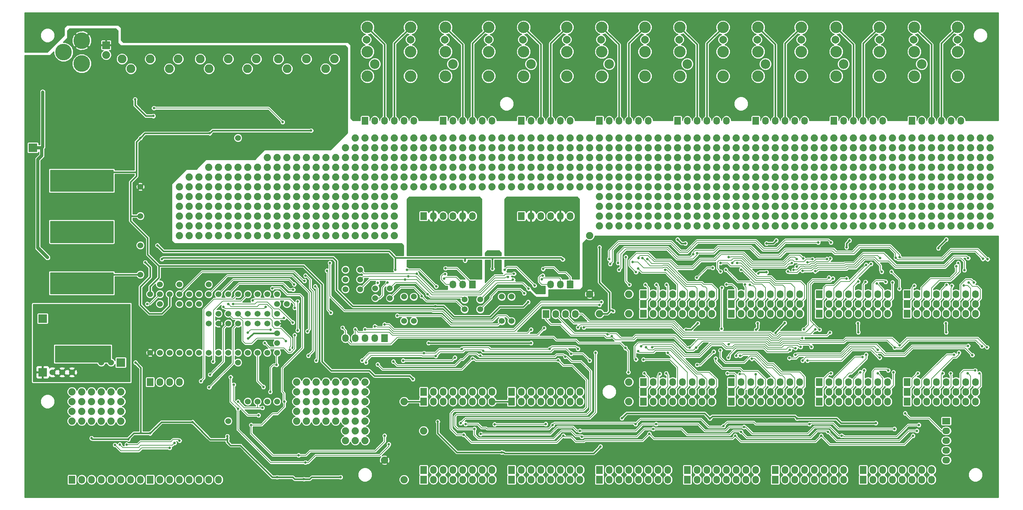
<source format=gbr>
G04 #@! TF.FileFunction,Copper,L2,Bot,Signal*
%FSLAX46Y46*%
G04 Gerber Fmt 4.6, Leading zero omitted, Abs format (unit mm)*
G04 Created by KiCad (PCBNEW 4.0.1-stable) date 2/7/2016 5:33:15 PM*
%MOMM*%
G01*
G04 APERTURE LIST*
%ADD10C,0.100000*%
%ADD11C,0.635000*%
%ADD12C,1.879600*%
%ADD13R,1.727200X2.032000*%
%ADD14O,1.727200X2.032000*%
%ADD15R,2.032000X2.032000*%
%ADD16O,2.032000X2.032000*%
%ADD17C,2.286000*%
%ADD18C,3.000000*%
%ADD19C,2.500000*%
%ADD20C,2.000000*%
%ADD21R,2.235200X2.235200*%
%ADD22C,1.524000*%
%ADD23C,4.318000*%
%ADD24C,1.905000*%
%ADD25R,2.032000X1.727200*%
%ADD26O,2.032000X1.727200*%
%ADD27C,0.406400*%
%ADD28C,0.203200*%
%ADD29C,0.812800*%
%ADD30C,0.177800*%
%ADD31C,0.254000*%
G04 APERTURE END LIST*
D10*
D11*
X128270000Y-111506000D03*
X97663000Y-93218000D03*
X123317000Y-88011000D03*
X54737000Y-130175000D03*
X158242000Y-106807000D03*
X153797000Y-104521000D03*
X122682000Y-101092000D03*
X136017000Y-101727000D03*
X133731000Y-105664000D03*
X125730000Y-101092000D03*
X111633000Y-101219000D03*
X118110000Y-105537000D03*
X97028000Y-111379000D03*
X99441000Y-111379000D03*
X63246000Y-133350000D03*
X156210000Y-132080000D03*
X260604000Y-137922000D03*
X46990000Y-57340500D03*
X35560000Y-57340500D03*
X55880000Y-95885000D03*
X65405000Y-90805000D03*
X60325000Y-87630000D03*
X55245000Y-90805000D03*
X71120000Y-88773000D03*
X120015000Y-88900000D03*
X147320000Y-101600000D03*
X146685000Y-93980000D03*
X146367500Y-88265000D03*
X148844000Y-88265000D03*
X93472000Y-123698000D03*
X90932000Y-120904000D03*
X93345000Y-107188000D03*
X93472000Y-114554000D03*
X94742000Y-103251000D03*
X194056000Y-118618000D03*
X40640000Y-27940000D03*
X53340000Y-33020000D03*
X251460000Y-50800000D03*
X231140000Y-50800000D03*
X210820000Y-45720000D03*
X190500000Y-50800000D03*
X170180000Y-50800000D03*
X149860000Y-45720000D03*
X129540000Y-50800000D03*
X111760000Y-50800000D03*
X278130000Y-52705000D03*
X274320000Y-27940000D03*
X261620000Y-27940000D03*
X241300000Y-27940000D03*
X220980000Y-27940000D03*
X200660000Y-27940000D03*
X180340000Y-27940000D03*
X160020000Y-27940000D03*
X139700000Y-27940000D03*
X119380000Y-27940000D03*
X27940000Y-33020000D03*
X38735000Y-117475000D03*
X45720000Y-120015000D03*
X52070000Y-120015000D03*
X52070000Y-109855000D03*
X45720000Y-109855000D03*
X45720000Y-104775000D03*
X52070000Y-102870000D03*
X38735000Y-102870000D03*
X30480000Y-114935000D03*
X30480000Y-102870000D03*
X51308000Y-99314000D03*
X50038000Y-89154000D03*
X51054000Y-85852000D03*
X50800000Y-61214000D03*
X51054000Y-73660000D03*
X54356000Y-83820000D03*
X60198000Y-67310000D03*
X60452000Y-73914000D03*
X60198000Y-80010000D03*
X64770000Y-65278000D03*
X62992000Y-86868000D03*
X60960000Y-103124000D03*
X62230000Y-94742000D03*
X65278000Y-67818000D03*
X69342000Y-65024000D03*
X58166000Y-58928000D03*
X90424000Y-54864000D03*
X104394000Y-59944000D03*
X82550000Y-60706000D03*
X85852000Y-57912000D03*
X82550000Y-48768000D03*
X74168000Y-49276000D03*
X77978000Y-52070000D03*
X106934000Y-44450000D03*
X99060000Y-41656000D03*
X79248000Y-42418000D03*
X58420000Y-42164000D03*
X28448000Y-38862000D03*
X33020000Y-55880000D03*
X49530000Y-55880000D03*
X46990000Y-53340000D03*
X44450000Y-55880000D03*
X38100000Y-55880000D03*
X35560000Y-53340000D03*
X32512000Y-60706000D03*
X27178000Y-55118000D03*
X27178000Y-65024000D03*
X27178000Y-76708000D03*
X27940000Y-88138000D03*
X27940000Y-99314000D03*
X64008000Y-97409000D03*
X66294000Y-104648000D03*
X58420000Y-106680000D03*
X57150000Y-100330000D03*
X70866000Y-112014000D03*
X70866000Y-109220000D03*
X76200000Y-111760000D03*
X78740000Y-111760000D03*
X84328000Y-117094000D03*
X88138000Y-119634000D03*
X95504000Y-117602000D03*
X104394000Y-115062000D03*
X106172000Y-112776000D03*
X117348000Y-130048000D03*
X102108000Y-141986000D03*
X101092000Y-148082000D03*
X92202000Y-139700000D03*
X96012000Y-139954000D03*
X99060000Y-138684000D03*
X90678000Y-134112000D03*
X84836000Y-129540000D03*
X85852000Y-134112000D03*
X85852000Y-137668000D03*
X82804000Y-137668000D03*
X74676000Y-132080000D03*
X78994000Y-129032000D03*
X80772000Y-141224000D03*
X70612000Y-135890000D03*
X60706000Y-139954000D03*
X56896000Y-133858000D03*
X55372000Y-136144000D03*
X47752000Y-138176000D03*
X61849000Y-129286000D03*
X29210000Y-136906000D03*
X33274000Y-147828000D03*
X86868000Y-150368000D03*
X109728000Y-150622000D03*
X120396000Y-150622000D03*
X172466000Y-150368000D03*
X217932000Y-150368000D03*
X276860000Y-140716000D03*
X266700000Y-145796000D03*
X176276000Y-129032000D03*
X165100000Y-98806000D03*
X167640000Y-98806000D03*
X172466000Y-94996000D03*
X175260000Y-98044000D03*
X174498000Y-84836000D03*
X176530000Y-87884000D03*
X180594000Y-86868000D03*
X198628000Y-85090000D03*
X193294000Y-89408000D03*
X198628000Y-90932000D03*
X200660000Y-92964000D03*
X220980000Y-93726000D03*
X216662000Y-87630000D03*
X214884000Y-89154000D03*
X224282000Y-86360000D03*
X237236000Y-86614000D03*
X240538000Y-89662000D03*
X249936000Y-91948000D03*
X261366000Y-87884000D03*
X263652000Y-93726000D03*
X275590000Y-92964000D03*
X173228000Y-104902000D03*
X181102000Y-114554000D03*
X176022000Y-113284000D03*
X181356000Y-109220000D03*
X193040000Y-110998000D03*
X193548000Y-108966000D03*
X198628000Y-111506000D03*
X199898000Y-116586000D03*
X205486000Y-119126000D03*
X217678000Y-114300000D03*
X228346000Y-118872000D03*
X236982000Y-109728000D03*
X237490000Y-117602000D03*
X237744000Y-113030000D03*
X250698000Y-113538000D03*
X252730000Y-115824000D03*
X263398000Y-115062000D03*
X275590000Y-115316000D03*
X129540000Y-131064000D03*
X171196000Y-122682000D03*
X149860000Y-128016000D03*
X172720000Y-142494000D03*
X149860000Y-142240000D03*
X172466000Y-114300000D03*
X171704000Y-119380000D03*
X151384000Y-112649000D03*
X146812000Y-117348000D03*
X139446000Y-115062000D03*
X120142000Y-115824000D03*
X122682000Y-115824000D03*
X128016000Y-121920000D03*
X124968000Y-121920000D03*
X149860000Y-120650000D03*
X240284000Y-139192000D03*
X216408000Y-138430000D03*
X195072000Y-138938000D03*
X125222000Y-143256000D03*
X126746000Y-139192000D03*
X129540000Y-137414000D03*
X132334000Y-135636000D03*
X141478000Y-135382000D03*
X151638000Y-132080000D03*
X148336000Y-138430000D03*
X171704000Y-138684000D03*
X173736000Y-135382000D03*
X176022000Y-133604000D03*
X198374000Y-133604000D03*
X268478000Y-137160000D03*
X234442000Y-136398000D03*
D12*
X104140000Y-132080000D03*
X106680000Y-132080000D03*
X101600000Y-132080000D03*
X96520000Y-132080000D03*
X99060000Y-132080000D03*
D13*
X58420000Y-121920000D03*
D14*
X60960000Y-121920000D03*
X63500000Y-121920000D03*
X66040000Y-121920000D03*
D11*
X242316000Y-135128000D03*
X218440000Y-134620000D03*
X195834000Y-135636000D03*
X167132000Y-89154000D03*
X160528000Y-97282000D03*
X159385000Y-90805000D03*
X153670000Y-90805000D03*
X160020000Y-87376000D03*
X164846000Y-87630000D03*
X156845000Y-87630000D03*
X154940000Y-88265000D03*
X163195000Y-93980000D03*
X169545000Y-94615000D03*
X169545000Y-87630000D03*
X169545000Y-80645000D03*
X169545000Y-74295000D03*
X161290000Y-74295000D03*
X151130000Y-74295000D03*
X151130000Y-80645000D03*
X151765000Y-90805000D03*
X139700000Y-88265000D03*
X129540000Y-88265000D03*
X131445000Y-87630000D03*
X134620000Y-86995000D03*
X137160000Y-87630000D03*
X144145000Y-86995000D03*
X144145000Y-80645000D03*
X144145000Y-94615000D03*
X138430000Y-93980000D03*
X133985000Y-96520000D03*
X133985000Y-90805000D03*
X128905000Y-90805000D03*
X125730000Y-90805000D03*
X125730000Y-81280000D03*
X125730000Y-74295000D03*
X135890000Y-74295000D03*
X144145000Y-74295000D03*
X139700000Y-75565000D03*
X132080000Y-75565000D03*
D12*
X40640000Y-124460000D03*
X43180000Y-124460000D03*
X48260000Y-124460000D03*
X45720000Y-124460000D03*
X38100000Y-124460000D03*
X50800000Y-124460000D03*
X38100000Y-129540000D03*
X38100000Y-127000000D03*
X40640000Y-127000000D03*
X40640000Y-129540000D03*
X40640000Y-132080000D03*
X38100000Y-132080000D03*
X109220000Y-134620000D03*
X109220000Y-137160000D03*
X109220000Y-132080000D03*
X114300000Y-137160000D03*
X111760000Y-134620000D03*
X114300000Y-134620000D03*
X114300000Y-132080000D03*
X111760000Y-137160000D03*
X111760000Y-132080000D03*
X106680000Y-129540000D03*
X104140000Y-129540000D03*
X101600000Y-129540000D03*
X96520000Y-129540000D03*
X99060000Y-129540000D03*
X109220000Y-129540000D03*
X111760000Y-129540000D03*
X114300000Y-129540000D03*
X109220000Y-127000000D03*
X111760000Y-127000000D03*
X106680000Y-127000000D03*
X106680000Y-121920000D03*
X111760000Y-121920000D03*
X106680000Y-124460000D03*
X109220000Y-124460000D03*
X111760000Y-124460000D03*
X109220000Y-121920000D03*
X114300000Y-121920000D03*
X114300000Y-127000000D03*
X114300000Y-124460000D03*
X101600000Y-124460000D03*
X104140000Y-127000000D03*
X99060000Y-124460000D03*
X96520000Y-127000000D03*
X104140000Y-124460000D03*
X99060000Y-127000000D03*
X101600000Y-127000000D03*
X96520000Y-124460000D03*
X101600000Y-121920000D03*
X104140000Y-121920000D03*
X99060000Y-121920000D03*
X96520000Y-121920000D03*
X48260000Y-127000000D03*
X48260000Y-129540000D03*
X48260000Y-132080000D03*
X45720000Y-132080000D03*
X50800000Y-127000000D03*
X50800000Y-129540000D03*
X50800000Y-132080000D03*
X43180000Y-127000000D03*
X45720000Y-129540000D03*
X45720000Y-127000000D03*
X43180000Y-132080000D03*
X43180000Y-129540000D03*
X73660000Y-66040000D03*
X83820000Y-66040000D03*
X81280000Y-66040000D03*
X88900000Y-66040000D03*
X86360000Y-66040000D03*
X88900000Y-63500000D03*
X78740000Y-66040000D03*
X93980000Y-63500000D03*
X91440000Y-66040000D03*
X91440000Y-63500000D03*
X93980000Y-66040000D03*
X96520000Y-66040000D03*
X96520000Y-63500000D03*
X101600000Y-66040000D03*
X99060000Y-66040000D03*
X101600000Y-63500000D03*
X99060000Y-63500000D03*
X106680000Y-63500000D03*
X104140000Y-66040000D03*
X104140000Y-63500000D03*
X106680000Y-66040000D03*
X119380000Y-63500000D03*
X119380000Y-66040000D03*
X121920000Y-63500000D03*
X121920000Y-66040000D03*
X124460000Y-63500000D03*
X124460000Y-66040000D03*
X124460000Y-58420000D03*
X124460000Y-60960000D03*
X121920000Y-60960000D03*
X121920000Y-58420000D03*
X116840000Y-60960000D03*
X116840000Y-58420000D03*
X119380000Y-58420000D03*
X116840000Y-63500000D03*
X116840000Y-66040000D03*
X119380000Y-60960000D03*
X109220000Y-66040000D03*
X109220000Y-63500000D03*
X114300000Y-66040000D03*
X114300000Y-63500000D03*
X111760000Y-66040000D03*
X111760000Y-63500000D03*
X111760000Y-58420000D03*
X111760000Y-60960000D03*
X114300000Y-60960000D03*
X114300000Y-58420000D03*
X109220000Y-60960000D03*
X76200000Y-66040000D03*
X261620000Y-78740000D03*
X261620000Y-81280000D03*
X266700000Y-78740000D03*
X264160000Y-81280000D03*
X266700000Y-81280000D03*
X264160000Y-78740000D03*
X259080000Y-78740000D03*
X259080000Y-81280000D03*
X254000000Y-81280000D03*
X256540000Y-81280000D03*
X254000000Y-78740000D03*
X269240000Y-81280000D03*
X271780000Y-78740000D03*
X271780000Y-81280000D03*
X269240000Y-78740000D03*
X256540000Y-78740000D03*
X276860000Y-81280000D03*
X274320000Y-81280000D03*
X274320000Y-78740000D03*
X276860000Y-78740000D03*
X228600000Y-81280000D03*
X228600000Y-78740000D03*
X231140000Y-81280000D03*
X231140000Y-78740000D03*
X226060000Y-78740000D03*
X220980000Y-78740000D03*
X226060000Y-81280000D03*
X220980000Y-81280000D03*
X223520000Y-78740000D03*
X223520000Y-81280000D03*
X200660000Y-78740000D03*
X200660000Y-81280000D03*
X198120000Y-81280000D03*
X198120000Y-78740000D03*
X193040000Y-81280000D03*
X195580000Y-78740000D03*
X193040000Y-78740000D03*
X195580000Y-81280000D03*
X203200000Y-81280000D03*
X205740000Y-78740000D03*
X203200000Y-78740000D03*
X205740000Y-81280000D03*
X180340000Y-78740000D03*
X177800000Y-81280000D03*
X180340000Y-81280000D03*
X175260000Y-81280000D03*
X175260000Y-78740000D03*
X177800000Y-78740000D03*
X190500000Y-78740000D03*
X187960000Y-78740000D03*
X187960000Y-81280000D03*
X190500000Y-81280000D03*
X182880000Y-78740000D03*
X182880000Y-81280000D03*
X185420000Y-81280000D03*
X185420000Y-78740000D03*
X208280000Y-81280000D03*
X210820000Y-81280000D03*
X213360000Y-81280000D03*
X213360000Y-78740000D03*
X210820000Y-78740000D03*
X208280000Y-78740000D03*
X218440000Y-81280000D03*
X215900000Y-78740000D03*
X215900000Y-81280000D03*
X218440000Y-78740000D03*
X243840000Y-81280000D03*
X246380000Y-81280000D03*
X246380000Y-78740000D03*
X243840000Y-78740000D03*
X251460000Y-78740000D03*
X248920000Y-81280000D03*
X251460000Y-81280000D03*
X248920000Y-78740000D03*
X233680000Y-78740000D03*
X236220000Y-81280000D03*
X233680000Y-81280000D03*
X236220000Y-78740000D03*
X238760000Y-81280000D03*
X241300000Y-81280000D03*
X238760000Y-78740000D03*
X241300000Y-78740000D03*
X261620000Y-73660000D03*
X261620000Y-76200000D03*
X266700000Y-73660000D03*
X264160000Y-76200000D03*
X266700000Y-76200000D03*
X264160000Y-73660000D03*
X259080000Y-73660000D03*
X259080000Y-76200000D03*
X254000000Y-76200000D03*
X256540000Y-76200000D03*
X254000000Y-73660000D03*
X269240000Y-76200000D03*
X271780000Y-73660000D03*
X271780000Y-76200000D03*
X269240000Y-73660000D03*
X256540000Y-73660000D03*
X276860000Y-76200000D03*
X274320000Y-76200000D03*
X274320000Y-73660000D03*
X276860000Y-73660000D03*
X228600000Y-76200000D03*
X228600000Y-73660000D03*
X231140000Y-76200000D03*
X231140000Y-73660000D03*
X226060000Y-73660000D03*
X220980000Y-73660000D03*
X226060000Y-76200000D03*
X220980000Y-76200000D03*
X223520000Y-73660000D03*
X223520000Y-76200000D03*
X200660000Y-73660000D03*
X200660000Y-76200000D03*
X198120000Y-76200000D03*
X198120000Y-73660000D03*
X193040000Y-76200000D03*
X195580000Y-73660000D03*
X193040000Y-73660000D03*
X195580000Y-76200000D03*
X203200000Y-76200000D03*
X205740000Y-73660000D03*
X203200000Y-73660000D03*
X205740000Y-76200000D03*
X180340000Y-73660000D03*
X177800000Y-76200000D03*
X180340000Y-76200000D03*
X175260000Y-76200000D03*
X175260000Y-73660000D03*
X177800000Y-73660000D03*
X190500000Y-73660000D03*
X187960000Y-73660000D03*
X187960000Y-76200000D03*
X190500000Y-76200000D03*
X182880000Y-73660000D03*
X182880000Y-76200000D03*
X185420000Y-76200000D03*
X185420000Y-73660000D03*
X208280000Y-76200000D03*
X210820000Y-76200000D03*
X213360000Y-76200000D03*
X213360000Y-73660000D03*
X210820000Y-73660000D03*
X208280000Y-73660000D03*
X218440000Y-76200000D03*
X215900000Y-73660000D03*
X215900000Y-76200000D03*
X218440000Y-73660000D03*
X243840000Y-76200000D03*
X246380000Y-76200000D03*
X246380000Y-73660000D03*
X243840000Y-73660000D03*
X251460000Y-73660000D03*
X248920000Y-76200000D03*
X251460000Y-76200000D03*
X248920000Y-73660000D03*
X233680000Y-73660000D03*
X236220000Y-76200000D03*
X233680000Y-76200000D03*
X236220000Y-73660000D03*
X238760000Y-76200000D03*
X241300000Y-76200000D03*
X238760000Y-73660000D03*
X241300000Y-73660000D03*
X231140000Y-58420000D03*
X228600000Y-60960000D03*
X228600000Y-58420000D03*
X231140000Y-60960000D03*
X218440000Y-58420000D03*
X215900000Y-60960000D03*
X218440000Y-60960000D03*
X215900000Y-58420000D03*
X223520000Y-60960000D03*
X220980000Y-58420000D03*
X223520000Y-58420000D03*
X226060000Y-60960000D03*
X220980000Y-60960000D03*
X226060000Y-58420000D03*
X203200000Y-60960000D03*
X203200000Y-58420000D03*
X205740000Y-58420000D03*
X205740000Y-60960000D03*
X208280000Y-58420000D03*
X208280000Y-60960000D03*
X213360000Y-58420000D03*
X210820000Y-58420000D03*
X210820000Y-60960000D03*
X213360000Y-60960000D03*
X264160000Y-58420000D03*
X261620000Y-58420000D03*
X264160000Y-60960000D03*
X266700000Y-60960000D03*
X266700000Y-58420000D03*
X261620000Y-60960000D03*
X256540000Y-60960000D03*
X254000000Y-60960000D03*
X259080000Y-60960000D03*
X254000000Y-58420000D03*
X256540000Y-58420000D03*
X259080000Y-58420000D03*
X251460000Y-60960000D03*
X251460000Y-58420000D03*
X246380000Y-58420000D03*
X248920000Y-58420000D03*
X248920000Y-60960000D03*
X246380000Y-60960000D03*
X236220000Y-58420000D03*
X233680000Y-60960000D03*
X233680000Y-58420000D03*
X236220000Y-60960000D03*
X276860000Y-58420000D03*
X269240000Y-58420000D03*
X274320000Y-58420000D03*
X276860000Y-60960000D03*
X271780000Y-60960000D03*
X269240000Y-60960000D03*
X271780000Y-58420000D03*
X274320000Y-60960000D03*
X241300000Y-58420000D03*
X243840000Y-58420000D03*
X241300000Y-60960000D03*
X243840000Y-60960000D03*
X238760000Y-58420000D03*
X238760000Y-60960000D03*
X198120000Y-58420000D03*
X200660000Y-58420000D03*
X198120000Y-60960000D03*
X200660000Y-60960000D03*
X185420000Y-60960000D03*
X187960000Y-60960000D03*
X190500000Y-58420000D03*
X195580000Y-58420000D03*
X193040000Y-58420000D03*
X190500000Y-60960000D03*
X195580000Y-60960000D03*
X193040000Y-60960000D03*
X187960000Y-58420000D03*
X180340000Y-58420000D03*
X182880000Y-58420000D03*
X185420000Y-58420000D03*
X182880000Y-60960000D03*
X180340000Y-60960000D03*
X177800000Y-58420000D03*
X175260000Y-60960000D03*
X177800000Y-60960000D03*
X175260000Y-58420000D03*
X172720000Y-58420000D03*
X170180000Y-60960000D03*
X170180000Y-58420000D03*
X167640000Y-58420000D03*
X167640000Y-60960000D03*
X172720000Y-60960000D03*
X129540000Y-58420000D03*
X129540000Y-60960000D03*
X127000000Y-58420000D03*
X165100000Y-60960000D03*
X165100000Y-58420000D03*
X162560000Y-60960000D03*
X160020000Y-60960000D03*
X162560000Y-58420000D03*
X160020000Y-58420000D03*
X154940000Y-58420000D03*
X157480000Y-58420000D03*
X157480000Y-60960000D03*
X154940000Y-60960000D03*
X149860000Y-60960000D03*
X147320000Y-58420000D03*
X149860000Y-58420000D03*
X147320000Y-60960000D03*
X152400000Y-58420000D03*
X144780000Y-60960000D03*
X144780000Y-58420000D03*
X152400000Y-60960000D03*
X139700000Y-58420000D03*
X142240000Y-58420000D03*
X142240000Y-60960000D03*
X139700000Y-60960000D03*
X134620000Y-60960000D03*
X132080000Y-60960000D03*
X137160000Y-58420000D03*
X132080000Y-58420000D03*
X137160000Y-60960000D03*
X134620000Y-58420000D03*
X127000000Y-60960000D03*
X231140000Y-63500000D03*
X228600000Y-66040000D03*
X228600000Y-63500000D03*
X231140000Y-66040000D03*
X218440000Y-63500000D03*
X215900000Y-66040000D03*
X218440000Y-66040000D03*
X215900000Y-63500000D03*
X223520000Y-66040000D03*
X220980000Y-63500000D03*
X223520000Y-63500000D03*
X226060000Y-66040000D03*
X220980000Y-66040000D03*
X226060000Y-63500000D03*
X203200000Y-66040000D03*
X203200000Y-63500000D03*
X205740000Y-63500000D03*
X205740000Y-66040000D03*
X208280000Y-63500000D03*
X208280000Y-66040000D03*
X213360000Y-63500000D03*
X210820000Y-63500000D03*
X210820000Y-66040000D03*
X213360000Y-66040000D03*
X264160000Y-63500000D03*
X261620000Y-63500000D03*
X264160000Y-66040000D03*
X266700000Y-66040000D03*
X266700000Y-63500000D03*
X261620000Y-66040000D03*
X256540000Y-66040000D03*
X254000000Y-66040000D03*
X259080000Y-66040000D03*
X254000000Y-63500000D03*
X256540000Y-63500000D03*
X259080000Y-63500000D03*
X251460000Y-66040000D03*
X251460000Y-63500000D03*
X246380000Y-63500000D03*
X248920000Y-63500000D03*
X248920000Y-66040000D03*
X246380000Y-66040000D03*
X236220000Y-63500000D03*
X233680000Y-66040000D03*
X233680000Y-63500000D03*
X236220000Y-66040000D03*
X276860000Y-63500000D03*
X269240000Y-63500000D03*
X274320000Y-63500000D03*
X276860000Y-66040000D03*
X271780000Y-66040000D03*
X269240000Y-66040000D03*
X271780000Y-63500000D03*
X274320000Y-66040000D03*
X241300000Y-63500000D03*
X243840000Y-63500000D03*
X241300000Y-66040000D03*
X243840000Y-66040000D03*
X238760000Y-63500000D03*
X238760000Y-66040000D03*
X198120000Y-63500000D03*
X200660000Y-63500000D03*
X198120000Y-66040000D03*
X200660000Y-66040000D03*
X185420000Y-66040000D03*
X187960000Y-66040000D03*
X190500000Y-63500000D03*
X195580000Y-63500000D03*
X193040000Y-63500000D03*
X190500000Y-66040000D03*
X195580000Y-66040000D03*
X193040000Y-66040000D03*
X187960000Y-63500000D03*
X180340000Y-63500000D03*
X182880000Y-63500000D03*
X185420000Y-63500000D03*
X182880000Y-66040000D03*
X180340000Y-66040000D03*
X177800000Y-63500000D03*
X175260000Y-66040000D03*
X177800000Y-66040000D03*
X175260000Y-63500000D03*
X172720000Y-63500000D03*
X170180000Y-66040000D03*
X170180000Y-63500000D03*
X167640000Y-63500000D03*
X167640000Y-66040000D03*
X172720000Y-66040000D03*
X129540000Y-63500000D03*
X129540000Y-66040000D03*
X127000000Y-63500000D03*
X165100000Y-66040000D03*
X165100000Y-63500000D03*
X162560000Y-66040000D03*
X160020000Y-66040000D03*
X162560000Y-63500000D03*
X160020000Y-63500000D03*
X154940000Y-63500000D03*
X157480000Y-63500000D03*
X157480000Y-66040000D03*
X154940000Y-66040000D03*
X149860000Y-66040000D03*
X147320000Y-63500000D03*
X149860000Y-63500000D03*
X147320000Y-66040000D03*
X152400000Y-63500000D03*
X144780000Y-66040000D03*
X144780000Y-63500000D03*
X152400000Y-66040000D03*
X139700000Y-63500000D03*
X142240000Y-63500000D03*
X142240000Y-66040000D03*
X139700000Y-66040000D03*
X134620000Y-66040000D03*
X132080000Y-66040000D03*
X137160000Y-63500000D03*
X132080000Y-63500000D03*
X137160000Y-66040000D03*
X134620000Y-63500000D03*
X127000000Y-66040000D03*
X276860000Y-68580000D03*
X271780000Y-68580000D03*
X264160000Y-68580000D03*
X266700000Y-68580000D03*
X269240000Y-68580000D03*
X274320000Y-68580000D03*
X276860000Y-71120000D03*
X271780000Y-71120000D03*
X274320000Y-71120000D03*
X269240000Y-71120000D03*
X266700000Y-71120000D03*
X264160000Y-71120000D03*
X261620000Y-68580000D03*
X256540000Y-68580000D03*
X248920000Y-68580000D03*
X251460000Y-68580000D03*
X254000000Y-68580000D03*
X259080000Y-68580000D03*
X261620000Y-71120000D03*
X256540000Y-71120000D03*
X259080000Y-71120000D03*
X254000000Y-71120000D03*
X251460000Y-71120000D03*
X248920000Y-71120000D03*
X246380000Y-68580000D03*
X241300000Y-68580000D03*
X233680000Y-68580000D03*
X236220000Y-68580000D03*
X238760000Y-68580000D03*
X243840000Y-68580000D03*
X246380000Y-71120000D03*
X241300000Y-71120000D03*
X243840000Y-71120000D03*
X238760000Y-71120000D03*
X236220000Y-71120000D03*
X233680000Y-71120000D03*
X231140000Y-68580000D03*
X226060000Y-68580000D03*
X218440000Y-68580000D03*
X220980000Y-68580000D03*
X223520000Y-68580000D03*
X228600000Y-68580000D03*
X231140000Y-71120000D03*
X226060000Y-71120000D03*
X228600000Y-71120000D03*
X223520000Y-71120000D03*
X220980000Y-71120000D03*
X218440000Y-71120000D03*
X215900000Y-68580000D03*
X210820000Y-68580000D03*
X203200000Y-68580000D03*
X205740000Y-68580000D03*
X208280000Y-68580000D03*
X213360000Y-68580000D03*
X215900000Y-71120000D03*
X210820000Y-71120000D03*
X213360000Y-71120000D03*
X208280000Y-71120000D03*
X205740000Y-71120000D03*
X203200000Y-71120000D03*
X200660000Y-68580000D03*
X195580000Y-68580000D03*
X187960000Y-68580000D03*
X190500000Y-68580000D03*
X193040000Y-68580000D03*
X198120000Y-68580000D03*
X200660000Y-71120000D03*
X195580000Y-71120000D03*
X198120000Y-71120000D03*
X193040000Y-71120000D03*
X190500000Y-71120000D03*
X187960000Y-71120000D03*
X185420000Y-68580000D03*
X180340000Y-68580000D03*
X172720000Y-68580000D03*
X175260000Y-68580000D03*
X177800000Y-68580000D03*
X182880000Y-68580000D03*
X185420000Y-71120000D03*
X180340000Y-71120000D03*
X182880000Y-71120000D03*
X177800000Y-71120000D03*
X175260000Y-71120000D03*
X172720000Y-71120000D03*
X170180000Y-68580000D03*
X165100000Y-68580000D03*
X157480000Y-68580000D03*
X160020000Y-68580000D03*
X162560000Y-68580000D03*
X167640000Y-68580000D03*
X170180000Y-71120000D03*
X165100000Y-71120000D03*
X167640000Y-71120000D03*
X162560000Y-71120000D03*
X160020000Y-71120000D03*
X157480000Y-71120000D03*
X154940000Y-68580000D03*
X149860000Y-68580000D03*
X142240000Y-68580000D03*
X144780000Y-68580000D03*
X147320000Y-68580000D03*
X152400000Y-68580000D03*
X154940000Y-71120000D03*
X149860000Y-71120000D03*
X152400000Y-71120000D03*
X147320000Y-71120000D03*
X144780000Y-71120000D03*
X142240000Y-71120000D03*
X139700000Y-68580000D03*
X134620000Y-68580000D03*
X127000000Y-68580000D03*
X129540000Y-68580000D03*
X132080000Y-68580000D03*
X137160000Y-68580000D03*
X139700000Y-71120000D03*
X134620000Y-71120000D03*
X137160000Y-71120000D03*
X132080000Y-71120000D03*
X129540000Y-71120000D03*
X127000000Y-71120000D03*
X124460000Y-68580000D03*
X124460000Y-71120000D03*
X121920000Y-68580000D03*
X119380000Y-68580000D03*
X116840000Y-71120000D03*
X111760000Y-73660000D03*
X114300000Y-73660000D03*
X116840000Y-73660000D03*
X111760000Y-78740000D03*
X111760000Y-81280000D03*
X111760000Y-83820000D03*
X114300000Y-83820000D03*
X111760000Y-76200000D03*
X114300000Y-76200000D03*
X114300000Y-78740000D03*
X116840000Y-78740000D03*
X116840000Y-83820000D03*
X114300000Y-81280000D03*
X116840000Y-81280000D03*
X119380000Y-81280000D03*
X121920000Y-81280000D03*
X121920000Y-83820000D03*
X119380000Y-83820000D03*
X111760000Y-68580000D03*
X114300000Y-71120000D03*
X114300000Y-68580000D03*
X116840000Y-68580000D03*
X111760000Y-71120000D03*
X119380000Y-71120000D03*
X119380000Y-73660000D03*
X121920000Y-73660000D03*
X121920000Y-71120000D03*
X116840000Y-76200000D03*
X119380000Y-76200000D03*
X121920000Y-76200000D03*
X119380000Y-78740000D03*
X121920000Y-78740000D03*
X66040000Y-76200000D03*
X66040000Y-78740000D03*
X66040000Y-71120000D03*
X66040000Y-73660000D03*
X66040000Y-81280000D03*
X66040000Y-83820000D03*
X73660000Y-73660000D03*
X73660000Y-76200000D03*
X73660000Y-78740000D03*
X73660000Y-83820000D03*
X73660000Y-81280000D03*
X68580000Y-71120000D03*
X71120000Y-71120000D03*
X68580000Y-73660000D03*
X71120000Y-73660000D03*
X68580000Y-76200000D03*
X71120000Y-76200000D03*
X68580000Y-78740000D03*
X71120000Y-83820000D03*
X68580000Y-81280000D03*
X71120000Y-81280000D03*
X68580000Y-83820000D03*
X71120000Y-78740000D03*
X68580000Y-68580000D03*
X71120000Y-68580000D03*
X73660000Y-68580000D03*
X73660000Y-71120000D03*
X109220000Y-83820000D03*
X106680000Y-83820000D03*
X104140000Y-83820000D03*
X101600000Y-83820000D03*
X99060000Y-83820000D03*
X96520000Y-83820000D03*
X93980000Y-83820000D03*
X91440000Y-83820000D03*
X88900000Y-83820000D03*
X86360000Y-83820000D03*
X83820000Y-83820000D03*
X81280000Y-83820000D03*
X78740000Y-83820000D03*
X76200000Y-83820000D03*
X109220000Y-81280000D03*
X106680000Y-81280000D03*
X104140000Y-81280000D03*
X101600000Y-81280000D03*
X99060000Y-81280000D03*
X96520000Y-81280000D03*
X93980000Y-81280000D03*
X91440000Y-81280000D03*
X88900000Y-81280000D03*
X86360000Y-81280000D03*
X83820000Y-81280000D03*
X81280000Y-81280000D03*
X78740000Y-81280000D03*
X76200000Y-81280000D03*
X109220000Y-78740000D03*
X106680000Y-78740000D03*
X104140000Y-78740000D03*
X101600000Y-78740000D03*
X99060000Y-78740000D03*
X96520000Y-78740000D03*
X93980000Y-78740000D03*
X91440000Y-78740000D03*
X88900000Y-78740000D03*
X86360000Y-78740000D03*
X83820000Y-78740000D03*
X81280000Y-78740000D03*
X78740000Y-78740000D03*
X76200000Y-78740000D03*
X109220000Y-76200000D03*
X106680000Y-76200000D03*
X104140000Y-76200000D03*
X101600000Y-76200000D03*
X99060000Y-76200000D03*
X96520000Y-76200000D03*
X93980000Y-76200000D03*
X91440000Y-76200000D03*
X88900000Y-76200000D03*
X86360000Y-76200000D03*
X83820000Y-76200000D03*
X81280000Y-76200000D03*
X78740000Y-76200000D03*
X76200000Y-76200000D03*
X109220000Y-73660000D03*
X106680000Y-73660000D03*
X104140000Y-73660000D03*
X101600000Y-73660000D03*
X99060000Y-73660000D03*
X96520000Y-73660000D03*
X93980000Y-73660000D03*
X91440000Y-73660000D03*
X88900000Y-73660000D03*
X86360000Y-73660000D03*
X83820000Y-73660000D03*
X81280000Y-73660000D03*
X78740000Y-73660000D03*
X76200000Y-73660000D03*
X109220000Y-71120000D03*
X106680000Y-71120000D03*
X104140000Y-71120000D03*
X101600000Y-71120000D03*
X99060000Y-71120000D03*
X96520000Y-71120000D03*
X93980000Y-71120000D03*
X91440000Y-71120000D03*
X88900000Y-71120000D03*
X86360000Y-71120000D03*
X83820000Y-71120000D03*
X81280000Y-71120000D03*
X78740000Y-71120000D03*
X76200000Y-71120000D03*
X109220000Y-68580000D03*
X106680000Y-68580000D03*
X104140000Y-68580000D03*
X101600000Y-68580000D03*
X99060000Y-68580000D03*
X96520000Y-68580000D03*
X93980000Y-68580000D03*
X91440000Y-68580000D03*
X88900000Y-68580000D03*
X86360000Y-68580000D03*
X83820000Y-68580000D03*
X81280000Y-68580000D03*
X78740000Y-68580000D03*
D13*
X152400000Y-144780000D03*
D14*
X154940000Y-144780000D03*
X157480000Y-144780000D03*
X160020000Y-144780000D03*
X162560000Y-144780000D03*
X165100000Y-144780000D03*
X167640000Y-144780000D03*
X170180000Y-144780000D03*
D13*
X232410000Y-101600000D03*
D14*
X234950000Y-101600000D03*
X237490000Y-101600000D03*
X240030000Y-101600000D03*
X242570000Y-101600000D03*
X245110000Y-101600000D03*
X247650000Y-101600000D03*
X250190000Y-101600000D03*
D13*
X232410000Y-104140000D03*
D14*
X234950000Y-104140000D03*
X237490000Y-104140000D03*
X240030000Y-104140000D03*
X242570000Y-104140000D03*
X245110000Y-104140000D03*
X247650000Y-104140000D03*
X250190000Y-104140000D03*
D13*
X186690000Y-101600000D03*
D14*
X189230000Y-101600000D03*
X191770000Y-101600000D03*
X194310000Y-101600000D03*
X196850000Y-101600000D03*
X199390000Y-101600000D03*
X201930000Y-101600000D03*
X204470000Y-101600000D03*
D13*
X255270000Y-127000000D03*
D14*
X257810000Y-127000000D03*
X260350000Y-127000000D03*
X262890000Y-127000000D03*
X265430000Y-127000000D03*
X267970000Y-127000000D03*
X270510000Y-127000000D03*
X273050000Y-127000000D03*
D13*
X255270000Y-101600000D03*
D14*
X257810000Y-101600000D03*
X260350000Y-101600000D03*
X262890000Y-101600000D03*
X265430000Y-101600000D03*
X267970000Y-101600000D03*
X270510000Y-101600000D03*
X273050000Y-101600000D03*
D15*
X46990000Y-34290000D03*
D16*
X46990000Y-36830000D03*
D17*
X71440040Y-37899340D03*
X78740000Y-37899340D03*
X86039960Y-37899340D03*
X73738740Y-40401240D03*
X83741260Y-40401240D03*
X73738740Y-28199080D03*
X83741260Y-28199080D03*
X91760040Y-37899340D03*
X99060000Y-37899340D03*
X106359960Y-37899340D03*
X94058740Y-40401240D03*
X104061260Y-40401240D03*
X94058740Y-28199080D03*
X104061260Y-28199080D03*
D18*
X135240000Y-42350000D03*
X135240000Y-36000000D03*
X135240000Y-29650000D03*
X146440000Y-42350000D03*
X146440000Y-36000000D03*
X146440000Y-29650000D03*
D19*
X137140000Y-39200000D03*
D20*
X135010000Y-32850000D03*
X146440000Y-32850000D03*
D18*
X155560000Y-42350000D03*
X155560000Y-36000000D03*
X155560000Y-29650000D03*
X166760000Y-42350000D03*
X166760000Y-36000000D03*
X166760000Y-29650000D03*
D19*
X157460000Y-39200000D03*
D20*
X155330000Y-32850000D03*
X166760000Y-32850000D03*
D18*
X175880000Y-42350000D03*
X175880000Y-36000000D03*
X175880000Y-29650000D03*
X187080000Y-42350000D03*
X187080000Y-36000000D03*
X187080000Y-29650000D03*
D19*
X177780000Y-39200000D03*
D20*
X175650000Y-32850000D03*
X187080000Y-32850000D03*
D18*
X196200000Y-42350000D03*
X196200000Y-36000000D03*
X196200000Y-29650000D03*
X207400000Y-42350000D03*
X207400000Y-36000000D03*
X207400000Y-29650000D03*
D19*
X198100000Y-39200000D03*
D20*
X195970000Y-32850000D03*
X207400000Y-32850000D03*
D18*
X216520000Y-42350000D03*
X216520000Y-36000000D03*
X216520000Y-29650000D03*
X227720000Y-42350000D03*
X227720000Y-36000000D03*
X227720000Y-29650000D03*
D19*
X218420000Y-39200000D03*
D20*
X216290000Y-32850000D03*
X227720000Y-32850000D03*
D18*
X236840000Y-42350000D03*
X236840000Y-36000000D03*
X236840000Y-29650000D03*
X248040000Y-42350000D03*
X248040000Y-36000000D03*
X248040000Y-29650000D03*
D19*
X238740000Y-39200000D03*
D20*
X236610000Y-32850000D03*
X248040000Y-32850000D03*
D13*
X38100000Y-147320000D03*
D14*
X40640000Y-147320000D03*
X43180000Y-147320000D03*
X45720000Y-147320000D03*
X48260000Y-147320000D03*
X50800000Y-147320000D03*
X53340000Y-147320000D03*
X55880000Y-147320000D03*
D13*
X58420000Y-147320000D03*
D14*
X60960000Y-147320000D03*
X63500000Y-147320000D03*
X66040000Y-147320000D03*
X68580000Y-147320000D03*
X71120000Y-147320000D03*
X73660000Y-147320000D03*
X76200000Y-147320000D03*
D13*
X209550000Y-101600000D03*
D14*
X212090000Y-101600000D03*
X214630000Y-101600000D03*
X217170000Y-101600000D03*
X219710000Y-101600000D03*
X222250000Y-101600000D03*
X224790000Y-101600000D03*
X227330000Y-101600000D03*
D13*
X186690000Y-124460000D03*
D14*
X189230000Y-124460000D03*
X191770000Y-124460000D03*
X194310000Y-124460000D03*
X196850000Y-124460000D03*
X199390000Y-124460000D03*
X201930000Y-124460000D03*
X204470000Y-124460000D03*
D13*
X209550000Y-124460000D03*
D14*
X212090000Y-124460000D03*
X214630000Y-124460000D03*
X217170000Y-124460000D03*
X219710000Y-124460000D03*
X222250000Y-124460000D03*
X224790000Y-124460000D03*
X227330000Y-124460000D03*
D13*
X232410000Y-124460000D03*
D14*
X234950000Y-124460000D03*
X237490000Y-124460000D03*
X240030000Y-124460000D03*
X242570000Y-124460000D03*
X245110000Y-124460000D03*
X247650000Y-124460000D03*
X250190000Y-124460000D03*
D13*
X255270000Y-124460000D03*
D14*
X257810000Y-124460000D03*
X260350000Y-124460000D03*
X262890000Y-124460000D03*
X265430000Y-124460000D03*
X267970000Y-124460000D03*
X270510000Y-124460000D03*
X273050000Y-124460000D03*
D17*
X51120040Y-37899340D03*
X58420000Y-37899340D03*
X65719960Y-37899340D03*
X53418740Y-40401240D03*
X63421260Y-40401240D03*
X53418740Y-28199080D03*
X63421260Y-28199080D03*
D18*
X257160000Y-42350000D03*
X257160000Y-36000000D03*
X257160000Y-29650000D03*
X268360000Y-42350000D03*
X268360000Y-36000000D03*
X268360000Y-29650000D03*
D19*
X259060000Y-39200000D03*
D20*
X256930000Y-32850000D03*
X268360000Y-32850000D03*
D13*
X220980000Y-144780000D03*
D14*
X223520000Y-144780000D03*
X226060000Y-144780000D03*
X228600000Y-144780000D03*
X231140000Y-144780000D03*
X233680000Y-144780000D03*
X236220000Y-144780000D03*
X238760000Y-144780000D03*
D13*
X243840000Y-144780000D03*
D14*
X246380000Y-144780000D03*
X248920000Y-144780000D03*
X251460000Y-144780000D03*
X254000000Y-144780000D03*
X256540000Y-144780000D03*
X259080000Y-144780000D03*
X261620000Y-144780000D03*
D18*
X114920000Y-42350000D03*
X114920000Y-36000000D03*
X114920000Y-29650000D03*
X126120000Y-42350000D03*
X126120000Y-36000000D03*
X126120000Y-29650000D03*
D19*
X116820000Y-39200000D03*
D20*
X114690000Y-32850000D03*
X126120000Y-32850000D03*
D13*
X167640000Y-96520000D03*
D14*
X165100000Y-96520000D03*
X162560000Y-96520000D03*
D13*
X114300000Y-53975000D03*
D14*
X116840000Y-53975000D03*
X119380000Y-53975000D03*
X121920000Y-53975000D03*
X124460000Y-53975000D03*
X127000000Y-53975000D03*
D13*
X134620000Y-53975000D03*
D14*
X137160000Y-53975000D03*
X139700000Y-53975000D03*
X142240000Y-53975000D03*
X144780000Y-53975000D03*
X147320000Y-53975000D03*
D13*
X154940000Y-53975000D03*
D14*
X157480000Y-53975000D03*
X160020000Y-53975000D03*
X162560000Y-53975000D03*
X165100000Y-53975000D03*
X167640000Y-53975000D03*
D13*
X175260000Y-53975000D03*
D14*
X177800000Y-53975000D03*
X180340000Y-53975000D03*
X182880000Y-53975000D03*
X185420000Y-53975000D03*
X187960000Y-53975000D03*
D13*
X195580000Y-53975000D03*
D14*
X198120000Y-53975000D03*
X200660000Y-53975000D03*
X203200000Y-53975000D03*
X205740000Y-53975000D03*
X208280000Y-53975000D03*
D13*
X215900000Y-53975000D03*
D14*
X218440000Y-53975000D03*
X220980000Y-53975000D03*
X223520000Y-53975000D03*
X226060000Y-53975000D03*
X228600000Y-53975000D03*
D13*
X236220000Y-53975000D03*
D14*
X238760000Y-53975000D03*
X241300000Y-53975000D03*
X243840000Y-53975000D03*
X246380000Y-53975000D03*
X248920000Y-53975000D03*
D13*
X256540000Y-53975000D03*
D14*
X259080000Y-53975000D03*
X261620000Y-53975000D03*
X264160000Y-53975000D03*
X266700000Y-53975000D03*
X269240000Y-53975000D03*
D13*
X129540000Y-124460000D03*
D14*
X132080000Y-124460000D03*
X134620000Y-124460000D03*
X137160000Y-124460000D03*
X139700000Y-124460000D03*
X142240000Y-124460000D03*
X144780000Y-124460000D03*
X147320000Y-124460000D03*
D13*
X152400000Y-124460000D03*
D14*
X154940000Y-124460000D03*
X157480000Y-124460000D03*
X160020000Y-124460000D03*
X162560000Y-124460000D03*
X165100000Y-124460000D03*
X167640000Y-124460000D03*
X170180000Y-124460000D03*
D13*
X129540000Y-144780000D03*
D14*
X132080000Y-144780000D03*
X134620000Y-144780000D03*
X137160000Y-144780000D03*
X139700000Y-144780000D03*
X142240000Y-144780000D03*
X144780000Y-144780000D03*
X147320000Y-144780000D03*
D13*
X175260000Y-144780000D03*
D14*
X177800000Y-144780000D03*
X180340000Y-144780000D03*
X182880000Y-144780000D03*
X185420000Y-144780000D03*
X187960000Y-144780000D03*
X190500000Y-144780000D03*
X193040000Y-144780000D03*
D13*
X198120000Y-144780000D03*
D14*
X200660000Y-144780000D03*
X203200000Y-144780000D03*
X205740000Y-144780000D03*
X208280000Y-144780000D03*
X210820000Y-144780000D03*
X213360000Y-144780000D03*
X215900000Y-144780000D03*
D13*
X142240000Y-96520000D03*
D14*
X139700000Y-96520000D03*
X137160000Y-96520000D03*
D13*
X154940000Y-78740000D03*
D14*
X157480000Y-78740000D03*
X160020000Y-78740000D03*
X162560000Y-78740000D03*
X165100000Y-78740000D03*
X167640000Y-78740000D03*
D13*
X129540000Y-78740000D03*
D14*
X132080000Y-78740000D03*
X134620000Y-78740000D03*
X137160000Y-78740000D03*
X139700000Y-78740000D03*
X142240000Y-78740000D03*
D13*
X255270000Y-121920000D03*
D14*
X257810000Y-121920000D03*
X260350000Y-121920000D03*
X262890000Y-121920000D03*
X265430000Y-121920000D03*
X267970000Y-121920000D03*
X270510000Y-121920000D03*
X273050000Y-121920000D03*
D13*
X232410000Y-121920000D03*
D14*
X234950000Y-121920000D03*
X237490000Y-121920000D03*
X240030000Y-121920000D03*
X242570000Y-121920000D03*
X245110000Y-121920000D03*
X247650000Y-121920000D03*
X250190000Y-121920000D03*
D13*
X209550000Y-121920000D03*
D14*
X212090000Y-121920000D03*
X214630000Y-121920000D03*
X217170000Y-121920000D03*
X219710000Y-121920000D03*
X222250000Y-121920000D03*
X224790000Y-121920000D03*
X227330000Y-121920000D03*
D13*
X186690000Y-121920000D03*
D14*
X189230000Y-121920000D03*
X191770000Y-121920000D03*
X194310000Y-121920000D03*
X196850000Y-121920000D03*
X199390000Y-121920000D03*
X201930000Y-121920000D03*
X204470000Y-121920000D03*
D13*
X255270000Y-99060000D03*
D14*
X257810000Y-99060000D03*
X260350000Y-99060000D03*
X262890000Y-99060000D03*
X265430000Y-99060000D03*
X267970000Y-99060000D03*
X270510000Y-99060000D03*
X273050000Y-99060000D03*
D13*
X232410000Y-99060000D03*
D14*
X234950000Y-99060000D03*
X237490000Y-99060000D03*
X240030000Y-99060000D03*
X242570000Y-99060000D03*
X245110000Y-99060000D03*
X247650000Y-99060000D03*
X250190000Y-99060000D03*
D13*
X209550000Y-99060000D03*
D14*
X212090000Y-99060000D03*
X214630000Y-99060000D03*
X217170000Y-99060000D03*
X219710000Y-99060000D03*
X222250000Y-99060000D03*
X224790000Y-99060000D03*
X227330000Y-99060000D03*
D13*
X186690000Y-99060000D03*
D14*
X189230000Y-99060000D03*
X191770000Y-99060000D03*
X194310000Y-99060000D03*
X196850000Y-99060000D03*
X199390000Y-99060000D03*
X201930000Y-99060000D03*
X204470000Y-99060000D03*
D13*
X232410000Y-127000000D03*
D14*
X234950000Y-127000000D03*
X237490000Y-127000000D03*
X240030000Y-127000000D03*
X242570000Y-127000000D03*
X245110000Y-127000000D03*
X247650000Y-127000000D03*
X250190000Y-127000000D03*
D13*
X209550000Y-127000000D03*
D14*
X212090000Y-127000000D03*
X214630000Y-127000000D03*
X217170000Y-127000000D03*
X219710000Y-127000000D03*
X222250000Y-127000000D03*
X224790000Y-127000000D03*
X227330000Y-127000000D03*
D13*
X186690000Y-127000000D03*
D14*
X189230000Y-127000000D03*
X191770000Y-127000000D03*
X194310000Y-127000000D03*
X196850000Y-127000000D03*
X199390000Y-127000000D03*
X201930000Y-127000000D03*
X204470000Y-127000000D03*
D13*
X255270000Y-104140000D03*
D14*
X257810000Y-104140000D03*
X260350000Y-104140000D03*
X262890000Y-104140000D03*
X265430000Y-104140000D03*
X267970000Y-104140000D03*
X270510000Y-104140000D03*
X273050000Y-104140000D03*
D13*
X186690000Y-104140000D03*
D14*
X189230000Y-104140000D03*
X191770000Y-104140000D03*
X194310000Y-104140000D03*
X196850000Y-104140000D03*
X199390000Y-104140000D03*
X201930000Y-104140000D03*
X204470000Y-104140000D03*
D13*
X209550000Y-104140000D03*
D14*
X212090000Y-104140000D03*
X214630000Y-104140000D03*
X217170000Y-104140000D03*
X219710000Y-104140000D03*
X222250000Y-104140000D03*
X224790000Y-104140000D03*
X227330000Y-104140000D03*
D21*
X50800000Y-116840000D03*
X30480000Y-119380000D03*
X30480000Y-105410000D03*
D22*
X48260000Y-116840000D03*
X45720000Y-116840000D03*
X35560000Y-119380000D03*
X33020000Y-119380000D03*
X38100000Y-119380000D03*
X127000000Y-106045000D03*
X124460000Y-106045000D03*
X144272000Y-102997000D03*
X144272000Y-100457000D03*
X113030000Y-92710000D03*
X113030000Y-97790000D03*
X113030000Y-95250000D03*
X152400000Y-106045000D03*
X149860000Y-106045000D03*
X81280000Y-58420000D03*
D13*
X129540000Y-127000000D03*
D14*
X132080000Y-127000000D03*
X134620000Y-127000000D03*
X137160000Y-127000000D03*
X139700000Y-127000000D03*
X142240000Y-127000000D03*
X144780000Y-127000000D03*
X147320000Y-127000000D03*
D13*
X152400000Y-127000000D03*
D14*
X154940000Y-127000000D03*
X157480000Y-127000000D03*
X160020000Y-127000000D03*
X162560000Y-127000000D03*
X165100000Y-127000000D03*
X167640000Y-127000000D03*
X170180000Y-127000000D03*
D13*
X129540000Y-147320000D03*
D14*
X132080000Y-147320000D03*
X134620000Y-147320000D03*
X137160000Y-147320000D03*
X139700000Y-147320000D03*
X142240000Y-147320000D03*
X144780000Y-147320000D03*
X147320000Y-147320000D03*
D13*
X152400000Y-147320000D03*
D14*
X154940000Y-147320000D03*
X157480000Y-147320000D03*
X160020000Y-147320000D03*
X162560000Y-147320000D03*
X165100000Y-147320000D03*
X167640000Y-147320000D03*
X170180000Y-147320000D03*
D13*
X175260000Y-147320000D03*
D14*
X177800000Y-147320000D03*
X180340000Y-147320000D03*
X182880000Y-147320000D03*
X185420000Y-147320000D03*
X187960000Y-147320000D03*
X190500000Y-147320000D03*
X193040000Y-147320000D03*
D13*
X198120000Y-147320000D03*
D14*
X200660000Y-147320000D03*
X203200000Y-147320000D03*
X205740000Y-147320000D03*
X208280000Y-147320000D03*
X210820000Y-147320000D03*
X213360000Y-147320000D03*
X215900000Y-147320000D03*
D13*
X220980000Y-147320000D03*
D14*
X223520000Y-147320000D03*
X226060000Y-147320000D03*
X228600000Y-147320000D03*
X231140000Y-147320000D03*
X233680000Y-147320000D03*
X236220000Y-147320000D03*
X238760000Y-147320000D03*
D13*
X243840000Y-147320000D03*
D14*
X246380000Y-147320000D03*
X248920000Y-147320000D03*
X251460000Y-147320000D03*
X254000000Y-147320000D03*
X256540000Y-147320000D03*
X259080000Y-147320000D03*
X261620000Y-147320000D03*
D23*
X40640000Y-33098740D03*
X35941000Y-36098480D03*
X40640000Y-39098220D03*
D24*
X182880000Y-121920000D03*
X182880000Y-99060000D03*
X172720000Y-99060000D03*
X182880000Y-127000000D03*
X182880000Y-104140000D03*
X124460000Y-147320000D03*
X124460000Y-127000000D03*
D13*
X119380000Y-110490000D03*
D14*
X116840000Y-110490000D03*
X114300000Y-110490000D03*
X111760000Y-110490000D03*
X109220000Y-110490000D03*
D13*
X161340800Y-104241600D03*
D14*
X163880800Y-104241600D03*
X166420800Y-104241600D03*
X168960800Y-104241600D03*
D21*
X27940000Y-60960000D03*
D22*
X140208000Y-102997000D03*
X140208000Y-100457000D03*
X109220000Y-92710000D03*
X109220000Y-97790000D03*
X109220000Y-95250000D03*
X127000000Y-99695000D03*
X124460000Y-99695000D03*
X152400000Y-99695000D03*
X149860000Y-99695000D03*
D12*
X76200000Y-68580000D03*
D22*
X83820000Y-127000000D03*
X88900000Y-127000000D03*
X91440000Y-127000000D03*
D11*
X125730000Y-86995000D03*
X151130000Y-86995000D03*
X27940000Y-27940000D03*
D22*
X55880000Y-78740000D03*
X81280000Y-116840000D03*
X86360000Y-127000000D03*
X78740000Y-132080000D03*
X93980000Y-101600000D03*
X55880000Y-71120000D03*
X73660000Y-96520000D03*
D24*
X172720000Y-83820000D03*
D22*
X55880000Y-93980000D03*
X55880000Y-86360000D03*
D24*
X129540000Y-134620000D03*
X119380000Y-142240000D03*
X175260000Y-104140000D03*
D22*
X116967000Y-97536000D03*
X116967000Y-100076000D03*
X120777000Y-97536000D03*
X120777000Y-100076000D03*
D25*
X265430000Y-132080000D03*
D26*
X265430000Y-134620000D03*
X265430000Y-137160000D03*
X265430000Y-139700000D03*
X265430000Y-142240000D03*
D22*
X66040000Y-96520000D03*
X60960000Y-96520000D03*
X63500000Y-114300000D03*
X66040000Y-114300000D03*
X68580000Y-114300000D03*
X71120000Y-114300000D03*
X73660000Y-114300000D03*
X76200000Y-114300000D03*
X78740000Y-114300000D03*
X81280000Y-114300000D03*
X83820000Y-114300000D03*
X86360000Y-114300000D03*
X88900000Y-114300000D03*
X91440000Y-114300000D03*
X60960000Y-114300000D03*
X91440000Y-99060000D03*
X88900000Y-99060000D03*
X86360000Y-99060000D03*
X83820000Y-99060000D03*
X81280000Y-99060000D03*
X78740000Y-99060000D03*
X76200000Y-99060000D03*
X73660000Y-99060000D03*
X71120000Y-99060000D03*
X68580000Y-99060000D03*
X66040000Y-99060000D03*
X78740000Y-106680000D03*
X81280000Y-106680000D03*
X83820000Y-106680000D03*
X86360000Y-106680000D03*
X88900000Y-106680000D03*
X88900000Y-104140000D03*
X86360000Y-104140000D03*
X83820000Y-104140000D03*
X81280000Y-104140000D03*
X78740000Y-104140000D03*
X58420000Y-99060000D03*
X60960000Y-99060000D03*
X63500000Y-99060000D03*
X91440000Y-101600000D03*
X91440000Y-104140000D03*
X91440000Y-106680000D03*
X91440000Y-109220000D03*
X91440000Y-111760000D03*
X58420000Y-114300000D03*
X76200000Y-104140000D03*
X68580000Y-101600000D03*
X71120000Y-101600000D03*
X73660000Y-106680000D03*
X73660000Y-104140000D03*
X66040000Y-101600000D03*
X60960000Y-101600000D03*
X76200000Y-106680000D03*
D11*
X95631000Y-97917000D03*
X120167400Y-96012000D03*
X95885000Y-96520000D03*
X117602000Y-96113600D03*
X98425000Y-147193000D03*
X69468998Y-132334000D03*
X60325000Y-86360000D03*
X91440000Y-146685000D03*
X107950000Y-146685000D03*
X54610000Y-116840000D03*
X78486000Y-136779004D03*
X78486000Y-136017004D03*
X58420001Y-135280399D03*
X43180000Y-136550400D03*
X52755800Y-136829800D03*
X140335000Y-90347800D03*
X122199400Y-92786200D03*
X165735000Y-90043000D03*
X147447000Y-92456000D03*
X36195000Y-95885000D03*
X38735000Y-94615000D03*
X37465000Y-94615000D03*
X36195000Y-94615000D03*
X34925000Y-94615000D03*
X34925000Y-95885000D03*
X34925000Y-97155000D03*
X36195000Y-97155000D03*
X48260000Y-93980000D03*
X132588000Y-102235000D03*
X61468000Y-89916000D03*
X156718000Y-101092000D03*
X130810004Y-111760000D03*
X126746000Y-121158000D03*
X149860000Y-140208000D03*
X181102000Y-131317986D03*
X175514000Y-138683996D03*
X38735000Y-67945000D03*
X37465000Y-67945000D03*
X34925000Y-67945000D03*
X36195000Y-67945000D03*
X36195000Y-69215000D03*
X34925000Y-69215000D03*
X34925000Y-70485000D03*
X36195000Y-70485000D03*
X48260000Y-67310000D03*
X55880000Y-58420000D03*
X73939400Y-57226201D03*
X100279200Y-56515000D03*
X133223000Y-132232400D03*
X157480000Y-111760000D03*
X203987400Y-131445000D03*
X226695000Y-131445000D03*
X247116600Y-132588000D03*
X178815996Y-103505000D03*
X218694000Y-93345000D03*
X215976200Y-108305580D03*
X197764400Y-108305580D03*
X221056200Y-109143781D03*
X216547408Y-93675472D03*
X218694000Y-85852000D03*
X221234000Y-85090000D03*
X263398000Y-87122000D03*
X197612000Y-85852000D03*
X195580000Y-84836000D03*
X239522004Y-86868000D03*
X240284000Y-85090000D03*
X265430000Y-84836000D03*
X242570000Y-108966000D03*
X265430000Y-108966000D03*
X175260000Y-86867982D03*
X216382600Y-106629200D03*
X200812400Y-106629200D03*
X223443800Y-106578400D03*
X242468400Y-106629200D03*
X265328400Y-106629200D03*
X200660000Y-117475000D03*
X80010000Y-101600000D03*
X204978000Y-114045998D03*
X204724000Y-92202000D03*
X182117996Y-89408000D03*
X253263390Y-97688390D03*
X251206000Y-93218000D03*
X207060800Y-97409000D03*
X207010000Y-108051600D03*
X183032400Y-96621600D03*
X200609200Y-94792800D03*
X182778400Y-119380000D03*
X182041800Y-113106200D03*
X95504000Y-106426000D03*
X108476893Y-107810331D03*
X200660000Y-88392000D03*
X180340004Y-92710000D03*
X96012000Y-109728000D03*
X88265000Y-111760000D03*
X178460400Y-110007453D03*
X200380600Y-113004600D03*
X252298200Y-89636600D03*
X274980400Y-89890600D03*
X252044200Y-112979200D03*
X274726400Y-112649000D03*
X199644000Y-88646004D03*
X180085998Y-90932002D03*
X177342800Y-109550242D03*
X198704200Y-113004600D03*
X253288800Y-89458800D03*
X276225000Y-89992200D03*
X253314200Y-112420400D03*
X276047200Y-112877600D03*
X187198000Y-96608880D03*
X190049227Y-96608880D03*
X192709474Y-96608880D03*
X185318400Y-92379800D03*
X192327955Y-92709979D03*
X183896000Y-90678000D03*
X186436000Y-89662000D03*
X187706000Y-89916000D03*
X208280000Y-96520000D03*
X213106000Y-96520000D03*
X214376000Y-96608880D03*
X208127600Y-92710000D03*
X212090000Y-92710000D03*
X206756000Y-90931996D03*
X211074000Y-90932000D03*
X209803999Y-90932000D03*
X239522000Y-94996000D03*
X244602000Y-91440000D03*
X245872000Y-91186000D03*
X242570000Y-95758000D03*
X244475000Y-95885010D03*
X249682004Y-95846880D03*
X247396000Y-96266000D03*
X251460000Y-96012000D03*
X257149600Y-96862880D03*
X268046200Y-91821000D03*
X268554200Y-90944720D03*
X265557000Y-96647000D03*
X266902635Y-96862880D03*
X272669000Y-96012000D03*
X270002000Y-96774000D03*
X271272000Y-96011996D03*
X186969400Y-119684800D03*
X190946987Y-119875270D03*
X192633600Y-119684800D03*
X186690000Y-116078000D03*
X193040000Y-114350800D03*
X185343800Y-113893600D03*
X187397008Y-112877699D03*
X188951331Y-112877699D03*
X208534000Y-119634000D03*
X211759800Y-119875270D03*
X215900000Y-119888000D03*
X205486000Y-115824000D03*
X214884000Y-115887542D03*
X206711287Y-113697033D03*
X211836000Y-115062000D03*
X210820000Y-115061996D03*
X235451878Y-119672080D03*
X243674880Y-115436626D03*
X244601999Y-114808000D03*
X243078000Y-119380000D03*
X244094000Y-118872000D03*
X250353095Y-118888004D03*
X247650000Y-119634000D03*
X251714002Y-119380000D03*
X258028415Y-119662480D03*
X267462000Y-114808000D03*
X268732000Y-114300000D03*
X264490200Y-119697489D03*
X266598400Y-119697489D03*
X272940706Y-118905879D03*
X271018000Y-119634000D03*
X274066000Y-119634000D03*
X226269413Y-113131632D03*
X186080400Y-112623600D03*
X227596209Y-112776085D03*
X184785000Y-116052600D03*
X230378000Y-112776000D03*
X208915000Y-112115546D03*
X208788000Y-115570000D03*
X224790000Y-113538004D03*
X229362000Y-116331998D03*
X248132600Y-115646200D03*
X247650000Y-113538000D03*
X224663000Y-115722400D03*
X228092000Y-116332000D03*
X272237200Y-114935000D03*
X271145000Y-112522000D03*
X226212400Y-114884200D03*
X174244000Y-114300000D03*
X139192000Y-132588000D03*
X175768000Y-101092000D03*
X88519000Y-102362000D03*
X77470000Y-102362000D03*
X232156000Y-85598000D03*
X178054000Y-91186000D03*
X119380000Y-106934000D03*
X229346249Y-90817658D03*
X234416600Y-89916000D03*
X93218000Y-105283000D03*
X78740000Y-101600000D03*
X175260000Y-101854000D03*
X235458000Y-85598000D03*
X177800000Y-89916000D03*
X116840000Y-107442000D03*
X226542600Y-91897200D03*
X235300893Y-89824522D03*
X83819996Y-109093000D03*
X89789000Y-108331000D03*
X171196000Y-107696000D03*
X157480000Y-108292880D03*
X114300000Y-108204000D03*
X227984675Y-110515442D03*
X169672000Y-107696000D03*
X111760000Y-108204000D03*
X160886232Y-107936736D03*
X235178600Y-109093000D03*
X50546000Y-138176000D03*
X74041000Y-120015000D03*
X64770004Y-137795000D03*
X49276000Y-138302998D03*
X73787000Y-123317000D03*
X63500000Y-139065000D03*
X52324000Y-138176000D03*
X74790330Y-116586000D03*
X66078120Y-137160000D03*
X71628000Y-121666000D03*
X248666000Y-93218000D03*
X231368600Y-93116465D03*
X228063658Y-93017742D03*
X270179800Y-92837000D03*
X225710573Y-92786179D03*
X271145000Y-89687400D03*
X248259600Y-89662000D03*
X224256600Y-93141800D03*
X228269800Y-89814400D03*
X184785000Y-93345000D03*
X225298000Y-90932000D03*
X206720393Y-93174543D03*
X226568000Y-89916000D03*
X185420000Y-89662000D03*
X208852283Y-89445663D03*
X230657400Y-89941400D03*
X59283600Y-52730400D03*
X54508400Y-48412400D03*
X150622000Y-92710000D03*
X158394400Y-96824800D03*
X160622558Y-92530427D03*
X160305477Y-95218541D03*
X160528000Y-94234000D03*
X87884000Y-123190000D03*
X161290000Y-132842000D03*
X148005800Y-132930880D03*
X101600006Y-116332000D03*
X101346000Y-97028000D03*
X98806000Y-94234000D03*
X99568000Y-115062000D03*
X98552000Y-95631000D03*
X105156000Y-90932000D03*
X122682000Y-104648000D03*
X132812631Y-97028000D03*
X125222000Y-92710000D03*
X105410000Y-103886000D03*
X104394000Y-92964000D03*
X85090002Y-100711000D03*
X96012000Y-102616000D03*
X135255000Y-92329000D03*
X134874000Y-94996000D03*
X135128000Y-93852987D03*
X87630000Y-128651000D03*
X81280000Y-127000000D03*
X86614000Y-130555996D03*
X80162400Y-122631200D03*
X137668000Y-115570000D03*
X124206000Y-116332000D03*
X79375000Y-120650000D03*
X81259718Y-128927844D03*
X98799932Y-142855668D03*
X120472200Y-138099800D03*
X89662000Y-124460000D03*
X91313000Y-117475000D03*
X93345000Y-127000000D03*
X84709000Y-133096000D03*
X144272000Y-115062000D03*
X166370000Y-115316000D03*
X170688000Y-136144000D03*
X142748000Y-134112000D03*
X189230000Y-134111996D03*
X234696000Y-134874000D03*
X212090000Y-134874000D03*
X257810000Y-134620000D03*
X90170000Y-97536000D03*
X97028000Y-140970000D03*
X121666000Y-116586000D03*
X119380000Y-135890000D03*
X145034000Y-113792000D03*
X172720000Y-116332000D03*
X114554000Y-116840000D03*
X167894000Y-114554000D03*
X170180000Y-134620000D03*
X189992000Y-132842000D03*
X212852000Y-133603998D03*
X238252000Y-135890000D03*
X258318000Y-133096000D03*
X132715000Y-115150880D03*
X144399000Y-135445480D03*
X142240000Y-115824000D03*
X164551721Y-116243120D03*
X139954000Y-135636000D03*
X165862002Y-135890000D03*
X188214000Y-135382000D03*
X210566000Y-135890002D03*
X232918000Y-135890000D03*
X256794000Y-135890000D03*
X117602000Y-117348000D03*
X94742000Y-113538000D03*
X129667000Y-114427000D03*
X169672000Y-113284000D03*
X254762000Y-130048000D03*
X162306000Y-113284000D03*
X139446000Y-113284000D03*
X113538000Y-116332000D03*
X163068000Y-133096000D03*
X140462000Y-132842000D03*
X184658000Y-132842000D03*
X229870000Y-132842000D03*
X207518000Y-133349996D03*
X251968000Y-134112000D03*
X93726000Y-111252000D03*
X38735000Y-81280000D03*
X37465000Y-81280000D03*
X34925000Y-81280000D03*
X36195000Y-81280000D03*
X36195000Y-82550000D03*
X34925000Y-82550000D03*
X34925000Y-83820000D03*
X36195000Y-83820000D03*
X48070000Y-84455000D03*
X83947000Y-110617000D03*
X57150000Y-90805000D03*
X42545000Y-114300000D03*
X42545000Y-113030000D03*
X36195000Y-114300000D03*
X34925000Y-114300000D03*
X34925000Y-113030000D03*
X36195000Y-113030000D03*
X92887800Y-54305200D03*
X59410600Y-50673000D03*
X30226000Y-60960004D03*
X29210002Y-76200000D03*
X30480000Y-46482000D03*
X30480000Y-47752000D03*
X30480000Y-49022002D03*
X31750000Y-89535000D03*
X96774000Y-100965000D03*
X234950000Y-94742000D03*
X96774000Y-108458000D03*
X228396800Y-108254800D03*
X231365428Y-108257834D03*
X235966000Y-94996000D03*
X99314000Y-108712002D03*
X232486198Y-108331000D03*
X153035000Y-93768120D03*
X127787400Y-93751400D03*
X124714000Y-95250000D03*
X152781000Y-95268120D03*
X151483469Y-94576880D03*
X125553654Y-94480999D03*
X157480000Y-75565000D03*
X165100000Y-75565000D03*
X129032006Y-99568000D03*
X155702000Y-98806000D03*
X156845000Y-97688400D03*
X130556000Y-99060000D03*
X57658008Y-101600000D03*
D27*
X91440000Y-106680000D02*
X92837000Y-106680000D01*
X92837000Y-106680000D02*
X93345000Y-107188000D01*
D28*
X78740000Y-99060000D02*
X81534000Y-96266000D01*
X81534000Y-96266000D02*
X92964000Y-96266000D01*
X92964000Y-96266000D02*
X94615000Y-97917000D01*
X94615000Y-97917000D02*
X95631000Y-97917000D01*
X116967000Y-100076000D02*
X118110000Y-100076000D01*
X118872000Y-99314000D02*
X118872000Y-97307400D01*
X118872000Y-97307400D02*
X119849901Y-96329499D01*
X119849901Y-96329499D02*
X120167400Y-96012000D01*
X118110000Y-100076000D02*
X118872000Y-99314000D01*
X76200000Y-99060000D02*
X80010000Y-95250000D01*
X80010000Y-95250000D02*
X94615000Y-95250000D01*
X94615000Y-95250000D02*
X95885000Y-96520000D01*
D27*
X107950000Y-146685000D02*
X100457000Y-146685000D01*
X100457000Y-146685000D02*
X99949000Y-147193000D01*
X99949000Y-147193000D02*
X98425000Y-147193000D01*
X91440000Y-146685000D02*
X95504000Y-146685000D01*
X95504000Y-146685000D02*
X96012000Y-147193000D01*
X96012000Y-147193000D02*
X98425000Y-147193000D01*
X69019986Y-132334000D02*
X69468998Y-132334000D01*
X61366400Y-132334000D02*
X69019986Y-132334000D01*
X58420001Y-135280399D02*
X61366400Y-132334000D01*
X69786497Y-132651499D02*
X69468998Y-132334000D01*
X74040998Y-136906000D02*
X69786497Y-132651499D01*
X78486000Y-136906000D02*
X74040998Y-136906000D01*
X60642499Y-86677499D02*
X60325000Y-86360000D01*
X61912501Y-87947501D02*
X60642499Y-86677499D01*
X120550941Y-87947501D02*
X61912501Y-87947501D01*
X122199400Y-89595960D02*
X120550941Y-87947501D01*
X78486000Y-136906000D02*
X78486000Y-137541000D01*
X78486000Y-137541000D02*
X79375000Y-138430000D01*
X79375000Y-138430000D02*
X81915000Y-138430000D01*
X81915000Y-138430000D02*
X90170000Y-146685000D01*
X90170000Y-146685000D02*
X91440000Y-146685000D01*
X54927499Y-117157499D02*
X54610000Y-116840000D01*
X56007000Y-118237000D02*
X54927499Y-117157499D01*
X56007000Y-133350000D02*
X56007000Y-118237000D01*
X78486000Y-136017004D02*
X78486000Y-136779004D01*
X78486000Y-136906000D02*
X78486000Y-136779004D01*
X56007000Y-133350000D02*
X56007000Y-135178800D01*
X56007000Y-135178800D02*
X56108600Y-135280400D01*
X56108600Y-135280400D02*
X54152800Y-135280400D01*
X54152800Y-135280400D02*
X52755800Y-136677400D01*
X56007000Y-133350000D02*
X56007000Y-135280399D01*
X56007000Y-135280399D02*
X57970989Y-135280399D01*
X57970989Y-135280399D02*
X58420001Y-135280399D01*
X52755800Y-136677400D02*
X52679600Y-136753600D01*
X52679600Y-136753600D02*
X43383200Y-136753600D01*
X43383200Y-136753600D02*
X43180000Y-136550400D01*
X52755800Y-136677400D02*
X52755800Y-136829800D01*
X122199400Y-92337188D02*
X122199400Y-89595960D01*
X140335000Y-89595960D02*
X147447000Y-89595960D01*
X147447000Y-89595960D02*
X165287960Y-89595960D01*
X147447000Y-92456000D02*
X147447000Y-92006988D01*
X147447000Y-92006988D02*
X147447000Y-89595960D01*
X165287960Y-89595960D02*
X165735000Y-90043000D01*
X140335000Y-90347800D02*
X140335000Y-89595960D01*
X140335000Y-89595960D02*
X122199400Y-89595960D01*
X122199400Y-92786200D02*
X122199400Y-92337188D01*
X132588000Y-102235000D02*
X134747000Y-102235000D01*
X134747000Y-102235000D02*
X137414000Y-104902000D01*
X137414000Y-104902000D02*
X146812000Y-104902000D01*
X146812000Y-104902000D02*
X149352000Y-102362000D01*
X149352000Y-102362000D02*
X155448000Y-102362000D01*
X155448000Y-102362000D02*
X156718000Y-101092000D01*
D29*
X34925000Y-95885000D02*
X36195000Y-95885000D01*
X37465000Y-94615000D02*
X38735000Y-94615000D01*
X36195000Y-94615000D02*
X37465000Y-94615000D01*
X34925000Y-94615000D02*
X36195000Y-94615000D01*
X36195000Y-97155000D02*
X34925000Y-97155000D01*
D27*
X55880000Y-93980000D02*
X48260000Y-93980000D01*
X132138988Y-102235000D02*
X132588000Y-102235000D01*
X61785499Y-89598501D02*
X106006901Y-89598501D01*
X61468000Y-89916000D02*
X61785499Y-89598501D01*
X106857800Y-90449400D02*
X106857800Y-97967800D01*
X111125000Y-102235000D02*
X132138988Y-102235000D01*
X106857800Y-97967800D02*
X111125000Y-102235000D01*
X106006901Y-89598501D02*
X106857800Y-90449400D01*
X126746000Y-121158000D02*
X125920501Y-120332501D01*
X125920501Y-120332501D02*
X116776501Y-120332501D01*
X116776501Y-120332501D02*
X115443000Y-118999000D01*
X115443000Y-118999000D02*
X105537000Y-118999000D01*
X105537000Y-118999000D02*
X103124000Y-116586000D01*
X103124000Y-116586000D02*
X103124000Y-96520000D01*
X103124000Y-96520000D02*
X98298000Y-91694000D01*
X98298000Y-91694000D02*
X60706000Y-91694000D01*
X133883398Y-111760000D02*
X130810004Y-111760000D01*
X175514000Y-138683996D02*
X173735996Y-140462000D01*
X173735996Y-140462000D02*
X150622000Y-140462000D01*
X150622000Y-140462000D02*
X150368000Y-140208000D01*
X150368000Y-140208000D02*
X149860000Y-140208000D01*
X60706000Y-91694000D02*
X57785000Y-88773000D01*
X57785000Y-88773000D02*
X57785000Y-84455000D01*
X57785000Y-84455000D02*
X53340000Y-80010000D01*
X53340000Y-80010000D02*
X53340000Y-78740000D01*
X133223000Y-132232400D02*
X133223000Y-135255000D01*
X133223000Y-135255000D02*
X138176000Y-140208000D01*
X138176000Y-140208000D02*
X149410988Y-140208000D01*
X149410988Y-140208000D02*
X149860000Y-140208000D01*
X203987400Y-131445000D02*
X202590400Y-130048000D01*
X202590400Y-130048000D02*
X182371986Y-130048000D01*
X182371986Y-130048000D02*
X181102000Y-131317986D01*
X226695000Y-131445000D02*
X226060000Y-130810000D01*
X226060000Y-130810000D02*
X204622400Y-130810000D01*
X204622400Y-130810000D02*
X203987400Y-131445000D01*
X247116600Y-132588000D02*
X238074200Y-132588000D01*
X238074200Y-132588000D02*
X236931200Y-131445000D01*
X236931200Y-131445000D02*
X226695000Y-131445000D01*
D29*
X37465000Y-67945000D02*
X38735000Y-67945000D01*
X36195000Y-67945000D02*
X37465000Y-67945000D01*
X36195000Y-67945000D02*
X34925000Y-67945000D01*
X34925000Y-69215000D02*
X36195000Y-69215000D01*
X36195000Y-70485000D02*
X34925000Y-70485000D01*
D27*
X54838600Y-67310000D02*
X48260000Y-67310000D01*
X53340000Y-78740000D02*
X53340000Y-69850000D01*
X55880000Y-78740000D02*
X53340000Y-78740000D01*
X53340000Y-69850000D02*
X54838600Y-68351400D01*
X54838600Y-68351400D02*
X54838600Y-67310000D01*
X60706000Y-94742000D02*
X60706000Y-91694000D01*
X58420000Y-99060000D02*
X58420000Y-97028000D01*
X58420000Y-97028000D02*
X60706000Y-94742000D01*
X54838600Y-67310000D02*
X54838600Y-59461400D01*
X54838600Y-59461400D02*
X55880000Y-58420000D01*
X56197499Y-58102501D02*
X55880000Y-58420000D01*
X57073799Y-57226201D02*
X56197499Y-58102501D01*
X73939400Y-57226201D02*
X57073799Y-57226201D01*
X100279200Y-56515000D02*
X74650601Y-56515000D01*
X74256899Y-56908702D02*
X73939400Y-57226201D01*
X74650601Y-56515000D02*
X74256899Y-56908702D01*
X157480000Y-111760000D02*
X133883398Y-111760000D01*
X177887860Y-103161060D02*
X177977800Y-103251000D01*
X177977800Y-103251000D02*
X178562000Y-103251000D01*
X178562000Y-103251000D02*
X178815996Y-103504996D01*
X178815996Y-103504996D02*
X178815996Y-103505000D01*
X218244988Y-93345000D02*
X218694000Y-93345000D01*
X216877880Y-93345000D02*
X218244988Y-93345000D01*
X216547408Y-93675472D02*
X216877880Y-93345000D01*
X175260000Y-104140000D02*
X177292000Y-104140000D01*
X177292000Y-104140000D02*
X177887860Y-103544140D01*
X177887860Y-103544140D02*
X177887860Y-103161060D01*
X221056200Y-108966000D02*
X221056200Y-109143781D01*
X216293699Y-107988081D02*
X215976200Y-108305580D01*
X216382600Y-107899180D02*
X216293699Y-107988081D01*
X223443800Y-106578400D02*
X221056200Y-108966000D01*
X198213412Y-108305580D02*
X197764400Y-108305580D01*
X199136020Y-108305580D02*
X198213412Y-108305580D01*
X216382600Y-106629200D02*
X216382600Y-107899180D01*
X200812400Y-106629200D02*
X199136020Y-108305580D01*
X219143012Y-85852000D02*
X218694000Y-85852000D01*
X221234000Y-85090000D02*
X220472000Y-85852000D01*
X220472000Y-85852000D02*
X219143012Y-85852000D01*
X263398000Y-86868000D02*
X263398000Y-87122000D01*
X265430000Y-84836000D02*
X263398000Y-86868000D01*
X197162988Y-85852000D02*
X197612000Y-85852000D01*
X196596000Y-85852000D02*
X197162988Y-85852000D01*
X195580000Y-84836000D02*
X196596000Y-85852000D01*
X239522004Y-86418988D02*
X239522004Y-86868000D01*
X239522004Y-85851996D02*
X239522004Y-86418988D01*
X240284000Y-85090000D02*
X239522004Y-85851996D01*
X242468400Y-108864400D02*
X242570000Y-108966000D01*
X242468400Y-106629200D02*
X242468400Y-108864400D01*
X265328400Y-108864400D02*
X265430000Y-108966000D01*
X265328400Y-106629200D02*
X265328400Y-108864400D01*
X177887860Y-103161060D02*
X177887860Y-98639860D01*
X177887860Y-98639860D02*
X175260000Y-96012000D01*
X175260000Y-96012000D02*
X175260000Y-86867982D01*
D28*
X181724301Y-112788701D02*
X182041800Y-113106200D01*
X169164000Y-110998000D02*
X169926000Y-111760000D01*
X109220000Y-110642400D02*
X110591600Y-112014000D01*
X163322000Y-110236000D02*
X164084000Y-110998000D01*
X122809000Y-110236000D02*
X163322000Y-110236000D01*
X169926000Y-111760000D02*
X180695600Y-111760000D01*
X121031000Y-112014000D02*
X122809000Y-110236000D01*
X164084000Y-110998000D02*
X169164000Y-110998000D01*
X180695600Y-111760000D02*
X181724301Y-112788701D01*
X109220000Y-110490000D02*
X109220000Y-110642400D01*
X110591600Y-112014000D02*
X121031000Y-112014000D01*
X204978000Y-114045998D02*
X201548998Y-117475000D01*
X201548998Y-117475000D02*
X200660000Y-117475000D01*
X95504000Y-106426000D02*
X91948000Y-102870000D01*
X91948000Y-102870000D02*
X90678000Y-102870000D01*
X90678000Y-102870000D02*
X88912688Y-101104688D01*
X88912688Y-101104688D02*
X86220312Y-101104688D01*
X86220312Y-101104688D02*
X85725000Y-101600000D01*
X85725000Y-101600000D02*
X80459012Y-101600000D01*
X80459012Y-101600000D02*
X80010000Y-101600000D01*
X204274988Y-92202000D02*
X204724000Y-92202000D01*
X203200000Y-92202000D02*
X204274988Y-92202000D01*
X200609200Y-94792800D02*
X203200000Y-92202000D01*
X182117996Y-95707196D02*
X182117996Y-89857012D01*
X183032400Y-96621600D02*
X182117996Y-95707196D01*
X182117996Y-89857012D02*
X182117996Y-89408000D01*
X251206000Y-93218000D02*
X253263390Y-95275390D01*
X253263390Y-95275390D02*
X253263390Y-97688390D01*
X207010000Y-108051600D02*
X207010000Y-97459800D01*
X207010000Y-97459800D02*
X207060800Y-97409000D01*
X182041800Y-113106200D02*
X182778400Y-113842800D01*
X182778400Y-113842800D02*
X182778400Y-119380000D01*
X109220000Y-108553438D02*
X108794392Y-108127830D01*
X109220000Y-110490000D02*
X109220000Y-108553438D01*
X108794392Y-108127830D02*
X108476893Y-107810331D01*
X178460400Y-110007453D02*
X178142901Y-110324952D01*
X178142901Y-110324952D02*
X177126952Y-110324952D01*
X167894000Y-109728000D02*
X165100000Y-106934000D01*
X177126952Y-110324952D02*
X176530000Y-109728000D01*
X176530000Y-109728000D02*
X167894000Y-109728000D01*
X165100000Y-106934000D02*
X162687000Y-106934000D01*
X162687000Y-106934000D02*
X161340800Y-105587800D01*
X161340800Y-105587800D02*
X161340800Y-104241600D01*
X199707498Y-113677702D02*
X198005702Y-113677702D01*
X198005702Y-113677702D02*
X194564000Y-110236000D01*
X184912000Y-110236000D02*
X184200789Y-110947211D01*
X184200789Y-110947211D02*
X179400158Y-110947211D01*
X200380600Y-113004600D02*
X199707498Y-113677702D01*
X194564000Y-110236000D02*
X184912000Y-110236000D01*
X179400158Y-110947211D02*
X178777899Y-110324952D01*
X178777899Y-110324952D02*
X178460400Y-110007453D01*
X222272759Y-112052156D02*
X222882358Y-111442556D01*
X227269006Y-111442556D02*
X227472204Y-111645754D01*
X227472204Y-111645754D02*
X238874246Y-111645754D01*
X202121671Y-111263529D02*
X218751901Y-111263529D01*
X200380600Y-113004600D02*
X202121671Y-111263529D01*
X218751901Y-111263529D02*
X219540527Y-112052156D01*
X251726701Y-112661701D02*
X252044200Y-112979200D01*
X219540527Y-112052156D02*
X222272759Y-112052156D01*
X222882358Y-111442556D02*
X227269006Y-111442556D01*
X238874246Y-111645754D02*
X239522000Y-110998000D01*
X239522000Y-110998000D02*
X250063000Y-110998000D01*
X250063000Y-110998000D02*
X251726701Y-112661701D01*
X252298200Y-89636600D02*
X252222000Y-89560400D01*
X243078000Y-86868000D02*
X241439688Y-88506312D01*
X241439688Y-88506312D02*
X236449720Y-88506312D01*
X235763909Y-87820501D02*
X223722092Y-87820501D01*
X201109012Y-88392000D02*
X200660000Y-88392000D01*
X252222000Y-89560400D02*
X252222000Y-88392000D01*
X250698000Y-86868000D02*
X243078000Y-86868000D01*
X252222000Y-88392000D02*
X250698000Y-86868000D01*
X236449720Y-88506312D02*
X235763909Y-87820501D01*
X223722092Y-87820501D02*
X222134592Y-89408000D01*
X222134592Y-89408000D02*
X216777407Y-89408000D01*
X216777407Y-89408000D02*
X214440619Y-87071211D01*
X204978000Y-88392000D02*
X201109012Y-88392000D01*
X214440619Y-87071211D02*
X206298790Y-87071211D01*
X206298790Y-87071211D02*
X204978000Y-88392000D01*
X252615699Y-89954099D02*
X252298200Y-89636600D01*
X252793502Y-90131902D02*
X252615699Y-89954099D01*
X253611890Y-90131902D02*
X252793502Y-90131902D01*
X253624581Y-90119211D02*
X253611890Y-90131902D01*
X264539883Y-90119211D02*
X253624581Y-90119211D01*
X266775094Y-87884000D02*
X264539883Y-90119211D01*
X272973800Y-87884000D02*
X266775094Y-87884000D01*
X274980400Y-89890600D02*
X272973800Y-87884000D01*
X200660000Y-88841012D02*
X200660000Y-88392000D01*
X195450764Y-89928735D02*
X199572277Y-89928735D01*
X192847240Y-87325211D02*
X195450764Y-89928735D01*
X182168789Y-87325211D02*
X192847240Y-87325211D01*
X180848000Y-88646000D02*
X182168789Y-87325211D01*
X199572277Y-89928735D02*
X200660000Y-88841012D01*
X180848000Y-92202004D02*
X180848000Y-88646000D01*
X180340004Y-92710000D02*
X180848000Y-92202004D01*
X274726400Y-112649000D02*
X273075400Y-110998000D01*
X273075400Y-110998000D02*
X255732790Y-110998000D01*
X255732790Y-110998000D02*
X253637289Y-113093501D01*
X253637289Y-113093501D02*
X252607513Y-113093501D01*
X252607513Y-113093501D02*
X252493212Y-112979200D01*
X252493212Y-112979200D02*
X252044200Y-112979200D01*
X96012000Y-110177012D02*
X96012000Y-109728000D01*
X94418910Y-114211102D02*
X95065090Y-114211102D01*
X95065090Y-114211102D02*
X96012000Y-113264192D01*
X88265000Y-111760000D02*
X89535000Y-113030000D01*
X93237808Y-113030000D02*
X94418910Y-114211102D01*
X89535000Y-113030000D02*
X93237808Y-113030000D01*
X96012000Y-113264192D02*
X96012000Y-110177012D01*
X177012558Y-109220000D02*
X177025301Y-109232743D01*
X168706800Y-109220000D02*
X177012558Y-109220000D01*
X163880800Y-104394000D02*
X168706800Y-109220000D01*
X163880800Y-104241600D02*
X163880800Y-104394000D01*
X177025301Y-109232743D02*
X177342800Y-109550242D01*
X198704200Y-113004600D02*
X198094600Y-113004600D01*
X198094600Y-113004600D02*
X194868789Y-109778789D01*
X194868789Y-109778789D02*
X184661253Y-109778789D01*
X184661253Y-109778789D02*
X183950042Y-110490000D01*
X183950042Y-110490000D02*
X180848000Y-110490000D01*
X180848000Y-110490000D02*
X179692333Y-109334333D01*
X179692333Y-109334333D02*
X178007721Y-109334333D01*
X178007721Y-109334333D02*
X177791812Y-109550242D01*
X177791812Y-109550242D02*
X177342800Y-109550242D01*
X200902482Y-110806318D02*
X199021699Y-112687101D01*
X227458388Y-110985345D02*
X222692976Y-110985345D01*
X238684865Y-111188543D02*
X227661586Y-111188543D01*
X227661586Y-111188543D02*
X227458388Y-110985345D01*
X239383408Y-110490000D02*
X238684865Y-111188543D01*
X251383800Y-110490000D02*
X239383408Y-110490000D01*
X253314200Y-112420400D02*
X251383800Y-110490000D01*
X222083376Y-111594945D02*
X219729909Y-111594945D01*
X218941283Y-110806318D02*
X200902482Y-110806318D01*
X222692976Y-110985345D02*
X222083376Y-111594945D01*
X219729909Y-111594945D02*
X218941283Y-110806318D01*
X199021699Y-112687101D02*
X198704200Y-113004600D01*
X199644000Y-88196992D02*
X199644000Y-88646004D01*
X200210992Y-87630000D02*
X199644000Y-88196992D01*
X214630001Y-86614000D02*
X206109407Y-86614000D01*
X221945210Y-88950789D02*
X216966789Y-88950789D01*
X236181923Y-87337923D02*
X223558077Y-87337923D01*
X253288800Y-89458800D02*
X253288800Y-88812207D01*
X216966789Y-88950789D02*
X214630001Y-86614000D01*
X241046000Y-88049101D02*
X236893101Y-88049101D01*
X242684312Y-86410789D02*
X241046000Y-88049101D01*
X206109407Y-86614000D02*
X205093407Y-87630000D01*
X250887382Y-86410789D02*
X242684312Y-86410789D01*
X223558077Y-87337923D02*
X221945210Y-88950789D01*
X205093407Y-87630000D02*
X200210992Y-87630000D01*
X236893101Y-88049101D02*
X236181923Y-87337923D01*
X253288800Y-88812207D02*
X250887382Y-86410789D01*
X273659589Y-87426789D02*
X275907501Y-89674701D01*
X275907501Y-89674701D02*
X276225000Y-89992200D01*
X253288800Y-89458800D02*
X253492000Y-89662000D01*
X253492000Y-89662000D02*
X264350501Y-89662000D01*
X264350501Y-89662000D02*
X266585712Y-87426789D01*
X266585712Y-87426789D02*
X273659589Y-87426789D01*
X180085998Y-90932002D02*
X180085998Y-88507409D01*
X180085998Y-88507409D02*
X181725407Y-86868000D01*
X181725407Y-86868000D02*
X193036622Y-86868000D01*
X193036622Y-86868000D02*
X195576622Y-89408000D01*
X195576622Y-89408000D02*
X198882004Y-89408000D01*
X198882004Y-89408000D02*
X199644000Y-88646004D01*
X276047200Y-112877600D02*
X273659600Y-110490000D01*
X273659600Y-110490000D02*
X255244600Y-110490000D01*
X255244600Y-110490000D02*
X253631699Y-112102901D01*
X253631699Y-112102901D02*
X253314200Y-112420400D01*
X186690000Y-101600000D02*
X186690000Y-101447600D01*
X186690000Y-101447600D02*
X187960000Y-100177600D01*
X187960000Y-100177600D02*
X187960000Y-97370880D01*
X187960000Y-97370880D02*
X187515499Y-96926379D01*
X187515499Y-96926379D02*
X187198000Y-96608880D01*
X189230000Y-101600000D02*
X189230000Y-101447600D01*
X189230000Y-101447600D02*
X190500000Y-100177600D01*
X190366726Y-96926379D02*
X190049227Y-96608880D01*
X190500000Y-100177600D02*
X190500000Y-97059653D01*
X190500000Y-97059653D02*
X190366726Y-96926379D01*
X191770000Y-101600000D02*
X191770000Y-101447600D01*
X191770000Y-101447600D02*
X193040000Y-100177600D01*
X193040000Y-100177600D02*
X193040000Y-96939406D01*
X193040000Y-96939406D02*
X193026973Y-96926379D01*
X193026973Y-96926379D02*
X192709474Y-96608880D01*
X194310000Y-101600000D02*
X194310000Y-101447600D01*
X195580000Y-100177600D02*
X195580000Y-96520000D01*
X192443099Y-93383099D02*
X186321699Y-93383099D01*
X185635899Y-92697299D02*
X185318400Y-92379800D01*
X194310000Y-101447600D02*
X195580000Y-100177600D01*
X195580000Y-96520000D02*
X192443099Y-93383099D01*
X186321699Y-93383099D02*
X185635899Y-92697299D01*
X198120000Y-98053012D02*
X192776967Y-92709979D01*
X198120000Y-100177600D02*
X198120000Y-98053012D01*
X196850000Y-101600000D02*
X196850000Y-101447600D01*
X196850000Y-101447600D02*
X198120000Y-100177600D01*
X192776967Y-92709979D02*
X192327955Y-92709979D01*
X191788898Y-92252844D02*
X186797236Y-92252844D01*
X199390000Y-101447600D02*
X200660000Y-100177600D01*
X192004865Y-92036877D02*
X191788898Y-92252844D01*
X186797236Y-92252844D02*
X185222392Y-90678000D01*
X197750592Y-97028000D02*
X192759469Y-92036877D01*
X200152000Y-97028000D02*
X197750592Y-97028000D01*
X199390000Y-101600000D02*
X199390000Y-101447600D01*
X184345012Y-90678000D02*
X183896000Y-90678000D01*
X200660000Y-97536000D02*
X200152000Y-97028000D01*
X200660000Y-100177600D02*
X200660000Y-97536000D01*
X185222392Y-90678000D02*
X184345012Y-90678000D01*
X192759469Y-92036877D02*
X192004865Y-92036877D01*
X201930000Y-101600000D02*
X201930000Y-101447600D01*
X201930000Y-101447600D02*
X203200000Y-100177600D01*
X203200000Y-97536000D02*
X202793611Y-97129611D01*
X203200000Y-100177600D02*
X203200000Y-97536000D01*
X202793611Y-97129611D02*
X202285611Y-97129611D01*
X192948851Y-91579666D02*
X191815483Y-91579666D01*
X202285611Y-97129611D02*
X201676000Y-96520000D01*
X201676000Y-96520000D02*
X197889185Y-96520000D01*
X197889185Y-96520000D02*
X192948851Y-91579666D01*
X191815483Y-91579666D02*
X191701149Y-91694000D01*
X191701149Y-91694000D02*
X188468000Y-91694000D01*
X188468000Y-91694000D02*
X186753499Y-89979499D01*
X186753499Y-89979499D02*
X186436000Y-89662000D01*
X204470000Y-96520000D02*
X202438000Y-96520000D01*
X188023499Y-90233499D02*
X187706000Y-89916000D01*
X188912455Y-91122455D02*
X188023499Y-90233499D01*
X193230455Y-91122455D02*
X188912455Y-91122455D01*
X205740000Y-100177600D02*
X205740000Y-97790000D01*
X204470000Y-101447600D02*
X205740000Y-100177600D01*
X204470000Y-101600000D02*
X204470000Y-101447600D01*
X205740000Y-97790000D02*
X204470000Y-96520000D01*
X202438000Y-96520000D02*
X201930000Y-96012000D01*
X198120000Y-96012000D02*
X193230455Y-91122455D01*
X201930000Y-96012000D02*
X198120000Y-96012000D01*
X210820000Y-97594988D02*
X209745012Y-96520000D01*
X209550000Y-101447600D02*
X210820000Y-100177600D01*
X210820000Y-100177600D02*
X210820000Y-97594988D01*
X208729012Y-96520000D02*
X208280000Y-96520000D01*
X209550000Y-101600000D02*
X209550000Y-101447600D01*
X209745012Y-96520000D02*
X208729012Y-96520000D01*
X213106000Y-96969012D02*
X213106000Y-96520000D01*
X212090000Y-101447600D02*
X213360000Y-100177600D01*
X213360000Y-100177600D02*
X213360000Y-97223012D01*
X213360000Y-97223012D02*
X213106000Y-96969012D01*
X212090000Y-101600000D02*
X212090000Y-101447600D01*
X214630000Y-101600000D02*
X214630000Y-101447600D01*
X215290379Y-96926379D02*
X214693499Y-96926379D01*
X214693499Y-96926379D02*
X214376000Y-96608880D01*
X214630000Y-101447600D02*
X215924546Y-100153054D01*
X215924546Y-100153054D02*
X215924546Y-97560546D01*
X215924546Y-97560546D02*
X215290379Y-96926379D01*
X208445099Y-93027499D02*
X208127600Y-92710000D01*
X211264498Y-95846898D02*
X208445099Y-93027499D01*
X214718898Y-95846898D02*
X211264498Y-95846898D01*
X217475881Y-96469211D02*
X215341211Y-96469211D01*
X218440000Y-100177600D02*
X218440000Y-97433330D01*
X217170000Y-101600000D02*
X217170000Y-101447600D01*
X218440000Y-97433330D02*
X217475881Y-96469211D01*
X215341211Y-96469211D02*
X214718898Y-95846898D01*
X217170000Y-101447600D02*
X218440000Y-100177600D01*
X219710000Y-101600000D02*
X219710000Y-101447600D01*
X219710000Y-101447600D02*
X220980000Y-100177600D01*
X220980000Y-100177600D02*
X220980000Y-97536000D01*
X220980000Y-97536000D02*
X219456000Y-96012000D01*
X219456000Y-96012000D02*
X215646000Y-96012000D01*
X215646000Y-96012000D02*
X212344000Y-92710000D01*
X212344000Y-92710000D02*
X212090000Y-92710000D01*
X222250000Y-101600000D02*
X222250000Y-101447600D01*
X222250000Y-101447600D02*
X223520000Y-100177600D01*
X223520000Y-100177600D02*
X223520000Y-97282000D01*
X219594592Y-95504000D02*
X216015408Y-95504000D01*
X223520000Y-97282000D02*
X222961211Y-96723211D01*
X222961211Y-96723211D02*
X220813803Y-96723211D01*
X220813803Y-96723211D02*
X219594592Y-95504000D01*
X216015408Y-95504000D02*
X212205408Y-91694000D01*
X212205408Y-91694000D02*
X209423000Y-91694000D01*
X209423000Y-91694000D02*
X208661000Y-90932000D01*
X208661000Y-90932000D02*
X206756004Y-90932000D01*
X206756004Y-90932000D02*
X206756000Y-90931996D01*
X224790000Y-101600000D02*
X224790000Y-101447600D01*
X224790000Y-101447600D02*
X226060000Y-100177600D01*
X226060000Y-100177600D02*
X226060000Y-97282000D01*
X226060000Y-97282000D02*
X225044000Y-96266000D01*
X225044000Y-96266000D02*
X221003185Y-96266000D01*
X221003185Y-96266000D02*
X219733185Y-94996000D01*
X219733185Y-94996000D02*
X216154000Y-94996000D01*
X216154000Y-94996000D02*
X212090000Y-90932000D01*
X212090000Y-90932000D02*
X211523012Y-90932000D01*
X211523012Y-90932000D02*
X211074000Y-90932000D01*
X227330000Y-101600000D02*
X227330000Y-101447600D01*
X227330000Y-101447600D02*
X228600000Y-100177600D01*
X228600000Y-100177600D02*
X228600000Y-96774000D01*
X228600000Y-96774000D02*
X227584000Y-95758000D01*
X227584000Y-95758000D02*
X221141778Y-95758000D01*
X221141778Y-95758000D02*
X219871778Y-94488000D01*
X219871778Y-94488000D02*
X216361628Y-94488000D01*
X216361628Y-94488000D02*
X212132526Y-90258898D01*
X212132526Y-90258898D02*
X210477101Y-90258898D01*
X210477101Y-90258898D02*
X210121498Y-90614501D01*
X210121498Y-90614501D02*
X209803999Y-90932000D01*
X239072988Y-94996000D02*
X239522000Y-94996000D01*
X237998000Y-94996000D02*
X239072988Y-94996000D01*
X236220000Y-96774000D02*
X237998000Y-94996000D01*
X234188000Y-96774000D02*
X236220000Y-96774000D01*
X233680000Y-100177600D02*
X233680000Y-97282000D01*
X232410000Y-101447600D02*
X233680000Y-100177600D01*
X233680000Y-97282000D02*
X234188000Y-96774000D01*
X232410000Y-101600000D02*
X232410000Y-101447600D01*
X244284501Y-91757499D02*
X244602000Y-91440000D01*
X240284000Y-95758000D02*
X244284501Y-91757499D01*
X237998000Y-95758000D02*
X240284000Y-95758000D01*
X236220000Y-97536000D02*
X237998000Y-95758000D01*
X236220000Y-100177600D02*
X236220000Y-97536000D01*
X234950000Y-101600000D02*
X234950000Y-101447600D01*
X234950000Y-101447600D02*
X236220000Y-100177600D01*
X245554501Y-91503499D02*
X245872000Y-91186000D01*
X238760000Y-98298000D02*
X245554501Y-91503499D01*
X238760000Y-100177600D02*
X238760000Y-98298000D01*
X237490000Y-101447600D02*
X238760000Y-100177600D01*
X237490000Y-101600000D02*
X237490000Y-101447600D01*
X241300000Y-100177600D02*
X241300000Y-97028000D01*
X240030000Y-101447600D02*
X241300000Y-100177600D01*
X242252501Y-96075499D02*
X242570000Y-95758000D01*
X241300000Y-97028000D02*
X242252501Y-96075499D01*
X240030000Y-101600000D02*
X240030000Y-101447600D01*
X243840000Y-96520010D02*
X244157501Y-96202509D01*
X242570000Y-101600000D02*
X242570000Y-101447600D01*
X244157501Y-96202509D02*
X244475000Y-95885010D01*
X242570000Y-101447600D02*
X243840000Y-100177600D01*
X243840000Y-100177600D02*
X243840000Y-96520010D01*
X245110000Y-101600000D02*
X245110000Y-101447600D01*
X245110000Y-101447600D02*
X246380000Y-100177600D01*
X246380000Y-100177600D02*
X246380000Y-96285810D01*
X246380000Y-96285810D02*
X247136429Y-95529381D01*
X247136429Y-95529381D02*
X249364505Y-95529381D01*
X249364505Y-95529381D02*
X249682004Y-95846880D01*
X247650000Y-101600000D02*
X247650000Y-101447600D01*
X247650000Y-101447600D02*
X248920000Y-100177600D01*
X248920000Y-100177600D02*
X248920000Y-97790000D01*
X248920000Y-97790000D02*
X247713499Y-96583499D01*
X247713499Y-96583499D02*
X247396000Y-96266000D01*
X251460000Y-96461012D02*
X251460000Y-96012000D01*
X251460000Y-100177600D02*
X251460000Y-96461012D01*
X250190000Y-101447600D02*
X251460000Y-100177600D01*
X250190000Y-101600000D02*
X250190000Y-101447600D01*
X256832101Y-97180379D02*
X257149600Y-96862880D01*
X256540000Y-100177600D02*
X256540000Y-97472480D01*
X256540000Y-97472480D02*
X256832101Y-97180379D01*
X255270000Y-101447600D02*
X256540000Y-100177600D01*
X255270000Y-101600000D02*
X255270000Y-101447600D01*
X268046200Y-91821000D02*
X268046200Y-93395800D01*
X261366000Y-94996000D02*
X259080000Y-97282000D01*
X266446000Y-94996000D02*
X261366000Y-94996000D01*
X259080000Y-97282000D02*
X259080000Y-100177600D01*
X268046200Y-93395800D02*
X266446000Y-94996000D01*
X259080000Y-100177600D02*
X257810000Y-101447600D01*
X257810000Y-101447600D02*
X257810000Y-101600000D01*
X268871699Y-91262219D02*
X268554200Y-90944720D01*
X268871699Y-93216894D02*
X268871699Y-91262219D01*
X266635382Y-95453211D02*
X268871699Y-93216894D01*
X261620000Y-97510600D02*
X263677389Y-95453211D01*
X261620000Y-100177600D02*
X261620000Y-97510600D01*
X260350000Y-101447600D02*
X261620000Y-100177600D01*
X260350000Y-101600000D02*
X260350000Y-101447600D01*
X263677389Y-95453211D02*
X266635382Y-95453211D01*
X264160000Y-98044000D02*
X265239501Y-96964499D01*
X265239501Y-96964499D02*
X265557000Y-96647000D01*
X264160000Y-100177600D02*
X264160000Y-98044000D01*
X262890000Y-101600000D02*
X262890000Y-101447600D01*
X262890000Y-101447600D02*
X264160000Y-100177600D01*
X266700000Y-100177600D02*
X266700000Y-97514527D01*
X266902635Y-97311892D02*
X266902635Y-96862880D01*
X266700000Y-97514527D02*
X266902635Y-97311892D01*
X265430000Y-101600000D02*
X265430000Y-101447600D01*
X265430000Y-101447600D02*
X266700000Y-100177600D01*
X272351501Y-95694501D02*
X272669000Y-96012000D01*
X271907000Y-95250000D02*
X272351501Y-95694501D01*
X270510000Y-95250000D02*
X271907000Y-95250000D01*
X269240000Y-96520000D02*
X270510000Y-95250000D01*
X267970000Y-101447600D02*
X269240000Y-100177600D01*
X269240000Y-100177600D02*
X269240000Y-96520000D01*
X267970000Y-101600000D02*
X267970000Y-101447600D01*
X270510000Y-101600000D02*
X270510000Y-101447600D01*
X270510000Y-101447600D02*
X271780000Y-100177600D01*
X271780000Y-100177600D02*
X271780000Y-97536000D01*
X271780000Y-97536000D02*
X271018000Y-96774000D01*
X271018000Y-96774000D02*
X270002000Y-96774000D01*
X273050000Y-101600000D02*
X273050000Y-101447600D01*
X273050000Y-101447600D02*
X274320000Y-100177600D01*
X274320000Y-100177600D02*
X274320000Y-97790000D01*
X274320000Y-97790000D02*
X273558000Y-97028000D01*
X273558000Y-97028000D02*
X272288004Y-97028000D01*
X272288004Y-97028000D02*
X271589499Y-96329495D01*
X271589499Y-96329495D02*
X271272000Y-96011996D01*
X186969400Y-119684800D02*
X187960000Y-120675400D01*
X187960000Y-120675400D02*
X187960000Y-123037600D01*
X187960000Y-123037600D02*
X186690000Y-124307600D01*
X186690000Y-124307600D02*
X186690000Y-124460000D01*
X189230000Y-124460000D02*
X189230000Y-124307600D01*
X189230000Y-124307600D02*
X190500000Y-123037600D01*
X190500000Y-123037600D02*
X190500000Y-120322257D01*
X190500000Y-120322257D02*
X190629488Y-120192769D01*
X190629488Y-120192769D02*
X190946987Y-119875270D01*
X192633600Y-119684800D02*
X193040000Y-120091200D01*
X193040000Y-120091200D02*
X193040000Y-123037600D01*
X193040000Y-123037600D02*
X191770000Y-124307600D01*
X191770000Y-124307600D02*
X191770000Y-124460000D01*
X187139012Y-116078000D02*
X186690000Y-116078000D01*
X193548000Y-116078000D02*
X187139012Y-116078000D01*
X195580000Y-118110000D02*
X193548000Y-116078000D01*
X194310000Y-124460000D02*
X194310000Y-124307600D01*
X194310000Y-124307600D02*
X195580000Y-123037600D01*
X195580000Y-123037600D02*
X195580000Y-118110000D01*
X196850000Y-124460000D02*
X196850000Y-124307600D01*
X196850000Y-124307600D02*
X198120000Y-123037600D01*
X198120000Y-123037600D02*
X198120000Y-119430800D01*
X198120000Y-119430800D02*
X193357499Y-114668299D01*
X193357499Y-114668299D02*
X193040000Y-114350800D01*
X185343800Y-113893600D02*
X185661299Y-114211099D01*
X185661299Y-114211099D02*
X189318901Y-114211099D01*
X189318901Y-114211099D02*
X189852302Y-113677698D01*
X189852302Y-113677698D02*
X193687698Y-113677698D01*
X193687698Y-113677698D02*
X200660000Y-120650000D01*
X200660000Y-120650000D02*
X200660000Y-123037600D01*
X200660000Y-123037600D02*
X199390000Y-124307600D01*
X199390000Y-124307600D02*
X199390000Y-124460000D01*
X189332608Y-113550800D02*
X188070109Y-113550800D01*
X187714507Y-113195198D02*
X187397008Y-112877699D01*
X188070109Y-113550800D02*
X187714507Y-113195198D01*
X189662920Y-113220487D02*
X189332608Y-113550800D01*
X193877079Y-113220487D02*
X189662920Y-113220487D01*
X200493803Y-119837211D02*
X193877079Y-113220487D01*
X203200000Y-121313376D02*
X201723835Y-119837211D01*
X203200000Y-123037600D02*
X203200000Y-121313376D01*
X201930000Y-124307600D02*
X203200000Y-123037600D01*
X201930000Y-124460000D02*
X201930000Y-124307600D01*
X201723835Y-119837211D02*
X200493803Y-119837211D01*
X189065754Y-112763276D02*
X188951331Y-112877699D01*
X194066461Y-112763276D02*
X189065754Y-112763276D01*
X200683185Y-119380000D02*
X194066461Y-112763276D01*
X205740000Y-121313377D02*
X203806623Y-119380000D01*
X204470000Y-124307600D02*
X205740000Y-123037600D01*
X205740000Y-123037600D02*
X205740000Y-121313377D01*
X204470000Y-124460000D02*
X204470000Y-124307600D01*
X203806623Y-119380000D02*
X200683185Y-119380000D01*
X208983012Y-119634000D02*
X208534000Y-119634000D01*
X210337400Y-119634000D02*
X208983012Y-119634000D01*
X210820000Y-120116600D02*
X210337400Y-119634000D01*
X210820000Y-123037600D02*
X210820000Y-120116600D01*
X209550000Y-124307600D02*
X210820000Y-123037600D01*
X209550000Y-124460000D02*
X209550000Y-124307600D01*
X212090000Y-124460000D02*
X212344000Y-124460000D01*
X212344000Y-124460000D02*
X213360000Y-123444000D01*
X213360000Y-123444000D02*
X213360000Y-120396000D01*
X213360000Y-120396000D02*
X212839270Y-119875270D01*
X212839270Y-119875270D02*
X211759800Y-119875270D01*
X215900000Y-123037600D02*
X215900000Y-120337012D01*
X215900000Y-120337012D02*
X215900000Y-119888000D01*
X214630000Y-124460000D02*
X214630000Y-124307600D01*
X214630000Y-124307600D02*
X215900000Y-123037600D01*
X217170000Y-124460000D02*
X217170000Y-124307600D01*
X217170000Y-124307600D02*
X218440000Y-123037600D01*
X218440000Y-123037600D02*
X218440000Y-121191588D01*
X218440000Y-121191588D02*
X216374412Y-119126000D01*
X216374412Y-119126000D02*
X212598000Y-119126000D01*
X212598000Y-119126000D02*
X211836000Y-118364000D01*
X211836000Y-118364000D02*
X207264000Y-118364000D01*
X207264000Y-118364000D02*
X205486000Y-116586000D01*
X205486000Y-116586000D02*
X205486000Y-115824000D01*
X215650558Y-115887542D02*
X215333012Y-115887542D01*
X219710000Y-124307600D02*
X220980000Y-123037600D01*
X219710000Y-124460000D02*
X219710000Y-124307600D01*
X220980000Y-123037600D02*
X220980000Y-121216984D01*
X220980000Y-121216984D02*
X215650558Y-115887542D01*
X215333012Y-115887542D02*
X214884000Y-115887542D01*
X223520000Y-120904000D02*
X222885022Y-120269022D01*
X212871810Y-116840000D02*
X208026000Y-116840000D01*
X206711287Y-115525287D02*
X206711287Y-114146045D01*
X206711287Y-114146045D02*
X206711287Y-113697033D01*
X223520000Y-123037600D02*
X223520000Y-120904000D01*
X215884957Y-115214422D02*
X214497388Y-115214422D01*
X218869434Y-118198899D02*
X215884957Y-115214422D01*
X220185491Y-118198899D02*
X218869434Y-118198899D01*
X222250000Y-124307600D02*
X223520000Y-123037600D01*
X222255614Y-120269022D02*
X220185491Y-118198899D01*
X222885022Y-120269022D02*
X222255614Y-120269022D01*
X222250000Y-124460000D02*
X222250000Y-124307600D01*
X214497388Y-115214422D02*
X212871810Y-116840000D01*
X208026000Y-116840000D02*
X206711287Y-115525287D01*
X226060000Y-120904000D02*
X224967811Y-119811811D01*
X212589801Y-114757211D02*
X212285012Y-115062000D01*
X220260596Y-117551211D02*
X218868338Y-117551211D01*
X222521196Y-119811811D02*
X220260596Y-117551211D01*
X226060000Y-123037600D02*
X226060000Y-120904000D01*
X224967811Y-119811811D02*
X222521196Y-119811811D01*
X218868338Y-117551211D02*
X216074338Y-114757211D01*
X224790000Y-124307600D02*
X226060000Y-123037600D01*
X212285012Y-115062000D02*
X211836000Y-115062000D01*
X224790000Y-124460000D02*
X224790000Y-124307600D01*
X216074338Y-114757211D02*
X212589801Y-114757211D01*
X227330000Y-124460000D02*
X227330000Y-124307600D01*
X227330000Y-124307600D02*
X228549210Y-123088390D01*
X228549210Y-123088390D02*
X228549210Y-120599210D01*
X210820000Y-114808000D02*
X210820000Y-115061996D01*
X228549210Y-120599210D02*
X227304600Y-119354600D01*
X227304600Y-119354600D02*
X222710578Y-119354600D01*
X222710578Y-119354600D02*
X220449978Y-117094000D01*
X220449978Y-117094000D02*
X219057720Y-117094000D01*
X219057720Y-117094000D02*
X216263720Y-114300000D01*
X216263720Y-114300000D02*
X211328000Y-114300000D01*
X211328000Y-114300000D02*
X210820000Y-114808000D01*
X232410000Y-124460000D02*
X232410000Y-124307600D01*
X232410000Y-124307600D02*
X233680000Y-123037600D01*
X233680000Y-123037600D02*
X233680000Y-120994946D01*
X233680000Y-120994946D02*
X235002866Y-119672080D01*
X235002866Y-119672080D02*
X235451878Y-119672080D01*
X236220000Y-120962988D02*
X241746362Y-115436626D01*
X234950000Y-124460000D02*
X234950000Y-124307600D01*
X236220000Y-123037600D02*
X236220000Y-120962988D01*
X234950000Y-124307600D02*
X236220000Y-123037600D01*
X243225868Y-115436626D02*
X243674880Y-115436626D01*
X241746362Y-115436626D02*
X243225868Y-115436626D01*
X244601999Y-115257012D02*
X244601999Y-114808000D01*
X244601999Y-115824003D02*
X244601999Y-115257012D01*
X240810291Y-119615711D02*
X244601999Y-115824003D01*
X240243301Y-119615711D02*
X240810291Y-119615711D01*
X238760000Y-121099012D02*
X240243301Y-119615711D01*
X238760000Y-123037600D02*
X238760000Y-121099012D01*
X237490000Y-124307600D02*
X238760000Y-123037600D01*
X237490000Y-124460000D02*
X237490000Y-124307600D01*
X242760501Y-119697499D02*
X243078000Y-119380000D01*
X241300000Y-123037600D02*
X241300000Y-121158000D01*
X241300000Y-121158000D02*
X242760501Y-119697499D01*
X240030000Y-124307600D02*
X241300000Y-123037600D01*
X240030000Y-124460000D02*
X240030000Y-124307600D01*
X244094000Y-119321012D02*
X244094000Y-118872000D01*
X242570000Y-124460000D02*
X242570000Y-124307600D01*
X242570000Y-124307600D02*
X243840000Y-123037600D01*
X243840000Y-119575012D02*
X244094000Y-119321012D01*
X243840000Y-123037600D02*
X243840000Y-119575012D01*
X245110000Y-124460000D02*
X245110000Y-124307600D01*
X245110000Y-124307600D02*
X246380000Y-123037600D01*
X246380000Y-123037600D02*
X246380000Y-119126000D01*
X246380000Y-119126000D02*
X246935495Y-118570505D01*
X246935495Y-118570505D02*
X250035596Y-118570505D01*
X250035596Y-118570505D02*
X250353095Y-118888004D01*
X248920000Y-123037600D02*
X248920000Y-120904000D01*
X247650000Y-124460000D02*
X247650000Y-124307600D01*
X247650000Y-124307600D02*
X248920000Y-123037600D01*
X247967499Y-119951499D02*
X247650000Y-119634000D01*
X248920000Y-120904000D02*
X247967499Y-119951499D01*
X251714002Y-122783598D02*
X251714002Y-119829012D01*
X250190000Y-124307600D02*
X251714002Y-122783598D01*
X250190000Y-124460000D02*
X250190000Y-124307600D01*
X251714002Y-119829012D02*
X251714002Y-119380000D01*
X255270000Y-124460000D02*
X255270000Y-124307600D01*
X255270000Y-124307600D02*
X256540000Y-123037600D01*
X256540000Y-123037600D02*
X256540000Y-121150895D01*
X256540000Y-121150895D02*
X257710916Y-119979979D01*
X257710916Y-119979979D02*
X258028415Y-119662480D01*
X265585377Y-114808000D02*
X267012988Y-114808000D01*
X259080000Y-121313377D02*
X265585377Y-114808000D01*
X267012988Y-114808000D02*
X267462000Y-114808000D01*
X259080000Y-123037600D02*
X259080000Y-121313377D01*
X257810000Y-124307600D02*
X259080000Y-123037600D01*
X257810000Y-124460000D02*
X257810000Y-124307600D01*
X268732000Y-114749012D02*
X268732000Y-114300000D01*
X267999910Y-115481102D02*
X268732000Y-114749012D01*
X267224927Y-115481102D02*
X267999910Y-115481102D01*
X261620000Y-121086029D02*
X267224927Y-115481102D01*
X261620000Y-123037600D02*
X261620000Y-121086029D01*
X260350000Y-124307600D02*
X261620000Y-123037600D01*
X260350000Y-124460000D02*
X260350000Y-124307600D01*
X262890000Y-124460000D02*
X262890000Y-124307600D01*
X262890000Y-124307600D02*
X264160000Y-123037600D01*
X264160000Y-123037600D02*
X264160000Y-120027689D01*
X264160000Y-120027689D02*
X264172701Y-120014988D01*
X264172701Y-120014988D02*
X264490200Y-119697489D01*
X265430000Y-124460000D02*
X265430000Y-124307600D01*
X265430000Y-124307600D02*
X266700000Y-123037600D01*
X266700000Y-123037600D02*
X266700000Y-120248101D01*
X266700000Y-120248101D02*
X266598400Y-120146501D01*
X266598400Y-120146501D02*
X266598400Y-119697489D01*
X267970000Y-124460000D02*
X267970000Y-124307600D01*
X267970000Y-124307600D02*
X269240000Y-123037600D01*
X269240000Y-123037600D02*
X269240000Y-119634000D01*
X269240000Y-119634000D02*
X269968121Y-118905879D01*
X269968121Y-118905879D02*
X272491694Y-118905879D01*
X272491694Y-118905879D02*
X272940706Y-118905879D01*
X270510000Y-124307600D02*
X271780000Y-123037600D01*
X271780000Y-123037600D02*
X271780000Y-120396000D01*
X270510000Y-124460000D02*
X270510000Y-124307600D01*
X271335499Y-119951499D02*
X271018000Y-119634000D01*
X271780000Y-120396000D02*
X271335499Y-119951499D01*
X274383499Y-119951499D02*
X274066000Y-119634000D01*
X274383503Y-122974097D02*
X274383503Y-119951503D01*
X273050000Y-124460000D02*
X273050000Y-124307600D01*
X273050000Y-124307600D02*
X274383503Y-122974097D01*
X274383503Y-119951503D02*
X274383499Y-119951499D01*
X225820401Y-113131632D02*
X226269413Y-113131632D01*
X225502958Y-112814189D02*
X225820401Y-113131632D01*
X208173892Y-113245877D02*
X209957531Y-113245877D01*
X207170648Y-112242633D02*
X208173892Y-113245877D01*
X224497811Y-112814189D02*
X225502958Y-112814189D01*
X223888211Y-113423789D02*
X224497811Y-112814189D01*
X201357382Y-115265211D02*
X204379959Y-112242633D01*
X218972381Y-113423789D02*
X223888211Y-113423789D01*
X194338801Y-112204579D02*
X197399433Y-115265211D01*
X218183755Y-112635162D02*
X218972381Y-113423789D01*
X210568245Y-112635162D02*
X218183755Y-112635162D01*
X209957531Y-113245877D02*
X210568245Y-112635162D01*
X204379959Y-112242633D02*
X207170648Y-112242633D01*
X197399433Y-115265211D02*
X201357382Y-115265211D01*
X186080400Y-112623600D02*
X186499421Y-112204579D01*
X186499421Y-112204579D02*
X194338801Y-112204579D01*
X194528183Y-111747368D02*
X197588815Y-114808000D01*
X223261122Y-112356978D02*
X226728090Y-112356978D01*
X208363274Y-112788666D02*
X209768148Y-112788666D01*
X184785000Y-116052600D02*
X184467501Y-115735101D01*
X184467501Y-115735101D02*
X184467501Y-112636299D01*
X184467501Y-112636299D02*
X185356432Y-111747368D01*
X210378863Y-112177951D02*
X218373138Y-112177952D01*
X209768148Y-112788666D02*
X210378863Y-112177951D01*
X185356432Y-111747368D02*
X194528183Y-111747368D01*
X222651523Y-112966578D02*
X223261122Y-112356978D01*
X219161763Y-112966578D02*
X222651523Y-112966578D01*
X218373138Y-112177952D02*
X219161763Y-112966578D01*
X197588815Y-114808000D02*
X201168000Y-114808000D01*
X204190578Y-111785422D02*
X207360030Y-111785422D01*
X201168000Y-114808000D02*
X204190578Y-111785422D01*
X207360030Y-111785422D02*
X208363274Y-112788666D01*
X226728090Y-112356978D02*
X227147197Y-112776085D01*
X227147197Y-112776085D02*
X227596209Y-112776085D01*
X209309806Y-111720740D02*
X218562519Y-111720740D01*
X229704965Y-112102965D02*
X230060501Y-112458501D01*
X223071740Y-111899767D02*
X227079624Y-111899767D01*
X219351145Y-112509367D02*
X222462140Y-112509367D01*
X230060501Y-112458501D02*
X230378000Y-112776000D01*
X208915000Y-112115546D02*
X209309806Y-111720740D01*
X227282822Y-112102965D02*
X229704965Y-112102965D01*
X227079624Y-111899767D02*
X227282822Y-112102965D01*
X222462140Y-112509367D02*
X223071740Y-111899767D01*
X218562519Y-111720740D02*
X219351145Y-112509367D01*
X208788000Y-115570000D02*
X209042000Y-115316000D01*
X209042000Y-115316000D02*
X209042000Y-114808000D01*
X209042000Y-114808000D02*
X210757627Y-113092373D01*
X210757627Y-113092373D02*
X217994373Y-113092373D01*
X217994373Y-113092373D02*
X218948000Y-114046000D01*
X218948000Y-114046000D02*
X224282004Y-114046000D01*
X224282004Y-114046000D02*
X224472501Y-113855503D01*
X224472501Y-113855503D02*
X224790000Y-113538004D01*
X248132600Y-115646200D02*
X247980200Y-115646200D01*
X247980200Y-115646200D02*
X245872000Y-113538000D01*
X245872000Y-113538000D02*
X240953778Y-113538000D01*
X240953778Y-113538000D02*
X238159780Y-116331998D01*
X238159780Y-116331998D02*
X229811012Y-116331998D01*
X229811012Y-116331998D02*
X229362000Y-116331998D01*
X246735578Y-112623578D02*
X247332501Y-113220501D01*
X247332501Y-113220501D02*
X247650000Y-113538000D01*
X238187382Y-115011211D02*
X240575014Y-112623578D01*
X227081579Y-115011211D02*
X238187382Y-115011211D01*
X224663000Y-115722400D02*
X226370390Y-115722400D01*
X240575014Y-112623578D02*
X246735578Y-112623578D01*
X226370390Y-115722400D02*
X227081579Y-115011211D01*
X272237200Y-114935000D02*
X270332200Y-113030000D01*
X270332200Y-113030000D02*
X256678593Y-113030000D01*
X247307102Y-114211102D02*
X246176789Y-113080789D01*
X228955578Y-115468422D02*
X228409499Y-116014501D01*
X256678593Y-113030000D02*
X254697382Y-115011211D01*
X254697382Y-115011211D02*
X249377211Y-115011211D01*
X246176789Y-113080789D02*
X240764397Y-113080789D01*
X240764397Y-113080789D02*
X238376764Y-115468422D01*
X249377211Y-115011211D02*
X248577102Y-114211102D01*
X248577102Y-114211102D02*
X247307102Y-114211102D01*
X228409499Y-116014501D02*
X228092000Y-116332000D01*
X238376764Y-115468422D02*
X228955578Y-115468422D01*
X254508000Y-114554000D02*
X256540000Y-112522000D01*
X237998000Y-114554000D02*
X240385633Y-112166367D01*
X249682000Y-114554000D02*
X254508000Y-114554000D01*
X247294367Y-112166367D02*
X249682000Y-114554000D01*
X256540000Y-112522000D02*
X270695988Y-112522000D01*
X270695988Y-112522000D02*
X271145000Y-112522000D01*
X226212400Y-114884200D02*
X226542600Y-114554000D01*
X226542600Y-114554000D02*
X237998000Y-114554000D01*
X240385633Y-112166367D02*
X247294367Y-112166367D01*
X174244000Y-129794000D02*
X174244000Y-114749012D01*
X139192000Y-132588000D02*
X140462000Y-131318000D01*
X174244000Y-114749012D02*
X174244000Y-114300000D01*
X172720000Y-131318000D02*
X174244000Y-129794000D01*
X140462000Y-131318000D02*
X172720000Y-131318000D01*
X119380000Y-106934000D02*
X120557778Y-106934000D01*
X120557778Y-106934000D02*
X121827778Y-108204000D01*
X121827778Y-108204000D02*
X153035000Y-108204000D01*
X153035000Y-108204000D02*
X160147000Y-101092000D01*
X160147000Y-101092000D02*
X175318988Y-101092000D01*
X175318988Y-101092000D02*
X175768000Y-101092000D01*
X88201501Y-102679499D02*
X88519000Y-102362000D01*
X77470000Y-102362000D02*
X77914499Y-102806499D01*
X88074501Y-102806499D02*
X88201501Y-102679499D01*
X77914499Y-102806499D02*
X88074501Y-102806499D01*
X215781215Y-85598000D02*
X217813215Y-87630000D01*
X178054000Y-91186000D02*
X178625499Y-90614501D01*
X178625499Y-87566501D02*
X180340000Y-85852000D01*
X178625499Y-90614501D02*
X178625499Y-87566501D01*
X180340000Y-85852000D02*
X193802000Y-85852000D01*
X193802000Y-85852000D02*
X196202312Y-88252312D01*
X196202312Y-88252312D02*
X198124473Y-88252312D01*
X198124473Y-88252312D02*
X200778785Y-85598000D01*
X200778785Y-85598000D02*
X215781215Y-85598000D01*
X217813215Y-87630000D02*
X221580222Y-87630000D01*
X221580222Y-87630000D02*
X223612222Y-85598000D01*
X223612222Y-85598000D02*
X231706988Y-85598000D01*
X231706988Y-85598000D02*
X232156000Y-85598000D01*
X119380000Y-110490000D02*
X119380000Y-110337600D01*
X229795261Y-90817658D02*
X229346249Y-90817658D01*
X231653590Y-89916000D02*
X230955089Y-90614501D01*
X230955089Y-90614501D02*
X229998418Y-90614501D01*
X234416600Y-89916000D02*
X231653590Y-89916000D01*
X229998418Y-90614501D02*
X229795261Y-90817658D01*
X175260000Y-101854000D02*
X160147000Y-101854000D01*
X160147000Y-101854000D02*
X153289000Y-108712000D01*
X153289000Y-108712000D02*
X121689185Y-108712000D01*
X121689185Y-108712000D02*
X120647804Y-107670619D01*
X120647804Y-107670619D02*
X117517631Y-107670619D01*
X117517631Y-107670619D02*
X117289012Y-107442000D01*
X117289012Y-107442000D02*
X116840000Y-107442000D01*
X93218000Y-105283000D02*
X93091000Y-105410000D01*
X93091000Y-105410000D02*
X90805000Y-105410000D01*
X90805000Y-105410000D02*
X90170000Y-104775000D01*
X90170000Y-104775000D02*
X90170000Y-103008592D01*
X90170000Y-103008592D02*
X88850307Y-101688899D01*
X88850307Y-101688899D02*
X86906101Y-101688899D01*
X86906101Y-101688899D02*
X86296501Y-102298499D01*
X86296501Y-102298499D02*
X79438499Y-102298499D01*
X79438499Y-102298499D02*
X79057499Y-101917499D01*
X79057499Y-101917499D02*
X78740000Y-101600000D01*
X235140501Y-85280501D02*
X235458000Y-85598000D01*
X218002597Y-87172789D02*
X221390839Y-87172789D01*
X196391693Y-87795101D02*
X197935091Y-87795101D01*
X200589403Y-85140789D02*
X215970597Y-85140789D01*
X193991382Y-85394789D02*
X196391693Y-87795101D01*
X197935091Y-87795101D02*
X200589403Y-85140789D01*
X177800000Y-89916000D02*
X177800000Y-87745407D01*
X177800000Y-87745407D02*
X180150618Y-85394789D01*
X221390839Y-87172789D02*
X223638730Y-84924898D01*
X234784898Y-84924898D02*
X235140501Y-85280501D01*
X180150618Y-85394789D02*
X193991382Y-85394789D01*
X223638730Y-84924898D02*
X234784898Y-84924898D01*
X215970597Y-85140789D02*
X218002597Y-87172789D01*
X229910682Y-91490778D02*
X228807216Y-91490778D01*
X231144470Y-91071712D02*
X230329748Y-91071712D01*
X234739690Y-90589102D02*
X231627080Y-90589102D01*
X235300893Y-89824522D02*
X235300893Y-90027899D01*
X228673148Y-91356710D02*
X227083090Y-91356710D01*
X230329748Y-91071712D02*
X229910682Y-91490778D01*
X231627080Y-90589102D02*
X231144470Y-91071712D01*
X235300893Y-90027899D02*
X234739690Y-90589102D01*
X228807216Y-91490778D02*
X228673148Y-91356710D01*
X226860099Y-91579701D02*
X226542600Y-91897200D01*
X227083090Y-91356710D02*
X226860099Y-91579701D01*
X120534592Y-108204000D02*
X121550592Y-109220000D01*
X157162501Y-108610379D02*
X157480000Y-108292880D01*
X156552880Y-109220000D02*
X157162501Y-108610379D01*
X114300000Y-108204000D02*
X120534592Y-108204000D01*
X121550592Y-109220000D02*
X156552880Y-109220000D01*
X227984675Y-110515442D02*
X222516287Y-110515442D01*
X196963107Y-110349107D02*
X194183000Y-107569000D01*
X222516287Y-110515442D02*
X221893995Y-111137734D01*
X221893995Y-111137734D02*
X219919291Y-111137734D01*
X219919291Y-111137734D02*
X219130665Y-110349107D01*
X171323000Y-107569000D02*
X171196000Y-107696000D01*
X219130665Y-110349107D02*
X196963107Y-110349107D01*
X194183000Y-107569000D02*
X171323000Y-107569000D01*
X84137495Y-108775501D02*
X83819996Y-109093000D01*
X89789000Y-108331000D02*
X84581996Y-108331000D01*
X84581996Y-108331000D02*
X84137495Y-108775501D01*
X112077499Y-108521499D02*
X111760000Y-108204000D01*
X159094968Y-109728000D02*
X121411999Y-109728000D01*
X120649999Y-108966000D02*
X112522000Y-108966000D01*
X160886232Y-107936736D02*
X159094968Y-109728000D01*
X112522000Y-108966000D02*
X112077499Y-108521499D01*
X121411999Y-109728000D02*
X120649999Y-108966000D01*
X169989499Y-107378501D02*
X169672000Y-107696000D01*
X170345102Y-107022898D02*
X169989499Y-107378501D01*
X194283490Y-107022898D02*
X170345102Y-107022898D01*
X234429278Y-109842322D02*
X222542814Y-109842322D01*
X222542814Y-109842322D02*
X221704613Y-110680523D01*
X221704613Y-110680523D02*
X220108673Y-110680523D01*
X219270472Y-109842322D02*
X197102914Y-109842322D01*
X197102914Y-109842322D02*
X194283490Y-107022898D01*
X235178600Y-109093000D02*
X234429278Y-109842322D01*
X220108673Y-110680523D02*
X219270472Y-109842322D01*
X111760000Y-110490000D02*
X111760000Y-108204000D01*
X50546000Y-138176000D02*
X51308000Y-138938000D01*
X64198505Y-138366499D02*
X64770004Y-137795000D01*
X51308000Y-138938000D02*
X55435499Y-138938000D01*
X55435499Y-138938000D02*
X56007000Y-138366499D01*
X56007000Y-138366499D02*
X64198505Y-138366499D01*
X74358499Y-119697501D02*
X74041000Y-120015000D01*
X77470000Y-116586000D02*
X74358499Y-119697501D01*
X77470000Y-107950000D02*
X77470000Y-116586000D01*
X78740000Y-106680000D02*
X77470000Y-107950000D01*
X49276000Y-138302998D02*
X50800000Y-139827000D01*
X50800000Y-139827000D02*
X55499000Y-139827000D01*
X55499000Y-139827000D02*
X56261000Y-139065000D01*
X56261000Y-139065000D02*
X63500000Y-139065000D01*
X74104499Y-122999501D02*
X73787000Y-123317000D01*
X80010000Y-117094000D02*
X74104499Y-122999501D01*
X80010000Y-107950000D02*
X80010000Y-117094000D01*
X81280000Y-106680000D02*
X80010000Y-107950000D01*
X55880000Y-137414000D02*
X55118000Y-138176000D01*
X65760621Y-136842501D02*
X64389000Y-136842501D01*
X55880000Y-137414000D02*
X63817501Y-137414000D01*
X63817501Y-137414000D02*
X64389000Y-136842501D01*
X66078120Y-137160000D02*
X65760621Y-136842501D01*
X55118000Y-138176000D02*
X52324000Y-138176000D01*
X74790330Y-116586000D02*
X74930000Y-116446330D01*
X74930000Y-116446330D02*
X74930000Y-103251000D01*
X74930000Y-103251000D02*
X77343000Y-100838000D01*
X77343000Y-100838000D02*
X82042000Y-100838000D01*
X82042000Y-100838000D02*
X83058001Y-99821999D01*
X83058001Y-99821999D02*
X83820000Y-99060000D01*
X81280000Y-99060000D02*
X80010000Y-100330000D01*
X80010000Y-100330000D02*
X75057000Y-100330000D01*
X75057000Y-100330000D02*
X72390000Y-102997000D01*
X72390000Y-102997000D02*
X72390000Y-120904000D01*
X72390000Y-120904000D02*
X71945499Y-121348501D01*
X71945499Y-121348501D02*
X71628000Y-121666000D01*
X231368600Y-93116465D02*
X231394065Y-93091000D01*
X231394065Y-93091000D02*
X231775000Y-93091000D01*
X239649000Y-92583000D02*
X239953767Y-92278233D01*
X231775000Y-93091000D02*
X232283000Y-92583000D01*
X232283000Y-92583000D02*
X239649000Y-92583000D01*
X239953767Y-92278233D02*
X241893546Y-92278233D01*
X241893546Y-92278233D02*
X244255779Y-89916000D01*
X244255779Y-89916000D02*
X246634000Y-89916000D01*
X246634000Y-89916000D02*
X248348501Y-91630501D01*
X248348501Y-91630501D02*
X248348501Y-92900501D01*
X248348501Y-92900501D02*
X248666000Y-93218000D01*
X270179800Y-92837000D02*
X270179800Y-90576400D01*
X270179800Y-90576400D02*
X269265400Y-89662000D01*
X267600593Y-89662000D02*
X265162171Y-92100422D01*
X269265400Y-89662000D02*
X267600593Y-89662000D01*
X265162171Y-92100422D02*
X252120422Y-92100422D01*
X252120422Y-92100422D02*
X250444000Y-90424000D01*
X250444000Y-90424000D02*
X247788592Y-90424000D01*
X247788592Y-90424000D02*
X246823382Y-89458789D01*
X246823382Y-89458789D02*
X244066397Y-89458789D01*
X244066397Y-89458789D02*
X241704164Y-91821022D01*
X239648978Y-91821022D02*
X239395000Y-92075000D01*
X241704164Y-91821022D02*
X239648978Y-91821022D01*
X239395000Y-92075000D02*
X232110882Y-92075000D01*
X232110882Y-92075000D02*
X231742537Y-92443345D01*
X231742537Y-92443345D02*
X230994663Y-92443345D01*
X230994663Y-92443345D02*
X230420266Y-93017742D01*
X230420266Y-93017742D02*
X228512670Y-93017742D01*
X228512670Y-93017742D02*
X228063658Y-93017742D01*
X271145000Y-89687400D02*
X270662389Y-89204789D01*
X270662389Y-89204789D02*
X267411211Y-89204789D01*
X231816462Y-91046313D02*
X231333853Y-91528923D01*
X267411211Y-89204789D02*
X264972789Y-91643211D01*
X231333853Y-91528923D02*
X230519130Y-91528923D01*
X252425211Y-91643211D02*
X249174000Y-88392000D01*
X264972789Y-91643211D02*
X252425211Y-91643211D01*
X249174000Y-88392000D02*
X243840000Y-88392000D01*
X238899687Y-91046313D02*
X231816462Y-91046313D01*
X243840000Y-88392000D02*
X241325400Y-90906600D01*
X228592435Y-91947989D02*
X228478179Y-91833733D01*
X227627657Y-91833733D02*
X226675211Y-92786179D01*
X228478179Y-91833733D02*
X227627657Y-91833733D01*
X230519130Y-91528923D02*
X230100064Y-91947989D01*
X241325400Y-90906600D02*
X239039400Y-90906600D01*
X239039400Y-90906600D02*
X238899687Y-91046313D01*
X230100064Y-91947989D02*
X228592435Y-91947989D01*
X226675211Y-92786179D02*
X226159585Y-92786179D01*
X226159585Y-92786179D02*
X225710573Y-92786179D01*
X224256600Y-93141800D02*
X224574099Y-93459299D01*
X224574099Y-93459299D02*
X226648684Y-93459299D01*
X247599178Y-89001578D02*
X247942101Y-89344501D01*
X247942101Y-89344501D02*
X248259600Y-89662000D01*
X226648684Y-93459299D02*
X227817039Y-92290944D01*
X227817039Y-92290944D02*
X228288797Y-92290944D01*
X230708512Y-91986134D02*
X231523235Y-91986134D01*
X228288797Y-92290944D02*
X228403053Y-92405200D01*
X228403053Y-92405200D02*
X230289446Y-92405200D01*
X230289446Y-92405200D02*
X230708512Y-91986134D01*
X231523235Y-91986134D02*
X231942369Y-91567000D01*
X231942369Y-91567000D02*
X239141000Y-91567000D01*
X241514782Y-91363811D02*
X243877015Y-89001578D01*
X239141000Y-91567000D02*
X239344189Y-91363811D01*
X239344189Y-91363811D02*
X241514782Y-91363811D01*
X243877015Y-89001578D02*
X247599178Y-89001578D01*
X184785000Y-93345000D02*
X183134000Y-91694000D01*
X224790000Y-88900000D02*
X227355400Y-88900000D01*
X223012000Y-90678000D02*
X224790000Y-88900000D01*
X215138000Y-90678000D02*
X223012000Y-90678000D01*
X184912000Y-88392000D02*
X187960000Y-88392000D01*
X183134000Y-90170000D02*
X184912000Y-88392000D01*
X183134000Y-91694000D02*
X183134000Y-90170000D01*
X187960000Y-88392000D02*
X189776033Y-90208033D01*
X193840033Y-90208033D02*
X195580000Y-91948000D01*
X189776033Y-90208033D02*
X193840033Y-90208033D01*
X195580000Y-91948000D02*
X199390000Y-91948000D01*
X212775350Y-88315350D02*
X215138000Y-90678000D01*
X206717243Y-88315350D02*
X212775350Y-88315350D01*
X205116593Y-89916000D02*
X206717243Y-88315350D01*
X201422000Y-89916000D02*
X205116593Y-89916000D01*
X199390000Y-91948000D02*
X201422000Y-89916000D01*
X227355400Y-88900000D02*
X227952301Y-89496901D01*
X227952301Y-89496901D02*
X228269800Y-89814400D01*
X206720393Y-93174543D02*
X205994000Y-92448150D01*
X205994000Y-90678000D02*
X206413106Y-90258894D01*
X224980501Y-91249499D02*
X225298000Y-90932000D01*
X205994000Y-92448150D02*
X205994000Y-90678000D01*
X223672367Y-92049633D02*
X224472501Y-91249499D01*
X206413106Y-90258894D02*
X209596321Y-90258894D01*
X209596321Y-90258894D02*
X210053528Y-89801687D01*
X210053528Y-89801687D02*
X212321908Y-89801687D01*
X212321908Y-89801687D02*
X214569854Y-92049633D01*
X214569854Y-92049633D02*
X223672367Y-92049633D01*
X224472501Y-91249499D02*
X224980501Y-91249499D01*
X185839102Y-88988898D02*
X187910305Y-88988898D01*
X185420000Y-89662000D02*
X185420000Y-89408000D01*
X185420000Y-89408000D02*
X185839102Y-88988898D01*
X214948618Y-91135211D02*
X223201382Y-91135211D01*
X212585968Y-88772561D02*
X214948618Y-91135211D01*
X206906625Y-88772561D02*
X212585968Y-88772561D01*
X189586651Y-90665244D02*
X193650651Y-90665244D01*
X187910305Y-88988898D02*
X189586651Y-90665244D01*
X195390618Y-92405211D02*
X199579382Y-92405211D01*
X193650651Y-90665244D02*
X195390618Y-92405211D01*
X199579382Y-92405211D02*
X201611382Y-90373211D01*
X201611382Y-90373211D02*
X205305975Y-90373211D01*
X205305975Y-90373211D02*
X206906625Y-88772561D01*
X224928593Y-89408000D02*
X226060000Y-89408000D01*
X223201382Y-91135211D02*
X224928593Y-89408000D01*
X226060000Y-89408000D02*
X226250501Y-89598501D01*
X226250501Y-89598501D02*
X226568000Y-89916000D01*
X230657400Y-89941400D02*
X229138990Y-89941400D01*
X229138990Y-89941400D02*
X228465888Y-90614502D01*
X228465888Y-90614502D02*
X225996502Y-90614502D01*
X225996502Y-90614502D02*
X225552000Y-90170000D01*
X225552000Y-90170000D02*
X224813186Y-90170000D01*
X224813186Y-90170000D02*
X223390764Y-91592422D01*
X223390764Y-91592422D02*
X214759236Y-91592422D01*
X214759236Y-91592422D02*
X212511290Y-89344476D01*
X212511290Y-89344476D02*
X209402482Y-89344476D01*
X209402482Y-89344476D02*
X209301295Y-89445663D01*
X209301295Y-89445663D02*
X208852283Y-89445663D01*
D27*
X135240000Y-29650000D02*
X139700000Y-34110000D01*
X139700000Y-34110000D02*
X139700000Y-53975000D01*
X146440000Y-29650000D02*
X142240000Y-33850000D01*
X142240000Y-33850000D02*
X142240000Y-53975000D01*
X155560000Y-29650000D02*
X160020000Y-34110000D01*
X160020000Y-34110000D02*
X160020000Y-53975000D01*
X166760000Y-29650000D02*
X162560000Y-33850000D01*
X162560000Y-33850000D02*
X162560000Y-53975000D01*
X175880000Y-29650000D02*
X180340000Y-34110000D01*
X180340000Y-34110000D02*
X180340000Y-53975000D01*
X187080000Y-29650000D02*
X182880000Y-33850000D01*
X182880000Y-33850000D02*
X182880000Y-53975000D01*
X196200000Y-29650000D02*
X200660000Y-34110000D01*
X200660000Y-34110000D02*
X200660000Y-53975000D01*
X207400000Y-29650000D02*
X203200000Y-33850000D01*
X203200000Y-33850000D02*
X203200000Y-53975000D01*
X216520000Y-29650000D02*
X220980000Y-34110000D01*
X220980000Y-34110000D02*
X220980000Y-53975000D01*
X227720000Y-29650000D02*
X223520000Y-33850000D01*
X223520000Y-33850000D02*
X223520000Y-53975000D01*
X236840000Y-29650000D02*
X241300000Y-34110000D01*
X241300000Y-34110000D02*
X241300000Y-53975000D01*
X248040000Y-29650000D02*
X243840000Y-33850000D01*
X243840000Y-33850000D02*
X243840000Y-53975000D01*
X54508400Y-48412400D02*
X54508400Y-49885600D01*
X54508400Y-49885600D02*
X57353200Y-52730400D01*
X57353200Y-52730400D02*
X58834588Y-52730400D01*
X58834588Y-52730400D02*
X59283600Y-52730400D01*
X257160000Y-29650000D02*
X261620000Y-34110000D01*
X261620000Y-34110000D02*
X261620000Y-53975000D01*
X268360000Y-29650000D02*
X264160000Y-33850000D01*
X264160000Y-33850000D02*
X264160000Y-53975000D01*
D28*
X158394400Y-96824800D02*
X153644600Y-92075000D01*
X153644600Y-92075000D02*
X151257000Y-92075000D01*
X151257000Y-92075000D02*
X150622000Y-92710000D01*
X160622558Y-92530427D02*
X161029840Y-92123145D01*
X161029840Y-92123145D02*
X163395545Y-92123145D01*
X163395545Y-92123145D02*
X164719000Y-93446600D01*
X164719000Y-93446600D02*
X166471600Y-93446600D01*
X166471600Y-93446600D02*
X167640000Y-94615000D01*
X167640000Y-94615000D02*
X167640000Y-96520000D01*
X165100000Y-96520000D02*
X165100000Y-95123000D01*
X165100000Y-95123000D02*
X164878042Y-94901042D01*
X164878042Y-94901042D02*
X160622976Y-94901042D01*
X160622976Y-94901042D02*
X160305477Y-95218541D01*
X160528000Y-94234000D02*
X160078988Y-94234000D01*
X160078988Y-94234000D02*
X159600898Y-94712090D01*
X159600898Y-94712090D02*
X159600898Y-95846898D01*
X159600898Y-95846898D02*
X160274000Y-96520000D01*
X160274000Y-96520000D02*
X161493200Y-96520000D01*
X161493200Y-96520000D02*
X162560000Y-96520000D01*
D27*
X114920000Y-29650000D02*
X119380000Y-34110000D01*
X119380000Y-34110000D02*
X119380000Y-53975000D01*
X126120000Y-29650000D02*
X121920000Y-33850000D01*
X121920000Y-33850000D02*
X121920000Y-53975000D01*
D28*
X87566501Y-122872501D02*
X87884000Y-123190000D01*
X86360000Y-114300000D02*
X86360000Y-121666000D01*
X86360000Y-121666000D02*
X87566501Y-122872501D01*
X161201120Y-132930880D02*
X161290000Y-132842000D01*
X148005800Y-132930880D02*
X161201120Y-132930880D01*
X101346000Y-97028000D02*
X101854000Y-97536000D01*
X101854000Y-97536000D02*
X101854000Y-116078006D01*
X101854000Y-116078006D02*
X101600006Y-116332000D01*
X99568000Y-115062000D02*
X100838000Y-113792000D01*
X100838000Y-113792000D02*
X100838000Y-98298000D01*
X100076000Y-95250000D02*
X99060000Y-94234000D01*
X100838000Y-98298000D02*
X100076000Y-97536000D01*
X100076000Y-97536000D02*
X100076000Y-95250000D01*
X99060000Y-94234000D02*
X98806000Y-94234000D01*
X66040000Y-99060000D02*
X71882000Y-93218000D01*
X71882000Y-93218000D02*
X95885000Y-93218000D01*
X95885000Y-93218000D02*
X98298000Y-95631000D01*
X98298000Y-95631000D02*
X98552000Y-95631000D01*
X105156000Y-90932000D02*
X105156000Y-99568000D01*
X105156000Y-99568000D02*
X108966000Y-103378000D01*
X108966000Y-103378000D02*
X131699000Y-103378000D01*
X131699000Y-103378000D02*
X131826000Y-103505000D01*
X151638001Y-105283001D02*
X152400000Y-106045000D01*
X131826000Y-103505000D02*
X134493000Y-103505000D01*
X148793189Y-104698811D02*
X151053811Y-104698811D01*
X134493000Y-103505000D02*
X137033000Y-106045000D01*
X137033000Y-106045000D02*
X147447000Y-106045000D01*
X147447000Y-106045000D02*
X148793189Y-104698811D01*
X151053811Y-104698811D02*
X151638001Y-105283001D01*
X122682000Y-104648000D02*
X134211904Y-104648000D01*
X134211904Y-104648000D02*
X136624904Y-107061000D01*
X136624904Y-107061000D02*
X148844000Y-107061000D01*
X148844000Y-107061000D02*
X149860000Y-106045000D01*
X125222000Y-92710000D02*
X128494631Y-92710000D01*
X128494631Y-92710000D02*
X132495132Y-96710501D01*
X132495132Y-96710501D02*
X132812631Y-97028000D01*
X104394000Y-92964000D02*
X104648000Y-93218000D01*
X104648000Y-93218000D02*
X104648000Y-103124000D01*
X105092501Y-103568501D02*
X105410000Y-103886000D01*
X104648000Y-103124000D02*
X105092501Y-103568501D01*
X96012000Y-102616000D02*
X96012000Y-101600000D01*
X96012000Y-101600000D02*
X94742000Y-100330000D01*
X94742000Y-100330000D02*
X85471002Y-100330000D01*
X85471002Y-100330000D02*
X85407501Y-100393501D01*
X85407501Y-100393501D02*
X85090002Y-100711000D01*
X135704012Y-92329000D02*
X135255000Y-92329000D01*
X138201400Y-92329000D02*
X135704012Y-92329000D01*
X142240000Y-96367600D02*
X138201400Y-92329000D01*
X142240000Y-96520000D02*
X142240000Y-96367600D01*
X138010901Y-94678501D02*
X135191499Y-94678501D01*
X139700000Y-96367600D02*
X138010901Y-94678501D01*
X139700000Y-96520000D02*
X139700000Y-96367600D01*
X135191499Y-94678501D02*
X134874000Y-94996000D01*
X134200899Y-94331076D02*
X134678988Y-93852987D01*
X134200899Y-95319089D02*
X134200899Y-94331076D01*
X137160000Y-96520000D02*
X135401810Y-96520000D01*
X134678988Y-93852987D02*
X135128000Y-93852987D01*
X135401810Y-96520000D02*
X134200899Y-95319089D01*
X82931000Y-128651000D02*
X86360000Y-128651000D01*
X86360000Y-128651000D02*
X87180988Y-128651000D01*
X86360000Y-127000000D02*
X86360000Y-128651000D01*
X87180988Y-128651000D02*
X87630000Y-128651000D01*
X81280000Y-127000000D02*
X82931000Y-128651000D01*
X86164988Y-130555996D02*
X86614000Y-130555996D01*
X83839806Y-130555996D02*
X86164988Y-130555996D01*
X80162400Y-126878590D02*
X83839806Y-130555996D01*
X80162400Y-122631200D02*
X80162400Y-126878590D01*
X137350501Y-115887499D02*
X137668000Y-115570000D01*
X136906000Y-116332000D02*
X137350501Y-115887499D01*
X124206000Y-116332000D02*
X136906000Y-116332000D01*
X98806000Y-142875000D02*
X89789000Y-142875000D01*
X89789000Y-142875000D02*
X81259718Y-134345718D01*
X81259718Y-134345718D02*
X81259718Y-129376856D01*
X81259718Y-129376856D02*
X81259718Y-128927844D01*
X120472200Y-138099800D02*
X120472200Y-138607800D01*
X120472200Y-138607800D02*
X118110000Y-140970000D01*
X118110000Y-140970000D02*
X101473000Y-140970000D01*
X101473000Y-140970000D02*
X99587332Y-142855668D01*
X99587332Y-142855668D02*
X98799932Y-142855668D01*
X81259718Y-128927844D02*
X79375000Y-127043126D01*
X79375000Y-127043126D02*
X79375000Y-121945400D01*
X79375000Y-120650000D02*
X79375000Y-121920000D01*
X98819264Y-142875000D02*
X98799932Y-142855668D01*
X91313000Y-117475000D02*
X90424000Y-117475000D01*
X90424000Y-117475000D02*
X89789000Y-118110000D01*
X89789000Y-118110000D02*
X89789000Y-124333000D01*
X89789000Y-124333000D02*
X89662000Y-124460000D01*
X91313000Y-114427000D02*
X91313000Y-117475000D01*
X91440000Y-114300000D02*
X91313000Y-114427000D01*
X90170000Y-97536000D02*
X90297000Y-97409000D01*
X90297000Y-97409000D02*
X92329000Y-97409000D01*
X92329000Y-97409000D02*
X94107000Y-99187000D01*
X93218000Y-124841000D02*
X93218000Y-126873000D01*
X94107000Y-99187000D02*
X97389192Y-99187000D01*
X97389192Y-99187000D02*
X98044000Y-99841808D01*
X98044000Y-99841808D02*
X98044000Y-113030000D01*
X98044000Y-113030000D02*
X92773501Y-118300499D01*
X92773501Y-118300499D02*
X92773501Y-124396501D01*
X92773501Y-124396501D02*
X93218000Y-124841000D01*
X93218000Y-126873000D02*
X93345000Y-127000000D01*
X84709000Y-133096000D02*
X87376000Y-133096000D01*
X93345000Y-128270000D02*
X93345000Y-127000000D01*
X87376000Y-133096000D02*
X90297000Y-130175000D01*
X90297000Y-130175000D02*
X91567000Y-130175000D01*
X91567000Y-130175000D02*
X93345000Y-128397000D01*
X93345000Y-128397000D02*
X93345000Y-128270000D01*
X84709000Y-133545012D02*
X84709000Y-133096000D01*
X84709000Y-135305800D02*
X84709000Y-133545012D01*
X90373200Y-140970000D02*
X84709000Y-135305800D01*
X97028000Y-140970000D02*
X90373200Y-140970000D01*
X212090000Y-134874000D02*
X211836000Y-134620000D01*
X198120000Y-135636000D02*
X196596000Y-134112000D01*
X196596000Y-134112000D02*
X189230004Y-134112000D01*
X211836000Y-134620000D02*
X210058000Y-134620000D01*
X210058000Y-134620000D02*
X209042000Y-135636000D01*
X209042000Y-135636000D02*
X198120000Y-135636000D01*
X189230004Y-134112000D02*
X189230000Y-134111996D01*
X163576000Y-115316000D02*
X144526000Y-115316000D01*
X164084000Y-114808000D02*
X163576000Y-115316000D01*
X165862000Y-114808000D02*
X164084000Y-114808000D01*
X166370000Y-115316000D02*
X165862000Y-114808000D01*
X121666000Y-116586000D02*
X122682000Y-117602000D01*
X137668000Y-117602000D02*
X139192000Y-116078000D01*
X122682000Y-117602000D02*
X137668000Y-117602000D01*
X139192000Y-116078000D02*
X139700000Y-116078000D01*
X139700000Y-116078000D02*
X141224000Y-114554000D01*
X141224000Y-114554000D02*
X143314988Y-114554000D01*
X143314988Y-114554000D02*
X143822988Y-115062000D01*
X143822988Y-115062000D02*
X144272000Y-115062000D01*
X144526000Y-115316000D02*
X144272000Y-115062000D01*
X142748000Y-134112000D02*
X138430000Y-134112000D01*
X138430000Y-134112000D02*
X137668000Y-133350000D01*
X168089012Y-116586000D02*
X166819012Y-115316000D01*
X166819012Y-115316000D02*
X166370000Y-115316000D01*
X137668000Y-133350000D02*
X137668000Y-130810000D01*
X137668000Y-130810000D02*
X138176000Y-130302000D01*
X138176000Y-130302000D02*
X171958000Y-130302000D01*
X171958000Y-130302000D02*
X172974000Y-129286000D01*
X172974000Y-129286000D02*
X172974000Y-119085684D01*
X172974000Y-119085684D02*
X170474316Y-116586000D01*
X170474316Y-116586000D02*
X168089012Y-116586000D01*
X142748000Y-134112000D02*
X142748000Y-135636000D01*
X142748000Y-135636000D02*
X143755771Y-136643771D01*
X169164000Y-135890000D02*
X170434000Y-135890000D01*
X143755771Y-136643771D02*
X163330229Y-136643771D01*
X163330229Y-136643771D02*
X165354000Y-134620000D01*
X165354000Y-134620000D02*
X167894000Y-134620000D01*
X167894000Y-134620000D02*
X169164000Y-135890000D01*
X170434000Y-135890000D02*
X170688000Y-136144000D01*
X186944004Y-134111996D02*
X184912000Y-136144000D01*
X184912000Y-136144000D02*
X171137012Y-136144000D01*
X189230000Y-134111996D02*
X186944004Y-134111996D01*
X171137012Y-136144000D02*
X170688000Y-136144000D01*
X212090000Y-134874000D02*
X213614000Y-136398000D01*
X213614000Y-136398000D02*
X230124000Y-136398000D01*
X230124000Y-136398000D02*
X231902000Y-134620000D01*
X231902000Y-134620000D02*
X234442000Y-134620000D01*
X234442000Y-134620000D02*
X234696000Y-134874000D01*
X235013499Y-135191499D02*
X234696000Y-134874000D01*
X253173392Y-137160000D02*
X236982000Y-137160000D01*
X255713392Y-134620000D02*
X253173392Y-137160000D01*
X257810000Y-134620000D02*
X255713392Y-134620000D01*
X236982000Y-137160000D02*
X235013499Y-135191499D01*
X119380000Y-135890000D02*
X119380000Y-137414000D01*
X116922832Y-139871168D02*
X100031832Y-139871168D01*
X119380000Y-137414000D02*
X116922832Y-139871168D01*
X100031832Y-139871168D02*
X98933000Y-140970000D01*
X98933000Y-140970000D02*
X97028000Y-140970000D01*
X132715000Y-115150880D02*
X129247880Y-115150880D01*
X129247880Y-115150880D02*
X129108211Y-115011211D01*
X129108211Y-115011211D02*
X115874789Y-115011211D01*
X115874789Y-115011211D02*
X114554000Y-116332000D01*
X114554000Y-116332000D02*
X114554000Y-116840000D01*
X258318000Y-133096000D02*
X255524000Y-133096000D01*
X255524000Y-133096000D02*
X252476000Y-136144000D01*
X252476000Y-136144000D02*
X238955012Y-136144000D01*
X238955012Y-136144000D02*
X238701012Y-135890000D01*
X238701012Y-135890000D02*
X238252000Y-135890000D01*
X167894000Y-114554000D02*
X166624000Y-113284000D01*
X166624000Y-113284000D02*
X163322000Y-113284000D01*
X163322000Y-113284000D02*
X162560006Y-114045994D01*
X162560006Y-114045994D02*
X145287994Y-114045994D01*
X145287994Y-114045994D02*
X145034000Y-113792000D01*
X132715000Y-115150880D02*
X133819880Y-114046000D01*
X133819880Y-114046000D02*
X139700000Y-114046000D01*
X139700000Y-114046000D02*
X140208000Y-113538000D01*
X140208000Y-113538000D02*
X144780000Y-113538000D01*
X144780000Y-113538000D02*
X145034000Y-113792000D01*
X167894000Y-114554000D02*
X170942000Y-114554000D01*
X170942000Y-114554000D02*
X172402501Y-116014501D01*
X172402501Y-116014501D02*
X172720000Y-116332000D01*
X144399000Y-135445480D02*
X162496520Y-135445480D01*
X162496520Y-135445480D02*
X164338000Y-133604000D01*
X164338000Y-133604000D02*
X168402000Y-133604000D01*
X168402000Y-133604000D02*
X169418000Y-134620000D01*
X169418000Y-134620000D02*
X170180000Y-134620000D01*
X170629012Y-134620000D02*
X170180000Y-134620000D01*
X184658000Y-134620000D02*
X170629012Y-134620000D01*
X186436000Y-132842000D02*
X184658000Y-134620000D01*
X189992000Y-132842000D02*
X186436000Y-132842000D01*
X212852000Y-133603998D02*
X209042002Y-133603998D01*
X200914000Y-132842000D02*
X189992000Y-132842000D01*
X209042002Y-133603998D02*
X208026000Y-134620000D01*
X208026000Y-134620000D02*
X202692000Y-134620000D01*
X202692000Y-134620000D02*
X200914000Y-132842000D01*
X238252000Y-135890000D02*
X237490000Y-135890000D01*
X237490000Y-135890000D02*
X235204000Y-133604000D01*
X235204000Y-133604000D02*
X231140000Y-133604000D01*
X231140000Y-133604000D02*
X229362000Y-135382000D01*
X229362000Y-135382000D02*
X215079014Y-135382000D01*
X215079014Y-135382000D02*
X213301012Y-133603998D01*
X213301012Y-133603998D02*
X212852000Y-133603998D01*
X94742000Y-113538000D02*
X94742000Y-112776000D01*
X94742000Y-112776000D02*
X94996000Y-112522000D01*
X94996000Y-112522000D02*
X94996000Y-110490000D01*
X94996000Y-110490000D02*
X92456000Y-107950000D01*
X92456000Y-107950000D02*
X90805000Y-107950000D01*
X90805000Y-107950000D02*
X90170000Y-107315000D01*
X90170000Y-107315000D02*
X90170000Y-105918000D01*
X90170000Y-105918000D02*
X89662000Y-105410000D01*
X89662000Y-105410000D02*
X82550000Y-105410000D01*
X82550000Y-105410000D02*
X82041999Y-104901999D01*
X82041999Y-104901999D02*
X81280000Y-104140000D01*
X139954000Y-135636000D02*
X138176000Y-135636000D01*
X171186624Y-129235200D02*
X171958000Y-128463824D01*
X165910601Y-117602000D02*
X164869220Y-116560619D01*
X164869220Y-116560619D02*
X164551721Y-116243120D01*
X138176000Y-135636000D02*
X136652000Y-134112000D01*
X136652000Y-134112000D02*
X136652000Y-130048000D01*
X171958000Y-121412000D02*
X168148000Y-117602000D01*
X136652000Y-130048000D02*
X137464800Y-129235200D01*
X137464800Y-129235200D02*
X171186624Y-129235200D01*
X171958000Y-128463824D02*
X171958000Y-121412000D01*
X168148000Y-117602000D02*
X165910601Y-117602000D01*
X164551721Y-116243120D02*
X164462841Y-116332000D01*
X164462841Y-116332000D02*
X143197012Y-116332000D01*
X143197012Y-116332000D02*
X142689012Y-115824000D01*
X142689012Y-115824000D02*
X142240000Y-115824000D01*
X139446000Y-118618000D02*
X141922501Y-116141499D01*
X141922501Y-116141499D02*
X142240000Y-115824000D01*
X117602000Y-117348000D02*
X118872000Y-118618000D01*
X118872000Y-118618000D02*
X139446000Y-118618000D01*
X140271499Y-135953499D02*
X139954000Y-135636000D01*
X141935233Y-137617233D02*
X140271499Y-135953499D01*
X164134769Y-137617233D02*
X141935233Y-137617233D01*
X165862002Y-135890000D02*
X164134769Y-137617233D01*
X188214000Y-135382000D02*
X186436000Y-137160000D01*
X167957499Y-136207499D02*
X166179501Y-136207499D01*
X186436000Y-137160000D02*
X171450000Y-137160000D01*
X171450000Y-137160000D02*
X171196000Y-137414000D01*
X171196000Y-137414000D02*
X169164000Y-137414000D01*
X169164000Y-137414000D02*
X167957499Y-136207499D01*
X166179501Y-136207499D02*
X165862002Y-135890000D01*
X210566000Y-135890002D02*
X209804002Y-136652000D01*
X189484000Y-136652000D02*
X188531499Y-135699499D01*
X209804002Y-136652000D02*
X189484000Y-136652000D01*
X188531499Y-135699499D02*
X188214000Y-135382000D01*
X232918000Y-135890000D02*
X231394000Y-137414000D01*
X231394000Y-137414000D02*
X212089998Y-137414000D01*
X212089998Y-137414000D02*
X210566000Y-135890002D01*
X233235499Y-136207499D02*
X232918000Y-135890000D01*
X254508000Y-138176000D02*
X235204000Y-138176000D01*
X256794000Y-135890000D02*
X254508000Y-138176000D01*
X235204000Y-138176000D02*
X233235499Y-136207499D01*
X139446000Y-113284000D02*
X139319000Y-113411000D01*
X139319000Y-113411000D02*
X133604000Y-113411000D01*
X133604000Y-113411000D02*
X132588000Y-114427000D01*
X132588000Y-114427000D02*
X129667000Y-114427000D01*
X129217988Y-114427000D02*
X129667000Y-114427000D01*
X115443000Y-114427000D02*
X129217988Y-114427000D01*
X113538000Y-116332000D02*
X115443000Y-114427000D01*
X139446000Y-113284000D02*
X139763499Y-112966501D01*
X139763499Y-112966501D02*
X146494501Y-112966501D01*
X146494501Y-112966501D02*
X146939000Y-113411000D01*
X146939000Y-113411000D02*
X162179000Y-113411000D01*
X162179000Y-113411000D02*
X162306000Y-113284000D01*
X169354501Y-112966501D02*
X169672000Y-113284000D01*
X162877499Y-112712501D02*
X169100501Y-112712501D01*
X162306000Y-113284000D02*
X162877499Y-112712501D01*
X169100501Y-112712501D02*
X169354501Y-112966501D01*
X79501999Y-104901999D02*
X78740000Y-104140000D01*
X81903408Y-105410000D02*
X80010000Y-105410000D01*
X82550000Y-106056592D02*
X81903408Y-105410000D01*
X82550000Y-111252000D02*
X82550000Y-106056592D01*
X83185000Y-111887000D02*
X82550000Y-111252000D01*
X84836000Y-111887000D02*
X83185000Y-111887000D01*
X86233000Y-110490000D02*
X84836000Y-111887000D01*
X92964000Y-110490000D02*
X86233000Y-110490000D01*
X80010000Y-105410000D02*
X79501999Y-104901999D01*
X93726000Y-111252000D02*
X92964000Y-110490000D01*
X260908800Y-131318000D02*
X256032000Y-131318000D01*
X256032000Y-131318000D02*
X254762000Y-130048000D01*
X265430000Y-134620000D02*
X264210800Y-134620000D01*
X264210800Y-134620000D02*
X260908800Y-131318000D01*
X140462000Y-132842000D02*
X143637000Y-132842000D01*
X143637000Y-132842000D02*
X144653000Y-133858000D01*
X145796000Y-133858000D02*
X146050000Y-134112000D01*
X162052000Y-134112000D02*
X163068000Y-133096000D01*
X144653000Y-133858000D02*
X145796000Y-133858000D01*
X146050000Y-134112000D02*
X162052000Y-134112000D01*
X184658000Y-132842000D02*
X184404000Y-132588000D01*
X184404000Y-132588000D02*
X163576000Y-132588000D01*
X163576000Y-132588000D02*
X163068000Y-133096000D01*
X207518000Y-133349996D02*
X208533996Y-132334000D01*
X208533996Y-132334000D02*
X215392000Y-132334000D01*
X215392000Y-132334000D02*
X215900000Y-132842000D01*
X215900000Y-132842000D02*
X229420988Y-132842000D01*
X229420988Y-132842000D02*
X229870000Y-132842000D01*
X207518000Y-133349996D02*
X207263996Y-133604000D01*
X207263996Y-133604000D02*
X203708000Y-133604000D01*
X203708000Y-133604000D02*
X201676000Y-131572000D01*
X201676000Y-131572000D02*
X185928000Y-131572000D01*
X185928000Y-131572000D02*
X184658000Y-132842000D01*
X251968000Y-134112000D02*
X237490000Y-134112000D01*
X237490000Y-134112000D02*
X235966000Y-132588000D01*
X230378000Y-132588000D02*
X230124000Y-132842000D01*
X235966000Y-132588000D02*
X230378000Y-132588000D01*
X230124000Y-132842000D02*
X229870000Y-132842000D01*
D29*
X37465000Y-81280000D02*
X38735000Y-81280000D01*
X36195000Y-81280000D02*
X37465000Y-81280000D01*
X36195000Y-81280000D02*
X34925000Y-81280000D01*
X34925000Y-82550000D02*
X36195000Y-82550000D01*
X36195000Y-83820000D02*
X34925000Y-83820000D01*
D27*
X84264499Y-110299501D02*
X83947000Y-110617000D01*
X85344000Y-109220000D02*
X84264499Y-110299501D01*
X91440000Y-109220000D02*
X85344000Y-109220000D01*
X57150000Y-90805000D02*
X58420000Y-92075000D01*
X58420000Y-94615000D02*
X55880000Y-97155000D01*
X58420000Y-92075000D02*
X58420000Y-94615000D01*
X55880000Y-97155000D02*
X55880000Y-101854000D01*
X55880000Y-101854000D02*
X58166000Y-104140000D01*
X63500000Y-102108000D02*
X63500000Y-99060000D01*
X58166000Y-104140000D02*
X61468000Y-104140000D01*
X61468000Y-104140000D02*
X63500000Y-102108000D01*
D29*
X34925000Y-114300000D02*
X36195000Y-114300000D01*
X36195000Y-113030000D02*
X34925000Y-113030000D01*
D28*
X92570301Y-53987701D02*
X92887800Y-54305200D01*
X89255600Y-50673000D02*
X92570301Y-53987701D01*
X59410600Y-50673000D02*
X89255600Y-50673000D01*
D29*
X30226000Y-60960004D02*
X27940004Y-60960004D01*
X27940004Y-60960004D02*
X27940000Y-60960000D01*
X29210002Y-76200000D02*
X29210000Y-76199998D01*
X29210000Y-76199998D02*
X29210000Y-64008000D01*
X29210000Y-64008000D02*
X30226000Y-62992000D01*
X30226000Y-62992000D02*
X30226000Y-60960004D01*
X30480000Y-60706004D02*
X30226000Y-60960004D01*
X30480000Y-49022002D02*
X30480000Y-60706004D01*
X30480000Y-47752000D02*
X30480000Y-46482000D01*
X30480000Y-49022002D02*
X30480000Y-47752000D01*
X29210002Y-76649012D02*
X29210002Y-76200000D01*
X29210002Y-86995002D02*
X29210002Y-76649012D01*
X31750000Y-89535000D02*
X29210002Y-86995002D01*
D27*
X147320000Y-127000000D02*
X152400000Y-127000000D01*
X124460000Y-127000000D02*
X129540000Y-127000000D01*
D30*
X96774000Y-108458000D02*
X96774000Y-100965000D01*
X231047929Y-108575333D02*
X231365428Y-108257834D01*
X222358692Y-109397811D02*
X230225451Y-109397811D01*
X221520491Y-110236012D02*
X222358692Y-109397811D01*
X220292794Y-110236012D02*
X221520491Y-110236012D01*
X197287035Y-109397811D02*
X219454594Y-109397811D01*
X166420800Y-104394000D02*
X168605187Y-106578387D01*
X219454594Y-109397811D02*
X220292794Y-110236012D01*
X166420800Y-104241600D02*
X166420800Y-104394000D01*
X194467611Y-106578387D02*
X197287035Y-109397811D01*
X230225451Y-109397811D02*
X231047929Y-108575333D01*
X168605187Y-106578387D02*
X194467611Y-106578387D01*
X228396800Y-108254800D02*
X229616000Y-107035600D01*
X229616000Y-107035600D02*
X229616000Y-96266000D01*
X229616000Y-96266000D02*
X230632000Y-95250000D01*
X230632000Y-95250000D02*
X234442000Y-95250000D01*
X234442000Y-95250000D02*
X234696000Y-94996000D01*
X234696000Y-94996000D02*
X234950000Y-94742000D01*
D28*
X73660000Y-99060000D02*
X78486000Y-94234000D01*
X99822000Y-98679000D02*
X99822000Y-108204002D01*
X78486000Y-94234000D02*
X95377000Y-94234000D01*
X95377000Y-94234000D02*
X99822000Y-98679000D01*
X99822000Y-108204002D02*
X99314000Y-108712002D01*
D30*
X222179831Y-108966000D02*
X228955602Y-108966000D01*
X228955602Y-108966000D02*
X231051101Y-106870501D01*
X221341630Y-109804201D02*
X222179831Y-108966000D01*
X220561407Y-109804201D02*
X221341630Y-109804201D01*
X219723206Y-108966000D02*
X220561407Y-109804201D01*
X197465896Y-108966000D02*
X219723206Y-108966000D01*
X172694578Y-106146578D02*
X194646474Y-106146578D01*
X170789600Y-104241600D02*
X172694578Y-106146578D01*
X168960800Y-104241600D02*
X170789600Y-104241600D01*
X194646474Y-106146578D02*
X197465896Y-108966000D01*
X235280189Y-95681811D02*
X235648501Y-95313499D01*
X230962189Y-95681811D02*
X235280189Y-95681811D01*
X230124000Y-105943400D02*
X230124000Y-96520000D01*
X235648501Y-95313499D02*
X235966000Y-94996000D01*
X230124000Y-96520000D02*
X230962189Y-95681811D01*
X231051101Y-106870501D02*
X230124000Y-105943400D01*
X232168699Y-108013501D02*
X232486198Y-108331000D01*
X231051101Y-106895903D02*
X232168699Y-108013501D01*
X231051101Y-106870501D02*
X231051101Y-106895903D01*
D28*
X127787400Y-93751400D02*
X132346668Y-98310668D01*
X132346668Y-98310668D02*
X143982146Y-98310668D01*
X143982146Y-98310668D02*
X148058814Y-94234000D01*
X148058814Y-94234000D02*
X150495000Y-94234000D01*
X150495000Y-94234000D02*
X150876000Y-93853000D01*
X150876000Y-93853000D02*
X152501108Y-93853000D01*
X152501108Y-93853000D02*
X152585988Y-93768120D01*
X152585988Y-93768120D02*
X153035000Y-93768120D01*
X113030000Y-92710000D02*
X114071400Y-93751400D01*
X114071400Y-93751400D02*
X127338388Y-93751400D01*
X127338388Y-93751400D02*
X127787400Y-93751400D01*
X152781000Y-95268120D02*
X152545120Y-95504000D01*
X127762000Y-95250000D02*
X125163012Y-95250000D01*
X125163012Y-95250000D02*
X124714000Y-95250000D01*
X152545120Y-95504000D02*
X148082000Y-95504000D01*
X148082000Y-95504000D02*
X144360910Y-99225090D01*
X144360910Y-99225090D02*
X131737090Y-99225090D01*
X131737090Y-99225090D02*
X127762000Y-95250000D01*
X124264988Y-95250000D02*
X124714000Y-95250000D01*
X113030000Y-97790000D02*
X115570000Y-95250000D01*
X115570000Y-95250000D02*
X124264988Y-95250000D01*
X125553654Y-94480999D02*
X127639591Y-94480999D01*
X127639591Y-94480999D02*
X131926471Y-98767879D01*
X131926471Y-98767879D02*
X144171529Y-98767879D01*
X144171529Y-98767879D02*
X148070408Y-94869000D01*
X148070408Y-94869000D02*
X150742337Y-94869000D01*
X150742337Y-94869000D02*
X151034457Y-94576880D01*
X151034457Y-94576880D02*
X151483469Y-94576880D01*
X113030000Y-95250000D02*
X113792000Y-94488000D01*
X113792000Y-94488000D02*
X115316000Y-94488000D01*
X115316000Y-94488000D02*
X115323001Y-94480999D01*
X115323001Y-94480999D02*
X125104642Y-94480999D01*
X125104642Y-94480999D02*
X125553654Y-94480999D01*
D30*
X120777000Y-100076000D02*
X123571000Y-97282000D01*
X123571000Y-97282000D02*
X127000000Y-97282000D01*
X127000000Y-97282000D02*
X129032006Y-99314006D01*
X129032006Y-99314006D02*
X129032006Y-99568000D01*
X129349505Y-99885499D02*
X129032006Y-99568000D01*
X130302006Y-100838000D02*
X129349505Y-99885499D01*
X138049000Y-100838000D02*
X130302006Y-100838000D01*
X140208000Y-102997000D02*
X138049000Y-100838000D01*
D28*
X147066000Y-99568000D02*
X147066000Y-100203000D01*
X155702000Y-98806000D02*
X154686000Y-97790000D01*
X154686000Y-97790000D02*
X148844000Y-97790000D01*
X148844000Y-97790000D02*
X147066000Y-99568000D01*
X144272000Y-102997000D02*
X147066000Y-100203000D01*
D30*
X156845000Y-97688400D02*
X155295600Y-96139000D01*
X155295600Y-96139000D02*
X148590000Y-96139000D01*
X148590000Y-96139000D02*
X144272000Y-100457000D01*
X120777000Y-97536000D02*
X122301000Y-96012000D01*
X122301000Y-96012000D02*
X127508000Y-96012000D01*
X127508000Y-96012000D02*
X130238501Y-98742501D01*
X130238501Y-98742501D02*
X130556000Y-99060000D01*
X140208000Y-100457000D02*
X139573000Y-99822000D01*
X139573000Y-99822000D02*
X131318000Y-99822000D01*
X131318000Y-99822000D02*
X130873499Y-99377499D01*
X130873499Y-99377499D02*
X130556000Y-99060000D01*
X58420000Y-101600000D02*
X57658008Y-101600000D01*
X60960000Y-99060000D02*
X58420000Y-101600000D01*
D31*
G36*
X53213000Y-121793000D02*
X28067000Y-121793000D01*
X28067000Y-119665750D01*
X28727400Y-119665750D01*
X28727400Y-120623910D01*
X28824073Y-120857299D01*
X29002702Y-121035927D01*
X29236091Y-121132600D01*
X30194250Y-121132600D01*
X30353000Y-120973850D01*
X30353000Y-119507000D01*
X28886150Y-119507000D01*
X28727400Y-119665750D01*
X28067000Y-119665750D01*
X28067000Y-118136090D01*
X28727400Y-118136090D01*
X28727400Y-119094250D01*
X28886150Y-119253000D01*
X30353000Y-119253000D01*
X30353000Y-117786150D01*
X30607000Y-117786150D01*
X30607000Y-119253000D01*
X30627000Y-119253000D01*
X30627000Y-119507000D01*
X30607000Y-119507000D01*
X30607000Y-120973850D01*
X30765750Y-121132600D01*
X31723909Y-121132600D01*
X31957298Y-121035927D01*
X32135927Y-120857299D01*
X32232600Y-120623910D01*
X32232600Y-120406262D01*
X32288857Y-120602397D01*
X32812302Y-120789144D01*
X33367368Y-120761362D01*
X33751143Y-120602397D01*
X33820608Y-120360213D01*
X34759392Y-120360213D01*
X34828857Y-120602397D01*
X35352302Y-120789144D01*
X35907368Y-120761362D01*
X36291143Y-120602397D01*
X36360608Y-120360213D01*
X37299392Y-120360213D01*
X37368857Y-120602397D01*
X37892302Y-120789144D01*
X38447368Y-120761362D01*
X38831143Y-120602397D01*
X38900608Y-120360213D01*
X38100000Y-119559605D01*
X37299392Y-120360213D01*
X36360608Y-120360213D01*
X35560000Y-119559605D01*
X34759392Y-120360213D01*
X33820608Y-120360213D01*
X33020000Y-119559605D01*
X33005858Y-119573748D01*
X32826253Y-119394143D01*
X32840395Y-119380000D01*
X33199605Y-119380000D01*
X34000213Y-120180608D01*
X34242397Y-120111143D01*
X34286453Y-119987656D01*
X34337603Y-120111143D01*
X34579787Y-120180608D01*
X35380395Y-119380000D01*
X35739605Y-119380000D01*
X36540213Y-120180608D01*
X36782397Y-120111143D01*
X36826453Y-119987656D01*
X36877603Y-120111143D01*
X37119787Y-120180608D01*
X37920395Y-119380000D01*
X38279605Y-119380000D01*
X39080213Y-120180608D01*
X39322397Y-120111143D01*
X39509144Y-119587698D01*
X39481362Y-119032632D01*
X39322397Y-118648857D01*
X39080213Y-118579392D01*
X38279605Y-119380000D01*
X37920395Y-119380000D01*
X37119787Y-118579392D01*
X36877603Y-118648857D01*
X36833547Y-118772344D01*
X36782397Y-118648857D01*
X36540213Y-118579392D01*
X35739605Y-119380000D01*
X35380395Y-119380000D01*
X34579787Y-118579392D01*
X34337603Y-118648857D01*
X34293547Y-118772344D01*
X34242397Y-118648857D01*
X34000213Y-118579392D01*
X33199605Y-119380000D01*
X32840395Y-119380000D01*
X32826253Y-119365858D01*
X33005858Y-119186253D01*
X33020000Y-119200395D01*
X33820608Y-118399787D01*
X34759392Y-118399787D01*
X35560000Y-119200395D01*
X36360608Y-118399787D01*
X37299392Y-118399787D01*
X38100000Y-119200395D01*
X38900608Y-118399787D01*
X38831143Y-118157603D01*
X38307698Y-117970856D01*
X37752632Y-117998638D01*
X37368857Y-118157603D01*
X37299392Y-118399787D01*
X36360608Y-118399787D01*
X36291143Y-118157603D01*
X35767698Y-117970856D01*
X35212632Y-117998638D01*
X34828857Y-118157603D01*
X34759392Y-118399787D01*
X33820608Y-118399787D01*
X33751143Y-118157603D01*
X33227698Y-117970856D01*
X32672632Y-117998638D01*
X32288857Y-118157603D01*
X32232600Y-118353738D01*
X32232600Y-118136090D01*
X32135927Y-117902701D01*
X31957298Y-117724073D01*
X31723909Y-117627400D01*
X30765750Y-117627400D01*
X30607000Y-117786150D01*
X30353000Y-117786150D01*
X30194250Y-117627400D01*
X29236091Y-117627400D01*
X29002702Y-117724073D01*
X28824073Y-117902701D01*
X28727400Y-118136090D01*
X28067000Y-118136090D01*
X28067000Y-112395000D01*
X33274000Y-112395000D01*
X33274000Y-116840000D01*
X33300056Y-116978477D01*
X33381896Y-117105660D01*
X33506770Y-117190983D01*
X33655000Y-117221000D01*
X44640698Y-117221000D01*
X44750446Y-117486612D01*
X45071697Y-117808423D01*
X45491646Y-117982801D01*
X45946359Y-117983198D01*
X46366612Y-117809554D01*
X46688423Y-117488303D01*
X46799417Y-117221000D01*
X47180698Y-117221000D01*
X47290446Y-117486612D01*
X47611697Y-117808423D01*
X48031646Y-117982801D01*
X48486359Y-117983198D01*
X48906612Y-117809554D01*
X49228423Y-117488303D01*
X49293936Y-117330530D01*
X49293936Y-117957600D01*
X49320503Y-118098790D01*
X49403946Y-118228465D01*
X49531266Y-118315459D01*
X49682400Y-118346064D01*
X51917600Y-118346064D01*
X52058790Y-118319497D01*
X52188465Y-118236054D01*
X52275459Y-118108734D01*
X52306064Y-117957600D01*
X52306064Y-115722400D01*
X52279497Y-115581210D01*
X52196054Y-115451535D01*
X52068734Y-115364541D01*
X51917600Y-115333936D01*
X49682400Y-115333936D01*
X49541210Y-115360503D01*
X49411535Y-115443946D01*
X49324541Y-115571266D01*
X49293936Y-115722400D01*
X49293936Y-116349205D01*
X49229554Y-116193388D01*
X48908303Y-115871577D01*
X48641000Y-115760583D01*
X48641000Y-112395000D01*
X48614944Y-112256523D01*
X48533104Y-112129340D01*
X48408230Y-112044017D01*
X48260000Y-112014000D01*
X33655000Y-112014000D01*
X33516523Y-112040056D01*
X33389340Y-112121896D01*
X33304017Y-112246770D01*
X33274000Y-112395000D01*
X28067000Y-112395000D01*
X28067000Y-104292400D01*
X28973936Y-104292400D01*
X28973936Y-106527600D01*
X29000503Y-106668790D01*
X29083946Y-106798465D01*
X29211266Y-106885459D01*
X29362400Y-106916064D01*
X31597600Y-106916064D01*
X31738790Y-106889497D01*
X31868465Y-106806054D01*
X31955459Y-106678734D01*
X31986064Y-106527600D01*
X31986064Y-104292400D01*
X31959497Y-104151210D01*
X31876054Y-104021535D01*
X31748734Y-103934541D01*
X31597600Y-103903936D01*
X29362400Y-103903936D01*
X29221210Y-103930503D01*
X29091535Y-104013946D01*
X29004541Y-104141266D01*
X28973936Y-104292400D01*
X28067000Y-104292400D01*
X28067000Y-101727000D01*
X53213000Y-101727000D01*
X53213000Y-121793000D01*
X53213000Y-121793000D01*
G37*
X53213000Y-121793000D02*
X28067000Y-121793000D01*
X28067000Y-119665750D01*
X28727400Y-119665750D01*
X28727400Y-120623910D01*
X28824073Y-120857299D01*
X29002702Y-121035927D01*
X29236091Y-121132600D01*
X30194250Y-121132600D01*
X30353000Y-120973850D01*
X30353000Y-119507000D01*
X28886150Y-119507000D01*
X28727400Y-119665750D01*
X28067000Y-119665750D01*
X28067000Y-118136090D01*
X28727400Y-118136090D01*
X28727400Y-119094250D01*
X28886150Y-119253000D01*
X30353000Y-119253000D01*
X30353000Y-117786150D01*
X30607000Y-117786150D01*
X30607000Y-119253000D01*
X30627000Y-119253000D01*
X30627000Y-119507000D01*
X30607000Y-119507000D01*
X30607000Y-120973850D01*
X30765750Y-121132600D01*
X31723909Y-121132600D01*
X31957298Y-121035927D01*
X32135927Y-120857299D01*
X32232600Y-120623910D01*
X32232600Y-120406262D01*
X32288857Y-120602397D01*
X32812302Y-120789144D01*
X33367368Y-120761362D01*
X33751143Y-120602397D01*
X33820608Y-120360213D01*
X34759392Y-120360213D01*
X34828857Y-120602397D01*
X35352302Y-120789144D01*
X35907368Y-120761362D01*
X36291143Y-120602397D01*
X36360608Y-120360213D01*
X37299392Y-120360213D01*
X37368857Y-120602397D01*
X37892302Y-120789144D01*
X38447368Y-120761362D01*
X38831143Y-120602397D01*
X38900608Y-120360213D01*
X38100000Y-119559605D01*
X37299392Y-120360213D01*
X36360608Y-120360213D01*
X35560000Y-119559605D01*
X34759392Y-120360213D01*
X33820608Y-120360213D01*
X33020000Y-119559605D01*
X33005858Y-119573748D01*
X32826253Y-119394143D01*
X32840395Y-119380000D01*
X33199605Y-119380000D01*
X34000213Y-120180608D01*
X34242397Y-120111143D01*
X34286453Y-119987656D01*
X34337603Y-120111143D01*
X34579787Y-120180608D01*
X35380395Y-119380000D01*
X35739605Y-119380000D01*
X36540213Y-120180608D01*
X36782397Y-120111143D01*
X36826453Y-119987656D01*
X36877603Y-120111143D01*
X37119787Y-120180608D01*
X37920395Y-119380000D01*
X38279605Y-119380000D01*
X39080213Y-120180608D01*
X39322397Y-120111143D01*
X39509144Y-119587698D01*
X39481362Y-119032632D01*
X39322397Y-118648857D01*
X39080213Y-118579392D01*
X38279605Y-119380000D01*
X37920395Y-119380000D01*
X37119787Y-118579392D01*
X36877603Y-118648857D01*
X36833547Y-118772344D01*
X36782397Y-118648857D01*
X36540213Y-118579392D01*
X35739605Y-119380000D01*
X35380395Y-119380000D01*
X34579787Y-118579392D01*
X34337603Y-118648857D01*
X34293547Y-118772344D01*
X34242397Y-118648857D01*
X34000213Y-118579392D01*
X33199605Y-119380000D01*
X32840395Y-119380000D01*
X32826253Y-119365858D01*
X33005858Y-119186253D01*
X33020000Y-119200395D01*
X33820608Y-118399787D01*
X34759392Y-118399787D01*
X35560000Y-119200395D01*
X36360608Y-118399787D01*
X37299392Y-118399787D01*
X38100000Y-119200395D01*
X38900608Y-118399787D01*
X38831143Y-118157603D01*
X38307698Y-117970856D01*
X37752632Y-117998638D01*
X37368857Y-118157603D01*
X37299392Y-118399787D01*
X36360608Y-118399787D01*
X36291143Y-118157603D01*
X35767698Y-117970856D01*
X35212632Y-117998638D01*
X34828857Y-118157603D01*
X34759392Y-118399787D01*
X33820608Y-118399787D01*
X33751143Y-118157603D01*
X33227698Y-117970856D01*
X32672632Y-117998638D01*
X32288857Y-118157603D01*
X32232600Y-118353738D01*
X32232600Y-118136090D01*
X32135927Y-117902701D01*
X31957298Y-117724073D01*
X31723909Y-117627400D01*
X30765750Y-117627400D01*
X30607000Y-117786150D01*
X30353000Y-117786150D01*
X30194250Y-117627400D01*
X29236091Y-117627400D01*
X29002702Y-117724073D01*
X28824073Y-117902701D01*
X28727400Y-118136090D01*
X28067000Y-118136090D01*
X28067000Y-112395000D01*
X33274000Y-112395000D01*
X33274000Y-116840000D01*
X33300056Y-116978477D01*
X33381896Y-117105660D01*
X33506770Y-117190983D01*
X33655000Y-117221000D01*
X44640698Y-117221000D01*
X44750446Y-117486612D01*
X45071697Y-117808423D01*
X45491646Y-117982801D01*
X45946359Y-117983198D01*
X46366612Y-117809554D01*
X46688423Y-117488303D01*
X46799417Y-117221000D01*
X47180698Y-117221000D01*
X47290446Y-117486612D01*
X47611697Y-117808423D01*
X48031646Y-117982801D01*
X48486359Y-117983198D01*
X48906612Y-117809554D01*
X49228423Y-117488303D01*
X49293936Y-117330530D01*
X49293936Y-117957600D01*
X49320503Y-118098790D01*
X49403946Y-118228465D01*
X49531266Y-118315459D01*
X49682400Y-118346064D01*
X51917600Y-118346064D01*
X52058790Y-118319497D01*
X52188465Y-118236054D01*
X52275459Y-118108734D01*
X52306064Y-117957600D01*
X52306064Y-115722400D01*
X52279497Y-115581210D01*
X52196054Y-115451535D01*
X52068734Y-115364541D01*
X51917600Y-115333936D01*
X49682400Y-115333936D01*
X49541210Y-115360503D01*
X49411535Y-115443946D01*
X49324541Y-115571266D01*
X49293936Y-115722400D01*
X49293936Y-116349205D01*
X49229554Y-116193388D01*
X48908303Y-115871577D01*
X48641000Y-115760583D01*
X48641000Y-112395000D01*
X48614944Y-112256523D01*
X48533104Y-112129340D01*
X48408230Y-112044017D01*
X48260000Y-112014000D01*
X33655000Y-112014000D01*
X33516523Y-112040056D01*
X33389340Y-112121896D01*
X33304017Y-112246770D01*
X33274000Y-112395000D01*
X28067000Y-112395000D01*
X28067000Y-104292400D01*
X28973936Y-104292400D01*
X28973936Y-106527600D01*
X29000503Y-106668790D01*
X29083946Y-106798465D01*
X29211266Y-106885459D01*
X29362400Y-106916064D01*
X31597600Y-106916064D01*
X31738790Y-106889497D01*
X31868465Y-106806054D01*
X31955459Y-106678734D01*
X31986064Y-106527600D01*
X31986064Y-104292400D01*
X31959497Y-104151210D01*
X31876054Y-104021535D01*
X31748734Y-103934541D01*
X31597600Y-103903936D01*
X29362400Y-103903936D01*
X29221210Y-103930503D01*
X29091535Y-104013946D01*
X29004541Y-104141266D01*
X28973936Y-104292400D01*
X28067000Y-104292400D01*
X28067000Y-101727000D01*
X53213000Y-101727000D01*
X53213000Y-121793000D01*
G36*
X170053000Y-74347606D02*
X170053000Y-95123000D01*
X168540459Y-95123000D01*
X168503600Y-95115536D01*
X168122600Y-95115536D01*
X168122600Y-94615000D01*
X168085864Y-94430317D01*
X167981250Y-94273750D01*
X166812850Y-93105350D01*
X166656283Y-93000736D01*
X166471600Y-92964000D01*
X164918900Y-92964000D01*
X163736795Y-91781895D01*
X163580228Y-91677281D01*
X163395545Y-91640545D01*
X161029845Y-91640545D01*
X161029840Y-91640544D01*
X160845157Y-91677281D01*
X160688590Y-91781895D01*
X160638544Y-91831941D01*
X160484227Y-91831806D01*
X160227407Y-91937923D01*
X160030744Y-92134242D01*
X159924180Y-92390877D01*
X159923937Y-92668758D01*
X160030054Y-92925578D01*
X160226373Y-93122241D01*
X160483008Y-93228805D01*
X160760889Y-93229048D01*
X161017709Y-93122931D01*
X161214372Y-92926612D01*
X161320936Y-92669977D01*
X161320992Y-92605745D01*
X163195645Y-92605745D01*
X164377750Y-93787850D01*
X164534317Y-93892464D01*
X164719000Y-93929200D01*
X166271700Y-93929200D01*
X167157400Y-94814900D01*
X167157400Y-95115536D01*
X166776400Y-95115536D01*
X166736733Y-95123000D01*
X165582600Y-95123000D01*
X165545864Y-94938317D01*
X165441250Y-94781750D01*
X165219292Y-94559792D01*
X165062725Y-94455178D01*
X164878042Y-94418442D01*
X161207737Y-94418442D01*
X161226378Y-94373550D01*
X161226621Y-94095669D01*
X161120504Y-93838849D01*
X160924185Y-93642186D01*
X160667550Y-93535622D01*
X160389669Y-93535379D01*
X160132849Y-93641496D01*
X160008758Y-93765370D01*
X159894305Y-93788136D01*
X159737738Y-93892750D01*
X159737736Y-93892753D01*
X159259648Y-94370840D01*
X159155034Y-94527407D01*
X159118298Y-94712090D01*
X159118298Y-95846898D01*
X159155034Y-96031581D01*
X159259648Y-96188148D01*
X159932750Y-96861250D01*
X160089317Y-96965864D01*
X160274000Y-97002600D01*
X161163000Y-97002600D01*
X161163000Y-98933000D01*
X158802606Y-98933000D01*
X157543513Y-97673907D01*
X157543621Y-97550069D01*
X157437504Y-97293249D01*
X157241185Y-97096586D01*
X156984550Y-96990022D01*
X156859518Y-96989912D01*
X155664803Y-95795197D01*
X155622789Y-95767334D01*
X155575000Y-95758000D01*
X155554939Y-95758000D01*
X155475423Y-95704869D01*
X155456681Y-95701141D01*
X155295600Y-95669100D01*
X153633706Y-95669100D01*
X153447954Y-95483348D01*
X153479378Y-95407670D01*
X153479621Y-95129789D01*
X153373504Y-94872969D01*
X153177185Y-94676306D01*
X152920550Y-94569742D01*
X152642669Y-94569499D01*
X152565847Y-94601241D01*
X152300206Y-94335600D01*
X152501108Y-94335600D01*
X152595734Y-94316778D01*
X152638815Y-94359934D01*
X152895450Y-94466498D01*
X153173331Y-94466741D01*
X153430151Y-94360624D01*
X153626814Y-94164305D01*
X153733378Y-93907670D01*
X153733621Y-93629789D01*
X153627504Y-93372969D01*
X153431185Y-93176306D01*
X153174550Y-93069742D01*
X152896669Y-93069499D01*
X152639849Y-93175616D01*
X152515758Y-93299490D01*
X152401305Y-93322256D01*
X152329252Y-93370400D01*
X151335006Y-93370400D01*
X151142240Y-93177634D01*
X151213814Y-93106185D01*
X151320378Y-92849550D01*
X151320514Y-92693985D01*
X151456899Y-92557600D01*
X153444700Y-92557600D01*
X157695914Y-96808813D01*
X157695779Y-96963131D01*
X157801896Y-97219951D01*
X157998215Y-97416614D01*
X158254850Y-97523178D01*
X158532731Y-97523421D01*
X158789551Y-97417304D01*
X158986214Y-97220985D01*
X159092778Y-96964350D01*
X159093021Y-96686469D01*
X158986904Y-96429649D01*
X158790585Y-96232986D01*
X158533950Y-96126422D01*
X158378385Y-96126286D01*
X153985850Y-91733750D01*
X153829283Y-91629136D01*
X153644600Y-91592400D01*
X151257005Y-91592400D01*
X151257000Y-91592399D01*
X151072317Y-91629136D01*
X150915750Y-91733750D01*
X150915748Y-91733753D01*
X150637987Y-92011514D01*
X150622000Y-92011500D01*
X150622000Y-90180160D01*
X165036380Y-90180160D01*
X165036379Y-90181331D01*
X165142496Y-90438151D01*
X165338815Y-90634814D01*
X165595450Y-90741378D01*
X165873331Y-90741621D01*
X166130151Y-90635504D01*
X166326814Y-90439185D01*
X166433378Y-90182550D01*
X166433621Y-89904669D01*
X166327504Y-89647849D01*
X166131185Y-89451186D01*
X165874550Y-89344622D01*
X165862796Y-89344612D01*
X165701052Y-89182868D01*
X165511524Y-89056230D01*
X165287960Y-89011760D01*
X150622000Y-89011760D01*
X150622000Y-77724000D01*
X153687936Y-77724000D01*
X153687936Y-79756000D01*
X153714503Y-79897190D01*
X153797946Y-80026865D01*
X153925266Y-80113859D01*
X154076400Y-80144464D01*
X155803600Y-80144464D01*
X155944790Y-80117897D01*
X156074465Y-80034454D01*
X156161459Y-79907134D01*
X156192064Y-79756000D01*
X156192064Y-79658817D01*
X156577964Y-80090732D01*
X157105209Y-80344709D01*
X157120974Y-80347358D01*
X157353000Y-80226217D01*
X157353000Y-78867000D01*
X157333000Y-78867000D01*
X157333000Y-78613000D01*
X157353000Y-78613000D01*
X157353000Y-77253783D01*
X157607000Y-77253783D01*
X157607000Y-78613000D01*
X157627000Y-78613000D01*
X157627000Y-78867000D01*
X157607000Y-78867000D01*
X157607000Y-80226217D01*
X157839026Y-80347358D01*
X157854791Y-80344709D01*
X158382036Y-80090732D01*
X158771954Y-79654320D01*
X158867296Y-79381757D01*
X158870140Y-79396057D01*
X159139935Y-79799834D01*
X159543712Y-80069629D01*
X160020000Y-80164369D01*
X160496288Y-80069629D01*
X160900065Y-79799834D01*
X161169860Y-79396057D01*
X161264600Y-78919769D01*
X161264600Y-78560231D01*
X161315400Y-78560231D01*
X161315400Y-78919769D01*
X161410140Y-79396057D01*
X161679935Y-79799834D01*
X162083712Y-80069629D01*
X162560000Y-80164369D01*
X163036288Y-80069629D01*
X163440065Y-79799834D01*
X163709860Y-79396057D01*
X163712704Y-79381757D01*
X163808046Y-79654320D01*
X164197964Y-80090732D01*
X164725209Y-80344709D01*
X164740974Y-80347358D01*
X164973000Y-80226217D01*
X164973000Y-78867000D01*
X164953000Y-78867000D01*
X164953000Y-78613000D01*
X164973000Y-78613000D01*
X164973000Y-77253783D01*
X165227000Y-77253783D01*
X165227000Y-78613000D01*
X165247000Y-78613000D01*
X165247000Y-78867000D01*
X165227000Y-78867000D01*
X165227000Y-80226217D01*
X165459026Y-80347358D01*
X165474791Y-80344709D01*
X166002036Y-80090732D01*
X166391954Y-79654320D01*
X166487296Y-79381757D01*
X166490140Y-79396057D01*
X166759935Y-79799834D01*
X167163712Y-80069629D01*
X167640000Y-80164369D01*
X168116288Y-80069629D01*
X168520065Y-79799834D01*
X168789860Y-79396057D01*
X168884600Y-78919769D01*
X168884600Y-78560231D01*
X168789860Y-78083943D01*
X168520065Y-77680166D01*
X168116288Y-77410371D01*
X167640000Y-77315631D01*
X167163712Y-77410371D01*
X166759935Y-77680166D01*
X166490140Y-78083943D01*
X166487296Y-78098243D01*
X166391954Y-77825680D01*
X166002036Y-77389268D01*
X165474791Y-77135291D01*
X165459026Y-77132642D01*
X165227000Y-77253783D01*
X164973000Y-77253783D01*
X164740974Y-77132642D01*
X164725209Y-77135291D01*
X164197964Y-77389268D01*
X163808046Y-77825680D01*
X163712704Y-78098243D01*
X163709860Y-78083943D01*
X163440065Y-77680166D01*
X163036288Y-77410371D01*
X162560000Y-77315631D01*
X162083712Y-77410371D01*
X161679935Y-77680166D01*
X161410140Y-78083943D01*
X161315400Y-78560231D01*
X161264600Y-78560231D01*
X161169860Y-78083943D01*
X160900065Y-77680166D01*
X160496288Y-77410371D01*
X160020000Y-77315631D01*
X159543712Y-77410371D01*
X159139935Y-77680166D01*
X158870140Y-78083943D01*
X158867296Y-78098243D01*
X158771954Y-77825680D01*
X158382036Y-77389268D01*
X157854791Y-77135291D01*
X157839026Y-77132642D01*
X157607000Y-77253783D01*
X157353000Y-77253783D01*
X157120974Y-77132642D01*
X157105209Y-77135291D01*
X156577964Y-77389268D01*
X156192064Y-77821183D01*
X156192064Y-77724000D01*
X156165497Y-77582810D01*
X156082054Y-77453135D01*
X155954734Y-77366141D01*
X155803600Y-77335536D01*
X154076400Y-77335536D01*
X153935210Y-77362103D01*
X153805535Y-77445546D01*
X153718541Y-77572866D01*
X153687936Y-77724000D01*
X150622000Y-77724000D01*
X150622000Y-74347606D01*
X151182606Y-73787000D01*
X169492394Y-73787000D01*
X170053000Y-74347606D01*
X170053000Y-74347606D01*
G37*
X170053000Y-74347606D02*
X170053000Y-95123000D01*
X168540459Y-95123000D01*
X168503600Y-95115536D01*
X168122600Y-95115536D01*
X168122600Y-94615000D01*
X168085864Y-94430317D01*
X167981250Y-94273750D01*
X166812850Y-93105350D01*
X166656283Y-93000736D01*
X166471600Y-92964000D01*
X164918900Y-92964000D01*
X163736795Y-91781895D01*
X163580228Y-91677281D01*
X163395545Y-91640545D01*
X161029845Y-91640545D01*
X161029840Y-91640544D01*
X160845157Y-91677281D01*
X160688590Y-91781895D01*
X160638544Y-91831941D01*
X160484227Y-91831806D01*
X160227407Y-91937923D01*
X160030744Y-92134242D01*
X159924180Y-92390877D01*
X159923937Y-92668758D01*
X160030054Y-92925578D01*
X160226373Y-93122241D01*
X160483008Y-93228805D01*
X160760889Y-93229048D01*
X161017709Y-93122931D01*
X161214372Y-92926612D01*
X161320936Y-92669977D01*
X161320992Y-92605745D01*
X163195645Y-92605745D01*
X164377750Y-93787850D01*
X164534317Y-93892464D01*
X164719000Y-93929200D01*
X166271700Y-93929200D01*
X167157400Y-94814900D01*
X167157400Y-95115536D01*
X166776400Y-95115536D01*
X166736733Y-95123000D01*
X165582600Y-95123000D01*
X165545864Y-94938317D01*
X165441250Y-94781750D01*
X165219292Y-94559792D01*
X165062725Y-94455178D01*
X164878042Y-94418442D01*
X161207737Y-94418442D01*
X161226378Y-94373550D01*
X161226621Y-94095669D01*
X161120504Y-93838849D01*
X160924185Y-93642186D01*
X160667550Y-93535622D01*
X160389669Y-93535379D01*
X160132849Y-93641496D01*
X160008758Y-93765370D01*
X159894305Y-93788136D01*
X159737738Y-93892750D01*
X159737736Y-93892753D01*
X159259648Y-94370840D01*
X159155034Y-94527407D01*
X159118298Y-94712090D01*
X159118298Y-95846898D01*
X159155034Y-96031581D01*
X159259648Y-96188148D01*
X159932750Y-96861250D01*
X160089317Y-96965864D01*
X160274000Y-97002600D01*
X161163000Y-97002600D01*
X161163000Y-98933000D01*
X158802606Y-98933000D01*
X157543513Y-97673907D01*
X157543621Y-97550069D01*
X157437504Y-97293249D01*
X157241185Y-97096586D01*
X156984550Y-96990022D01*
X156859518Y-96989912D01*
X155664803Y-95795197D01*
X155622789Y-95767334D01*
X155575000Y-95758000D01*
X155554939Y-95758000D01*
X155475423Y-95704869D01*
X155456681Y-95701141D01*
X155295600Y-95669100D01*
X153633706Y-95669100D01*
X153447954Y-95483348D01*
X153479378Y-95407670D01*
X153479621Y-95129789D01*
X153373504Y-94872969D01*
X153177185Y-94676306D01*
X152920550Y-94569742D01*
X152642669Y-94569499D01*
X152565847Y-94601241D01*
X152300206Y-94335600D01*
X152501108Y-94335600D01*
X152595734Y-94316778D01*
X152638815Y-94359934D01*
X152895450Y-94466498D01*
X153173331Y-94466741D01*
X153430151Y-94360624D01*
X153626814Y-94164305D01*
X153733378Y-93907670D01*
X153733621Y-93629789D01*
X153627504Y-93372969D01*
X153431185Y-93176306D01*
X153174550Y-93069742D01*
X152896669Y-93069499D01*
X152639849Y-93175616D01*
X152515758Y-93299490D01*
X152401305Y-93322256D01*
X152329252Y-93370400D01*
X151335006Y-93370400D01*
X151142240Y-93177634D01*
X151213814Y-93106185D01*
X151320378Y-92849550D01*
X151320514Y-92693985D01*
X151456899Y-92557600D01*
X153444700Y-92557600D01*
X157695914Y-96808813D01*
X157695779Y-96963131D01*
X157801896Y-97219951D01*
X157998215Y-97416614D01*
X158254850Y-97523178D01*
X158532731Y-97523421D01*
X158789551Y-97417304D01*
X158986214Y-97220985D01*
X159092778Y-96964350D01*
X159093021Y-96686469D01*
X158986904Y-96429649D01*
X158790585Y-96232986D01*
X158533950Y-96126422D01*
X158378385Y-96126286D01*
X153985850Y-91733750D01*
X153829283Y-91629136D01*
X153644600Y-91592400D01*
X151257005Y-91592400D01*
X151257000Y-91592399D01*
X151072317Y-91629136D01*
X150915750Y-91733750D01*
X150915748Y-91733753D01*
X150637987Y-92011514D01*
X150622000Y-92011500D01*
X150622000Y-90180160D01*
X165036380Y-90180160D01*
X165036379Y-90181331D01*
X165142496Y-90438151D01*
X165338815Y-90634814D01*
X165595450Y-90741378D01*
X165873331Y-90741621D01*
X166130151Y-90635504D01*
X166326814Y-90439185D01*
X166433378Y-90182550D01*
X166433621Y-89904669D01*
X166327504Y-89647849D01*
X166131185Y-89451186D01*
X165874550Y-89344622D01*
X165862796Y-89344612D01*
X165701052Y-89182868D01*
X165511524Y-89056230D01*
X165287960Y-89011760D01*
X150622000Y-89011760D01*
X150622000Y-77724000D01*
X153687936Y-77724000D01*
X153687936Y-79756000D01*
X153714503Y-79897190D01*
X153797946Y-80026865D01*
X153925266Y-80113859D01*
X154076400Y-80144464D01*
X155803600Y-80144464D01*
X155944790Y-80117897D01*
X156074465Y-80034454D01*
X156161459Y-79907134D01*
X156192064Y-79756000D01*
X156192064Y-79658817D01*
X156577964Y-80090732D01*
X157105209Y-80344709D01*
X157120974Y-80347358D01*
X157353000Y-80226217D01*
X157353000Y-78867000D01*
X157333000Y-78867000D01*
X157333000Y-78613000D01*
X157353000Y-78613000D01*
X157353000Y-77253783D01*
X157607000Y-77253783D01*
X157607000Y-78613000D01*
X157627000Y-78613000D01*
X157627000Y-78867000D01*
X157607000Y-78867000D01*
X157607000Y-80226217D01*
X157839026Y-80347358D01*
X157854791Y-80344709D01*
X158382036Y-80090732D01*
X158771954Y-79654320D01*
X158867296Y-79381757D01*
X158870140Y-79396057D01*
X159139935Y-79799834D01*
X159543712Y-80069629D01*
X160020000Y-80164369D01*
X160496288Y-80069629D01*
X160900065Y-79799834D01*
X161169860Y-79396057D01*
X161264600Y-78919769D01*
X161264600Y-78560231D01*
X161315400Y-78560231D01*
X161315400Y-78919769D01*
X161410140Y-79396057D01*
X161679935Y-79799834D01*
X162083712Y-80069629D01*
X162560000Y-80164369D01*
X163036288Y-80069629D01*
X163440065Y-79799834D01*
X163709860Y-79396057D01*
X163712704Y-79381757D01*
X163808046Y-79654320D01*
X164197964Y-80090732D01*
X164725209Y-80344709D01*
X164740974Y-80347358D01*
X164973000Y-80226217D01*
X164973000Y-78867000D01*
X164953000Y-78867000D01*
X164953000Y-78613000D01*
X164973000Y-78613000D01*
X164973000Y-77253783D01*
X165227000Y-77253783D01*
X165227000Y-78613000D01*
X165247000Y-78613000D01*
X165247000Y-78867000D01*
X165227000Y-78867000D01*
X165227000Y-80226217D01*
X165459026Y-80347358D01*
X165474791Y-80344709D01*
X166002036Y-80090732D01*
X166391954Y-79654320D01*
X166487296Y-79381757D01*
X166490140Y-79396057D01*
X166759935Y-79799834D01*
X167163712Y-80069629D01*
X167640000Y-80164369D01*
X168116288Y-80069629D01*
X168520065Y-79799834D01*
X168789860Y-79396057D01*
X168884600Y-78919769D01*
X168884600Y-78560231D01*
X168789860Y-78083943D01*
X168520065Y-77680166D01*
X168116288Y-77410371D01*
X167640000Y-77315631D01*
X167163712Y-77410371D01*
X166759935Y-77680166D01*
X166490140Y-78083943D01*
X166487296Y-78098243D01*
X166391954Y-77825680D01*
X166002036Y-77389268D01*
X165474791Y-77135291D01*
X165459026Y-77132642D01*
X165227000Y-77253783D01*
X164973000Y-77253783D01*
X164740974Y-77132642D01*
X164725209Y-77135291D01*
X164197964Y-77389268D01*
X163808046Y-77825680D01*
X163712704Y-78098243D01*
X163709860Y-78083943D01*
X163440065Y-77680166D01*
X163036288Y-77410371D01*
X162560000Y-77315631D01*
X162083712Y-77410371D01*
X161679935Y-77680166D01*
X161410140Y-78083943D01*
X161315400Y-78560231D01*
X161264600Y-78560231D01*
X161169860Y-78083943D01*
X160900065Y-77680166D01*
X160496288Y-77410371D01*
X160020000Y-77315631D01*
X159543712Y-77410371D01*
X159139935Y-77680166D01*
X158870140Y-78083943D01*
X158867296Y-78098243D01*
X158771954Y-77825680D01*
X158382036Y-77389268D01*
X157854791Y-77135291D01*
X157839026Y-77132642D01*
X157607000Y-77253783D01*
X157353000Y-77253783D01*
X157120974Y-77132642D01*
X157105209Y-77135291D01*
X156577964Y-77389268D01*
X156192064Y-77821183D01*
X156192064Y-77724000D01*
X156165497Y-77582810D01*
X156082054Y-77453135D01*
X155954734Y-77366141D01*
X155803600Y-77335536D01*
X154076400Y-77335536D01*
X153935210Y-77362103D01*
X153805535Y-77445546D01*
X153718541Y-77572866D01*
X153687936Y-77724000D01*
X150622000Y-77724000D01*
X150622000Y-74347606D01*
X151182606Y-73787000D01*
X169492394Y-73787000D01*
X170053000Y-74347606D01*
G36*
X139636622Y-90208250D02*
X139636379Y-90486131D01*
X139742496Y-90742951D01*
X139938815Y-90939614D01*
X140195450Y-91046178D01*
X140473331Y-91046421D01*
X140730151Y-90940304D01*
X140926814Y-90743985D01*
X141033378Y-90487350D01*
X141033621Y-90209469D01*
X141021511Y-90180160D01*
X144653000Y-90180160D01*
X144653000Y-95123000D01*
X143140459Y-95123000D01*
X143103600Y-95115536D01*
X141670436Y-95115536D01*
X138542650Y-91987750D01*
X138386083Y-91883136D01*
X138201400Y-91846400D01*
X135760208Y-91846400D01*
X135651185Y-91737186D01*
X135394550Y-91630622D01*
X135116669Y-91630379D01*
X134859849Y-91736496D01*
X134663186Y-91932815D01*
X134556622Y-92189450D01*
X134556379Y-92467331D01*
X134662496Y-92724151D01*
X134858815Y-92920814D01*
X135115450Y-93027378D01*
X135393331Y-93027621D01*
X135650151Y-92921504D01*
X135760248Y-92811600D01*
X138001500Y-92811600D01*
X140312900Y-95123000D01*
X139837593Y-95123000D01*
X139700000Y-95095631D01*
X139562407Y-95123000D01*
X139137900Y-95123000D01*
X138352151Y-94337251D01*
X138195584Y-94232637D01*
X138010901Y-94195901D01*
X135741934Y-94195901D01*
X135826378Y-93992537D01*
X135826621Y-93714656D01*
X135720504Y-93457836D01*
X135524185Y-93261173D01*
X135267550Y-93154609D01*
X134989669Y-93154366D01*
X134732849Y-93260483D01*
X134608758Y-93384357D01*
X134494305Y-93407123D01*
X134337738Y-93511737D01*
X133859649Y-93989826D01*
X133755035Y-94146393D01*
X133718299Y-94331076D01*
X133718299Y-95319089D01*
X133755035Y-95503772D01*
X133859649Y-95660339D01*
X135060558Y-96861247D01*
X135060560Y-96861250D01*
X135192982Y-96949731D01*
X135217127Y-96965864D01*
X135401810Y-97002601D01*
X135401815Y-97002600D01*
X135763000Y-97002600D01*
X135763000Y-97828068D01*
X132546567Y-97828068D01*
X128485886Y-93767386D01*
X128486021Y-93613069D01*
X128379904Y-93356249D01*
X128216541Y-93192600D01*
X128294731Y-93192600D01*
X132114145Y-97012014D01*
X132114010Y-97166331D01*
X132220127Y-97423151D01*
X132416446Y-97619814D01*
X132673081Y-97726378D01*
X132950962Y-97726621D01*
X133207782Y-97620504D01*
X133404445Y-97424185D01*
X133511009Y-97167550D01*
X133511252Y-96889669D01*
X133405135Y-96632849D01*
X133208816Y-96436186D01*
X132952181Y-96329622D01*
X132796617Y-96329486D01*
X128835881Y-92368750D01*
X128679314Y-92264136D01*
X128494631Y-92227400D01*
X125727208Y-92227400D01*
X125618185Y-92118186D01*
X125361550Y-92011622D01*
X125222000Y-92011500D01*
X125222000Y-90180160D01*
X139648286Y-90180160D01*
X139636622Y-90208250D01*
X139636622Y-90208250D01*
G37*
X139636622Y-90208250D02*
X139636379Y-90486131D01*
X139742496Y-90742951D01*
X139938815Y-90939614D01*
X140195450Y-91046178D01*
X140473331Y-91046421D01*
X140730151Y-90940304D01*
X140926814Y-90743985D01*
X141033378Y-90487350D01*
X141033621Y-90209469D01*
X141021511Y-90180160D01*
X144653000Y-90180160D01*
X144653000Y-95123000D01*
X143140459Y-95123000D01*
X143103600Y-95115536D01*
X141670436Y-95115536D01*
X138542650Y-91987750D01*
X138386083Y-91883136D01*
X138201400Y-91846400D01*
X135760208Y-91846400D01*
X135651185Y-91737186D01*
X135394550Y-91630622D01*
X135116669Y-91630379D01*
X134859849Y-91736496D01*
X134663186Y-91932815D01*
X134556622Y-92189450D01*
X134556379Y-92467331D01*
X134662496Y-92724151D01*
X134858815Y-92920814D01*
X135115450Y-93027378D01*
X135393331Y-93027621D01*
X135650151Y-92921504D01*
X135760248Y-92811600D01*
X138001500Y-92811600D01*
X140312900Y-95123000D01*
X139837593Y-95123000D01*
X139700000Y-95095631D01*
X139562407Y-95123000D01*
X139137900Y-95123000D01*
X138352151Y-94337251D01*
X138195584Y-94232637D01*
X138010901Y-94195901D01*
X135741934Y-94195901D01*
X135826378Y-93992537D01*
X135826621Y-93714656D01*
X135720504Y-93457836D01*
X135524185Y-93261173D01*
X135267550Y-93154609D01*
X134989669Y-93154366D01*
X134732849Y-93260483D01*
X134608758Y-93384357D01*
X134494305Y-93407123D01*
X134337738Y-93511737D01*
X133859649Y-93989826D01*
X133755035Y-94146393D01*
X133718299Y-94331076D01*
X133718299Y-95319089D01*
X133755035Y-95503772D01*
X133859649Y-95660339D01*
X135060558Y-96861247D01*
X135060560Y-96861250D01*
X135192982Y-96949731D01*
X135217127Y-96965864D01*
X135401810Y-97002601D01*
X135401815Y-97002600D01*
X135763000Y-97002600D01*
X135763000Y-97828068D01*
X132546567Y-97828068D01*
X128485886Y-93767386D01*
X128486021Y-93613069D01*
X128379904Y-93356249D01*
X128216541Y-93192600D01*
X128294731Y-93192600D01*
X132114145Y-97012014D01*
X132114010Y-97166331D01*
X132220127Y-97423151D01*
X132416446Y-97619814D01*
X132673081Y-97726378D01*
X132950962Y-97726621D01*
X133207782Y-97620504D01*
X133404445Y-97424185D01*
X133511009Y-97167550D01*
X133511252Y-96889669D01*
X133405135Y-96632849D01*
X133208816Y-96436186D01*
X132952181Y-96329622D01*
X132796617Y-96329486D01*
X128835881Y-92368750D01*
X128679314Y-92264136D01*
X128494631Y-92227400D01*
X125727208Y-92227400D01*
X125618185Y-92118186D01*
X125361550Y-92011622D01*
X125222000Y-92011500D01*
X125222000Y-90180160D01*
X139648286Y-90180160D01*
X139636622Y-90208250D01*
G36*
X144653000Y-74347606D02*
X144653000Y-89011760D01*
X125222000Y-89011760D01*
X125222000Y-77724000D01*
X128287936Y-77724000D01*
X128287936Y-79756000D01*
X128314503Y-79897190D01*
X128397946Y-80026865D01*
X128525266Y-80113859D01*
X128676400Y-80144464D01*
X130403600Y-80144464D01*
X130544790Y-80117897D01*
X130674465Y-80034454D01*
X130761459Y-79907134D01*
X130792064Y-79756000D01*
X130792064Y-79658817D01*
X131177964Y-80090732D01*
X131705209Y-80344709D01*
X131720974Y-80347358D01*
X131953000Y-80226217D01*
X131953000Y-78867000D01*
X131933000Y-78867000D01*
X131933000Y-78613000D01*
X131953000Y-78613000D01*
X131953000Y-77253783D01*
X132207000Y-77253783D01*
X132207000Y-78613000D01*
X132227000Y-78613000D01*
X132227000Y-78867000D01*
X132207000Y-78867000D01*
X132207000Y-80226217D01*
X132439026Y-80347358D01*
X132454791Y-80344709D01*
X132982036Y-80090732D01*
X133371954Y-79654320D01*
X133467296Y-79381757D01*
X133470140Y-79396057D01*
X133739935Y-79799834D01*
X134143712Y-80069629D01*
X134620000Y-80164369D01*
X135096288Y-80069629D01*
X135500065Y-79799834D01*
X135769860Y-79396057D01*
X135864600Y-78919769D01*
X135864600Y-78560231D01*
X135915400Y-78560231D01*
X135915400Y-78919769D01*
X136010140Y-79396057D01*
X136279935Y-79799834D01*
X136683712Y-80069629D01*
X137160000Y-80164369D01*
X137636288Y-80069629D01*
X138040065Y-79799834D01*
X138309860Y-79396057D01*
X138312704Y-79381757D01*
X138408046Y-79654320D01*
X138797964Y-80090732D01*
X139325209Y-80344709D01*
X139340974Y-80347358D01*
X139573000Y-80226217D01*
X139573000Y-78867000D01*
X139553000Y-78867000D01*
X139553000Y-78613000D01*
X139573000Y-78613000D01*
X139573000Y-77253783D01*
X139827000Y-77253783D01*
X139827000Y-78613000D01*
X139847000Y-78613000D01*
X139847000Y-78867000D01*
X139827000Y-78867000D01*
X139827000Y-80226217D01*
X140059026Y-80347358D01*
X140074791Y-80344709D01*
X140602036Y-80090732D01*
X140991954Y-79654320D01*
X141087296Y-79381757D01*
X141090140Y-79396057D01*
X141359935Y-79799834D01*
X141763712Y-80069629D01*
X142240000Y-80164369D01*
X142716288Y-80069629D01*
X143120065Y-79799834D01*
X143389860Y-79396057D01*
X143484600Y-78919769D01*
X143484600Y-78560231D01*
X143389860Y-78083943D01*
X143120065Y-77680166D01*
X142716288Y-77410371D01*
X142240000Y-77315631D01*
X141763712Y-77410371D01*
X141359935Y-77680166D01*
X141090140Y-78083943D01*
X141087296Y-78098243D01*
X140991954Y-77825680D01*
X140602036Y-77389268D01*
X140074791Y-77135291D01*
X140059026Y-77132642D01*
X139827000Y-77253783D01*
X139573000Y-77253783D01*
X139340974Y-77132642D01*
X139325209Y-77135291D01*
X138797964Y-77389268D01*
X138408046Y-77825680D01*
X138312704Y-78098243D01*
X138309860Y-78083943D01*
X138040065Y-77680166D01*
X137636288Y-77410371D01*
X137160000Y-77315631D01*
X136683712Y-77410371D01*
X136279935Y-77680166D01*
X136010140Y-78083943D01*
X135915400Y-78560231D01*
X135864600Y-78560231D01*
X135769860Y-78083943D01*
X135500065Y-77680166D01*
X135096288Y-77410371D01*
X134620000Y-77315631D01*
X134143712Y-77410371D01*
X133739935Y-77680166D01*
X133470140Y-78083943D01*
X133467296Y-78098243D01*
X133371954Y-77825680D01*
X132982036Y-77389268D01*
X132454791Y-77135291D01*
X132439026Y-77132642D01*
X132207000Y-77253783D01*
X131953000Y-77253783D01*
X131720974Y-77132642D01*
X131705209Y-77135291D01*
X131177964Y-77389268D01*
X130792064Y-77821183D01*
X130792064Y-77724000D01*
X130765497Y-77582810D01*
X130682054Y-77453135D01*
X130554734Y-77366141D01*
X130403600Y-77335536D01*
X128676400Y-77335536D01*
X128535210Y-77362103D01*
X128405535Y-77445546D01*
X128318541Y-77572866D01*
X128287936Y-77724000D01*
X125222000Y-77724000D01*
X125222000Y-74347606D01*
X125782606Y-73787000D01*
X144092394Y-73787000D01*
X144653000Y-74347606D01*
X144653000Y-74347606D01*
G37*
X144653000Y-74347606D02*
X144653000Y-89011760D01*
X125222000Y-89011760D01*
X125222000Y-77724000D01*
X128287936Y-77724000D01*
X128287936Y-79756000D01*
X128314503Y-79897190D01*
X128397946Y-80026865D01*
X128525266Y-80113859D01*
X128676400Y-80144464D01*
X130403600Y-80144464D01*
X130544790Y-80117897D01*
X130674465Y-80034454D01*
X130761459Y-79907134D01*
X130792064Y-79756000D01*
X130792064Y-79658817D01*
X131177964Y-80090732D01*
X131705209Y-80344709D01*
X131720974Y-80347358D01*
X131953000Y-80226217D01*
X131953000Y-78867000D01*
X131933000Y-78867000D01*
X131933000Y-78613000D01*
X131953000Y-78613000D01*
X131953000Y-77253783D01*
X132207000Y-77253783D01*
X132207000Y-78613000D01*
X132227000Y-78613000D01*
X132227000Y-78867000D01*
X132207000Y-78867000D01*
X132207000Y-80226217D01*
X132439026Y-80347358D01*
X132454791Y-80344709D01*
X132982036Y-80090732D01*
X133371954Y-79654320D01*
X133467296Y-79381757D01*
X133470140Y-79396057D01*
X133739935Y-79799834D01*
X134143712Y-80069629D01*
X134620000Y-80164369D01*
X135096288Y-80069629D01*
X135500065Y-79799834D01*
X135769860Y-79396057D01*
X135864600Y-78919769D01*
X135864600Y-78560231D01*
X135915400Y-78560231D01*
X135915400Y-78919769D01*
X136010140Y-79396057D01*
X136279935Y-79799834D01*
X136683712Y-80069629D01*
X137160000Y-80164369D01*
X137636288Y-80069629D01*
X138040065Y-79799834D01*
X138309860Y-79396057D01*
X138312704Y-79381757D01*
X138408046Y-79654320D01*
X138797964Y-80090732D01*
X139325209Y-80344709D01*
X139340974Y-80347358D01*
X139573000Y-80226217D01*
X139573000Y-78867000D01*
X139553000Y-78867000D01*
X139553000Y-78613000D01*
X139573000Y-78613000D01*
X139573000Y-77253783D01*
X139827000Y-77253783D01*
X139827000Y-78613000D01*
X139847000Y-78613000D01*
X139847000Y-78867000D01*
X139827000Y-78867000D01*
X139827000Y-80226217D01*
X140059026Y-80347358D01*
X140074791Y-80344709D01*
X140602036Y-80090732D01*
X140991954Y-79654320D01*
X141087296Y-79381757D01*
X141090140Y-79396057D01*
X141359935Y-79799834D01*
X141763712Y-80069629D01*
X142240000Y-80164369D01*
X142716288Y-80069629D01*
X143120065Y-79799834D01*
X143389860Y-79396057D01*
X143484600Y-78919769D01*
X143484600Y-78560231D01*
X143389860Y-78083943D01*
X143120065Y-77680166D01*
X142716288Y-77410371D01*
X142240000Y-77315631D01*
X141763712Y-77410371D01*
X141359935Y-77680166D01*
X141090140Y-78083943D01*
X141087296Y-78098243D01*
X140991954Y-77825680D01*
X140602036Y-77389268D01*
X140074791Y-77135291D01*
X140059026Y-77132642D01*
X139827000Y-77253783D01*
X139573000Y-77253783D01*
X139340974Y-77132642D01*
X139325209Y-77135291D01*
X138797964Y-77389268D01*
X138408046Y-77825680D01*
X138312704Y-78098243D01*
X138309860Y-78083943D01*
X138040065Y-77680166D01*
X137636288Y-77410371D01*
X137160000Y-77315631D01*
X136683712Y-77410371D01*
X136279935Y-77680166D01*
X136010140Y-78083943D01*
X135915400Y-78560231D01*
X135864600Y-78560231D01*
X135769860Y-78083943D01*
X135500065Y-77680166D01*
X135096288Y-77410371D01*
X134620000Y-77315631D01*
X134143712Y-77410371D01*
X133739935Y-77680166D01*
X133470140Y-78083943D01*
X133467296Y-78098243D01*
X133371954Y-77825680D01*
X132982036Y-77389268D01*
X132454791Y-77135291D01*
X132439026Y-77132642D01*
X132207000Y-77253783D01*
X131953000Y-77253783D01*
X131720974Y-77132642D01*
X131705209Y-77135291D01*
X131177964Y-77389268D01*
X130792064Y-77821183D01*
X130792064Y-77724000D01*
X130765497Y-77582810D01*
X130682054Y-77453135D01*
X130554734Y-77366141D01*
X130403600Y-77335536D01*
X128676400Y-77335536D01*
X128535210Y-77362103D01*
X128405535Y-77445546D01*
X128318541Y-77572866D01*
X128287936Y-77724000D01*
X125222000Y-77724000D01*
X125222000Y-74347606D01*
X125782606Y-73787000D01*
X144092394Y-73787000D01*
X144653000Y-74347606D01*
G36*
X48768000Y-72263000D02*
X32512000Y-72263000D01*
X32512000Y-66802000D01*
X48768000Y-66802000D01*
X48768000Y-72263000D01*
X48768000Y-72263000D01*
G37*
X48768000Y-72263000D02*
X32512000Y-72263000D01*
X32512000Y-66802000D01*
X48768000Y-66802000D01*
X48768000Y-72263000D01*
G36*
X48768000Y-85598000D02*
X32512000Y-85598000D01*
X32512000Y-80137000D01*
X48768000Y-80137000D01*
X48768000Y-85598000D01*
X48768000Y-85598000D01*
G37*
X48768000Y-85598000D02*
X32512000Y-85598000D01*
X32512000Y-80137000D01*
X48768000Y-80137000D01*
X48768000Y-85598000D01*
G36*
X48768000Y-98933000D02*
X32512000Y-98933000D01*
X32512000Y-93472000D01*
X48768000Y-93472000D01*
X48768000Y-98933000D01*
X48768000Y-98933000D01*
G37*
X48768000Y-98933000D02*
X32512000Y-98933000D01*
X32512000Y-93472000D01*
X48768000Y-93472000D01*
X48768000Y-98933000D01*
G36*
X48133000Y-116713000D02*
X33782000Y-116713000D01*
X33782000Y-112522000D01*
X48133000Y-112522000D01*
X48133000Y-116713000D01*
X48133000Y-116713000D01*
G37*
X48133000Y-116713000D02*
X33782000Y-116713000D01*
X33782000Y-112522000D01*
X48133000Y-112522000D01*
X48133000Y-116713000D01*
G36*
X50038000Y-30532606D02*
X50038000Y-33655000D01*
X50048006Y-33704410D01*
X50075197Y-33744803D01*
X50710197Y-34379803D01*
X50752211Y-34407666D01*
X50800000Y-34417000D01*
X109167394Y-34417000D01*
X109728000Y-34977606D01*
X109728000Y-57097394D01*
X105357394Y-61468000D01*
X88265000Y-61468000D01*
X88215590Y-61478006D01*
X88175197Y-61505197D01*
X85672394Y-64008000D01*
X73025000Y-64008000D01*
X72975590Y-64018006D01*
X72935197Y-64045197D01*
X70432394Y-66548000D01*
X67945000Y-66548000D01*
X67895590Y-66558006D01*
X67855197Y-66585197D01*
X64045197Y-70395197D01*
X64017334Y-70437211D01*
X64008000Y-70485000D01*
X64008000Y-85090000D01*
X64018006Y-85139410D01*
X64045197Y-85179803D01*
X64680197Y-85814803D01*
X64722211Y-85842666D01*
X64770000Y-85852000D01*
X123772394Y-85852000D01*
X124333000Y-86412606D01*
X124333000Y-89011760D01*
X122441384Y-89011760D01*
X120964033Y-87534409D01*
X120933547Y-87514039D01*
X120774505Y-87407771D01*
X120550941Y-87363301D01*
X62154485Y-87363301D01*
X61023612Y-86232428D01*
X61023621Y-86221669D01*
X60917504Y-85964849D01*
X60721185Y-85768186D01*
X60464550Y-85661622D01*
X60186669Y-85661379D01*
X59929849Y-85767496D01*
X59733186Y-85963815D01*
X59626622Y-86220450D01*
X59626379Y-86498331D01*
X59732496Y-86755151D01*
X59928815Y-86951814D01*
X60185450Y-87058378D01*
X60197204Y-87058388D01*
X61499409Y-88360593D01*
X61688937Y-88487231D01*
X61912501Y-88531701D01*
X120308957Y-88531701D01*
X121615200Y-89837944D01*
X121615200Y-92382414D01*
X121607586Y-92390015D01*
X121501022Y-92646650D01*
X121500779Y-92924531D01*
X121606896Y-93181351D01*
X121694192Y-93268800D01*
X114271300Y-93268800D01*
X114104747Y-93102247D01*
X114172801Y-92938354D01*
X114173198Y-92483641D01*
X113999554Y-92063388D01*
X113678303Y-91741577D01*
X113258354Y-91567199D01*
X112803641Y-91566802D01*
X112383388Y-91740446D01*
X112061577Y-92061697D01*
X111887199Y-92481646D01*
X111886802Y-92936359D01*
X112060446Y-93356612D01*
X112381697Y-93678423D01*
X112801646Y-93852801D01*
X113256359Y-93853198D01*
X113422182Y-93784682D01*
X113667637Y-94030137D01*
X113607317Y-94042136D01*
X113450750Y-94146750D01*
X113422247Y-94175253D01*
X113258354Y-94107199D01*
X112803641Y-94106802D01*
X112383388Y-94280446D01*
X112061577Y-94601697D01*
X111887199Y-95021646D01*
X111886802Y-95476359D01*
X112060446Y-95896612D01*
X112381697Y-96218423D01*
X112801646Y-96392801D01*
X113256359Y-96393198D01*
X113676612Y-96219554D01*
X113998423Y-95898303D01*
X114172801Y-95478354D01*
X114173198Y-95023641D01*
X114151282Y-94970600D01*
X115166901Y-94970600D01*
X113422247Y-96715253D01*
X113258354Y-96647199D01*
X112803641Y-96646802D01*
X112383388Y-96820446D01*
X112061577Y-97141697D01*
X111887199Y-97561646D01*
X111886802Y-98016359D01*
X112060446Y-98436612D01*
X112381697Y-98758423D01*
X112801646Y-98932801D01*
X113256359Y-98933198D01*
X113676612Y-98759554D01*
X113998423Y-98438303D01*
X114172801Y-98018354D01*
X114173198Y-97563641D01*
X114104682Y-97397818D01*
X115769899Y-95732600D01*
X117003881Y-95732600D01*
X116903622Y-95974050D01*
X116903379Y-96251931D01*
X116961666Y-96392995D01*
X116740641Y-96392802D01*
X116320388Y-96566446D01*
X115998577Y-96887697D01*
X115824199Y-97307646D01*
X115823802Y-97762359D01*
X115997446Y-98182612D01*
X116318697Y-98504423D01*
X116738646Y-98678801D01*
X117193359Y-98679198D01*
X117613612Y-98505554D01*
X117935423Y-98184303D01*
X118109801Y-97764354D01*
X118110198Y-97309641D01*
X117936554Y-96889388D01*
X117824715Y-96777354D01*
X117997151Y-96706104D01*
X118193814Y-96509785D01*
X118300378Y-96253150D01*
X118300621Y-95975269D01*
X118200351Y-95732600D01*
X119527093Y-95732600D01*
X119469022Y-95872450D01*
X119468886Y-96028014D01*
X118530750Y-96966150D01*
X118426136Y-97122717D01*
X118389400Y-97307400D01*
X118389400Y-99114100D01*
X117976773Y-99526727D01*
X117936554Y-99429388D01*
X117615303Y-99107577D01*
X117195354Y-98933199D01*
X116740641Y-98932802D01*
X116320388Y-99106446D01*
X115998577Y-99427697D01*
X115824199Y-99847646D01*
X115823802Y-100302359D01*
X115997446Y-100722612D01*
X116318697Y-101044423D01*
X116738646Y-101218801D01*
X117193359Y-101219198D01*
X117613612Y-101045554D01*
X117935423Y-100724303D01*
X118004229Y-100558600D01*
X118110000Y-100558600D01*
X118294683Y-100521864D01*
X118451250Y-100417250D01*
X118566141Y-100302359D01*
X119633802Y-100302359D01*
X119807446Y-100722612D01*
X120128697Y-101044423D01*
X120548646Y-101218801D01*
X121003359Y-101219198D01*
X121423612Y-101045554D01*
X121745423Y-100724303D01*
X121919801Y-100304354D01*
X121920135Y-99921359D01*
X123316802Y-99921359D01*
X123490446Y-100341612D01*
X123811697Y-100663423D01*
X124231646Y-100837801D01*
X124686359Y-100838198D01*
X125106612Y-100664554D01*
X125428423Y-100343303D01*
X125602801Y-99923354D01*
X125602802Y-99921359D01*
X125856802Y-99921359D01*
X126030446Y-100341612D01*
X126351697Y-100663423D01*
X126771646Y-100837801D01*
X127226359Y-100838198D01*
X127646612Y-100664554D01*
X127968423Y-100343303D01*
X128142801Y-99923354D01*
X128143198Y-99468641D01*
X127969554Y-99048388D01*
X127648303Y-98726577D01*
X127228354Y-98552199D01*
X126773641Y-98551802D01*
X126353388Y-98725446D01*
X126031577Y-99046697D01*
X125857199Y-99466646D01*
X125856802Y-99921359D01*
X125602802Y-99921359D01*
X125603198Y-99468641D01*
X125429554Y-99048388D01*
X125108303Y-98726577D01*
X124688354Y-98552199D01*
X124233641Y-98551802D01*
X123813388Y-98725446D01*
X123491577Y-99046697D01*
X123317199Y-99466646D01*
X123316802Y-99921359D01*
X121920135Y-99921359D01*
X121920198Y-99849641D01*
X121846430Y-99671108D01*
X123765639Y-97751900D01*
X126805362Y-97751900D01*
X128377135Y-99323674D01*
X128333628Y-99428450D01*
X128333385Y-99706331D01*
X128439502Y-99963151D01*
X128635821Y-100159814D01*
X128892456Y-100266378D01*
X129065998Y-100266530D01*
X129969737Y-101170270D01*
X130102157Y-101258750D01*
X130122183Y-101272131D01*
X130302006Y-101307900D01*
X137854362Y-101307900D01*
X139138523Y-102592062D01*
X139065199Y-102768646D01*
X139064802Y-103223359D01*
X139238446Y-103643612D01*
X139559697Y-103965423D01*
X139979646Y-104139801D01*
X140434359Y-104140198D01*
X140854612Y-103966554D01*
X141176423Y-103645303D01*
X141350801Y-103225354D01*
X141350802Y-103223359D01*
X143128802Y-103223359D01*
X143302446Y-103643612D01*
X143623697Y-103965423D01*
X144043646Y-104139801D01*
X144498359Y-104140198D01*
X144918612Y-103966554D01*
X145240423Y-103645303D01*
X145414801Y-103225354D01*
X145415198Y-102770641D01*
X145346682Y-102604818D01*
X147407250Y-100544250D01*
X147511864Y-100387683D01*
X147548601Y-100203000D01*
X147548600Y-100202995D01*
X147548600Y-99921359D01*
X148716802Y-99921359D01*
X148890446Y-100341612D01*
X149211697Y-100663423D01*
X149631646Y-100837801D01*
X150086359Y-100838198D01*
X150506612Y-100664554D01*
X150828423Y-100343303D01*
X151002801Y-99923354D01*
X151002802Y-99921359D01*
X151256802Y-99921359D01*
X151430446Y-100341612D01*
X151751697Y-100663423D01*
X152171646Y-100837801D01*
X152626359Y-100838198D01*
X153046612Y-100664554D01*
X153368423Y-100343303D01*
X153494643Y-100039329D01*
X171920276Y-100039329D01*
X172027071Y-100229800D01*
X172527480Y-100405927D01*
X173057199Y-100377148D01*
X173412929Y-100229800D01*
X173519724Y-100039329D01*
X172720000Y-99239605D01*
X171920276Y-100039329D01*
X153494643Y-100039329D01*
X153542801Y-99923354D01*
X153543198Y-99468641D01*
X153369554Y-99048388D01*
X153048303Y-98726577D01*
X152628354Y-98552199D01*
X152173641Y-98551802D01*
X151753388Y-98725446D01*
X151431577Y-99046697D01*
X151257199Y-99466646D01*
X151256802Y-99921359D01*
X151002802Y-99921359D01*
X151003198Y-99468641D01*
X150829554Y-99048388D01*
X150508303Y-98726577D01*
X150088354Y-98552199D01*
X149633641Y-98551802D01*
X149213388Y-98725446D01*
X148891577Y-99046697D01*
X148717199Y-99466646D01*
X148716802Y-99921359D01*
X147548600Y-99921359D01*
X147548600Y-99767900D01*
X149043900Y-98272600D01*
X154486100Y-98272600D01*
X155003514Y-98790014D01*
X155003379Y-98944331D01*
X155109496Y-99201151D01*
X155305815Y-99397814D01*
X155562450Y-99504378D01*
X155840331Y-99504621D01*
X156097151Y-99398504D01*
X156293814Y-99202185D01*
X156400378Y-98945550D01*
X156400621Y-98667669D01*
X156294504Y-98410849D01*
X156098185Y-98214186D01*
X155841550Y-98107622D01*
X155685986Y-98107486D01*
X155027250Y-97448750D01*
X154870683Y-97344136D01*
X154686000Y-97307400D01*
X148844005Y-97307400D01*
X148844000Y-97307399D01*
X148659317Y-97344136D01*
X148502750Y-97448750D01*
X146724750Y-99226750D01*
X146620136Y-99383317D01*
X146583400Y-99568000D01*
X146583400Y-100003100D01*
X144664247Y-101922253D01*
X144500354Y-101854199D01*
X144045641Y-101853802D01*
X143625388Y-102027446D01*
X143303577Y-102348697D01*
X143129199Y-102768646D01*
X143128802Y-103223359D01*
X141350802Y-103223359D01*
X141351198Y-102770641D01*
X141177554Y-102350388D01*
X140856303Y-102028577D01*
X140436354Y-101854199D01*
X139981641Y-101853802D01*
X139803108Y-101927570D01*
X138381269Y-100505731D01*
X138228823Y-100403869D01*
X138049000Y-100368100D01*
X130496645Y-100368100D01*
X129730476Y-99601932D01*
X129730627Y-99429669D01*
X129624510Y-99172849D01*
X129428191Y-98976186D01*
X129309398Y-98926859D01*
X127332269Y-96949731D01*
X127179823Y-96847869D01*
X127000000Y-96812100D01*
X123571000Y-96812100D01*
X123391177Y-96847869D01*
X123238731Y-96949730D01*
X121181938Y-99006523D01*
X121005354Y-98933199D01*
X120550641Y-98932802D01*
X120130388Y-99106446D01*
X119808577Y-99427697D01*
X119634199Y-99847646D01*
X119633802Y-100302359D01*
X118566141Y-100302359D01*
X119213250Y-99655250D01*
X119317864Y-99498683D01*
X119354601Y-99314000D01*
X119354600Y-99313995D01*
X119354600Y-97507300D01*
X119690967Y-97170933D01*
X119634199Y-97307646D01*
X119633802Y-97762359D01*
X119807446Y-98182612D01*
X120128697Y-98504423D01*
X120548646Y-98678801D01*
X121003359Y-98679198D01*
X121423612Y-98505554D01*
X121745423Y-98184303D01*
X121919801Y-97764354D01*
X121920198Y-97309641D01*
X121846430Y-97131108D01*
X122495639Y-96481900D01*
X127313362Y-96481900D01*
X129857530Y-99026069D01*
X129857379Y-99198331D01*
X129963496Y-99455151D01*
X130159815Y-99651814D01*
X130416450Y-99758378D01*
X130589992Y-99758530D01*
X130985730Y-100154269D01*
X131079898Y-100217190D01*
X131138177Y-100256131D01*
X131318000Y-100291900D01*
X139065144Y-100291900D01*
X139064802Y-100683359D01*
X139238446Y-101103612D01*
X139559697Y-101425423D01*
X139979646Y-101599801D01*
X140434359Y-101600198D01*
X140854612Y-101426554D01*
X141176423Y-101105303D01*
X141350801Y-100685354D01*
X141351198Y-100230641D01*
X141177554Y-99810388D01*
X141075035Y-99707690D01*
X143404760Y-99707690D01*
X143303577Y-99808697D01*
X143129199Y-100228646D01*
X143128802Y-100683359D01*
X143302446Y-101103612D01*
X143623697Y-101425423D01*
X144043646Y-101599801D01*
X144498359Y-101600198D01*
X144918612Y-101426554D01*
X145240423Y-101105303D01*
X145414801Y-100685354D01*
X145415198Y-100230641D01*
X145341430Y-100052108D01*
X148784639Y-96608900D01*
X152944294Y-96608900D01*
X152945197Y-96609803D01*
X152987211Y-96637666D01*
X153035000Y-96647000D01*
X155139062Y-96647000D01*
X156146530Y-97654468D01*
X156146379Y-97826731D01*
X156252496Y-98083551D01*
X156448815Y-98280214D01*
X156705450Y-98386778D01*
X156983331Y-98387021D01*
X157180815Y-98305421D01*
X158660197Y-99784803D01*
X158702211Y-99812666D01*
X158750000Y-99822000D01*
X161925000Y-99822000D01*
X161974410Y-99811994D01*
X162016035Y-99783553D01*
X162043315Y-99741159D01*
X162052000Y-99695000D01*
X162052000Y-98867480D01*
X171374073Y-98867480D01*
X171402852Y-99397199D01*
X171550200Y-99752929D01*
X171740671Y-99859724D01*
X172540395Y-99060000D01*
X172899605Y-99060000D01*
X173699329Y-99859724D01*
X173889800Y-99752929D01*
X174065927Y-99252520D01*
X174037148Y-98722801D01*
X173889800Y-98367071D01*
X173699329Y-98260276D01*
X172899605Y-99060000D01*
X172540395Y-99060000D01*
X171740671Y-98260276D01*
X171550200Y-98367071D01*
X171374073Y-98867480D01*
X162052000Y-98867480D01*
X162052000Y-98080671D01*
X171920276Y-98080671D01*
X172720000Y-98880395D01*
X173519724Y-98080671D01*
X173412929Y-97890200D01*
X172912520Y-97714073D01*
X172382801Y-97742852D01*
X172027071Y-97890200D01*
X171920276Y-98080671D01*
X162052000Y-98080671D01*
X162052000Y-97917000D01*
X162422407Y-97917000D01*
X162560000Y-97944369D01*
X162697593Y-97917000D01*
X164962407Y-97917000D01*
X165100000Y-97944369D01*
X165237593Y-97917000D01*
X166739541Y-97917000D01*
X166776400Y-97924464D01*
X168503600Y-97924464D01*
X168543267Y-97917000D01*
X170180000Y-97917000D01*
X170229410Y-97906994D01*
X170269803Y-97879803D01*
X170904803Y-97244803D01*
X170932666Y-97202789D01*
X170942000Y-97155000D01*
X170942000Y-85777606D01*
X171866797Y-84852809D01*
X171963647Y-84949827D01*
X172453587Y-85153268D01*
X172984086Y-85153731D01*
X173474380Y-84951146D01*
X173849827Y-84576353D01*
X174053268Y-84086413D01*
X174053390Y-83947000D01*
X278944000Y-83947000D01*
X278944000Y-151944000D01*
X25856000Y-151944000D01*
X25856000Y-146304000D01*
X36847936Y-146304000D01*
X36847936Y-148336000D01*
X36874503Y-148477190D01*
X36957946Y-148606865D01*
X37085266Y-148693859D01*
X37236400Y-148724464D01*
X38963600Y-148724464D01*
X39104790Y-148697897D01*
X39234465Y-148614454D01*
X39321459Y-148487134D01*
X39352064Y-148336000D01*
X39352064Y-147140231D01*
X39395400Y-147140231D01*
X39395400Y-147499769D01*
X39490140Y-147976057D01*
X39759935Y-148379834D01*
X40163712Y-148649629D01*
X40640000Y-148744369D01*
X41116288Y-148649629D01*
X41520065Y-148379834D01*
X41789860Y-147976057D01*
X41884600Y-147499769D01*
X41884600Y-147140231D01*
X41935400Y-147140231D01*
X41935400Y-147499769D01*
X42030140Y-147976057D01*
X42299935Y-148379834D01*
X42703712Y-148649629D01*
X43180000Y-148744369D01*
X43656288Y-148649629D01*
X44060065Y-148379834D01*
X44329860Y-147976057D01*
X44424600Y-147499769D01*
X44424600Y-147140231D01*
X44475400Y-147140231D01*
X44475400Y-147499769D01*
X44570140Y-147976057D01*
X44839935Y-148379834D01*
X45243712Y-148649629D01*
X45720000Y-148744369D01*
X46196288Y-148649629D01*
X46600065Y-148379834D01*
X46869860Y-147976057D01*
X46964600Y-147499769D01*
X46964600Y-147140231D01*
X47015400Y-147140231D01*
X47015400Y-147499769D01*
X47110140Y-147976057D01*
X47379935Y-148379834D01*
X47783712Y-148649629D01*
X48260000Y-148744369D01*
X48736288Y-148649629D01*
X49140065Y-148379834D01*
X49409860Y-147976057D01*
X49504600Y-147499769D01*
X49504600Y-147140231D01*
X49555400Y-147140231D01*
X49555400Y-147499769D01*
X49650140Y-147976057D01*
X49919935Y-148379834D01*
X50323712Y-148649629D01*
X50800000Y-148744369D01*
X51276288Y-148649629D01*
X51680065Y-148379834D01*
X51949860Y-147976057D01*
X52044600Y-147499769D01*
X52044600Y-147140231D01*
X52095400Y-147140231D01*
X52095400Y-147499769D01*
X52190140Y-147976057D01*
X52459935Y-148379834D01*
X52863712Y-148649629D01*
X53340000Y-148744369D01*
X53816288Y-148649629D01*
X54220065Y-148379834D01*
X54489860Y-147976057D01*
X54584600Y-147499769D01*
X54584600Y-147140231D01*
X54635400Y-147140231D01*
X54635400Y-147499769D01*
X54730140Y-147976057D01*
X54999935Y-148379834D01*
X55403712Y-148649629D01*
X55880000Y-148744369D01*
X56356288Y-148649629D01*
X56760065Y-148379834D01*
X57029860Y-147976057D01*
X57124600Y-147499769D01*
X57124600Y-147140231D01*
X57029860Y-146663943D01*
X56789354Y-146304000D01*
X57167936Y-146304000D01*
X57167936Y-148336000D01*
X57194503Y-148477190D01*
X57277946Y-148606865D01*
X57405266Y-148693859D01*
X57556400Y-148724464D01*
X59283600Y-148724464D01*
X59424790Y-148697897D01*
X59554465Y-148614454D01*
X59641459Y-148487134D01*
X59672064Y-148336000D01*
X59672064Y-147140231D01*
X59715400Y-147140231D01*
X59715400Y-147499769D01*
X59810140Y-147976057D01*
X60079935Y-148379834D01*
X60483712Y-148649629D01*
X60960000Y-148744369D01*
X61436288Y-148649629D01*
X61840065Y-148379834D01*
X62109860Y-147976057D01*
X62204600Y-147499769D01*
X62204600Y-147140231D01*
X62255400Y-147140231D01*
X62255400Y-147499769D01*
X62350140Y-147976057D01*
X62619935Y-148379834D01*
X63023712Y-148649629D01*
X63500000Y-148744369D01*
X63976288Y-148649629D01*
X64380065Y-148379834D01*
X64649860Y-147976057D01*
X64744600Y-147499769D01*
X64744600Y-147140231D01*
X64795400Y-147140231D01*
X64795400Y-147499769D01*
X64890140Y-147976057D01*
X65159935Y-148379834D01*
X65563712Y-148649629D01*
X66040000Y-148744369D01*
X66516288Y-148649629D01*
X66920065Y-148379834D01*
X67189860Y-147976057D01*
X67284600Y-147499769D01*
X67284600Y-147140231D01*
X67335400Y-147140231D01*
X67335400Y-147499769D01*
X67430140Y-147976057D01*
X67699935Y-148379834D01*
X68103712Y-148649629D01*
X68580000Y-148744369D01*
X69056288Y-148649629D01*
X69460065Y-148379834D01*
X69729860Y-147976057D01*
X69824600Y-147499769D01*
X69824600Y-147140231D01*
X69875400Y-147140231D01*
X69875400Y-147499769D01*
X69970140Y-147976057D01*
X70239935Y-148379834D01*
X70643712Y-148649629D01*
X71120000Y-148744369D01*
X71596288Y-148649629D01*
X72000065Y-148379834D01*
X72269860Y-147976057D01*
X72364600Y-147499769D01*
X72364600Y-147140231D01*
X72415400Y-147140231D01*
X72415400Y-147499769D01*
X72510140Y-147976057D01*
X72779935Y-148379834D01*
X73183712Y-148649629D01*
X73660000Y-148744369D01*
X74136288Y-148649629D01*
X74540065Y-148379834D01*
X74809860Y-147976057D01*
X74904600Y-147499769D01*
X74904600Y-147140231D01*
X74955400Y-147140231D01*
X74955400Y-147499769D01*
X75050140Y-147976057D01*
X75319935Y-148379834D01*
X75723712Y-148649629D01*
X76200000Y-148744369D01*
X76676288Y-148649629D01*
X77080065Y-148379834D01*
X77349860Y-147976057D01*
X77444600Y-147499769D01*
X77444600Y-147140231D01*
X77349860Y-146663943D01*
X77080065Y-146260166D01*
X76676288Y-145990371D01*
X76200000Y-145895631D01*
X75723712Y-145990371D01*
X75319935Y-146260166D01*
X75050140Y-146663943D01*
X74955400Y-147140231D01*
X74904600Y-147140231D01*
X74809860Y-146663943D01*
X74540065Y-146260166D01*
X74136288Y-145990371D01*
X73660000Y-145895631D01*
X73183712Y-145990371D01*
X72779935Y-146260166D01*
X72510140Y-146663943D01*
X72415400Y-147140231D01*
X72364600Y-147140231D01*
X72269860Y-146663943D01*
X72000065Y-146260166D01*
X71596288Y-145990371D01*
X71120000Y-145895631D01*
X70643712Y-145990371D01*
X70239935Y-146260166D01*
X69970140Y-146663943D01*
X69875400Y-147140231D01*
X69824600Y-147140231D01*
X69729860Y-146663943D01*
X69460065Y-146260166D01*
X69056288Y-145990371D01*
X68580000Y-145895631D01*
X68103712Y-145990371D01*
X67699935Y-146260166D01*
X67430140Y-146663943D01*
X67335400Y-147140231D01*
X67284600Y-147140231D01*
X67189860Y-146663943D01*
X66920065Y-146260166D01*
X66516288Y-145990371D01*
X66040000Y-145895631D01*
X65563712Y-145990371D01*
X65159935Y-146260166D01*
X64890140Y-146663943D01*
X64795400Y-147140231D01*
X64744600Y-147140231D01*
X64649860Y-146663943D01*
X64380065Y-146260166D01*
X63976288Y-145990371D01*
X63500000Y-145895631D01*
X63023712Y-145990371D01*
X62619935Y-146260166D01*
X62350140Y-146663943D01*
X62255400Y-147140231D01*
X62204600Y-147140231D01*
X62109860Y-146663943D01*
X61840065Y-146260166D01*
X61436288Y-145990371D01*
X60960000Y-145895631D01*
X60483712Y-145990371D01*
X60079935Y-146260166D01*
X59810140Y-146663943D01*
X59715400Y-147140231D01*
X59672064Y-147140231D01*
X59672064Y-146304000D01*
X59645497Y-146162810D01*
X59562054Y-146033135D01*
X59434734Y-145946141D01*
X59283600Y-145915536D01*
X57556400Y-145915536D01*
X57415210Y-145942103D01*
X57285535Y-146025546D01*
X57198541Y-146152866D01*
X57167936Y-146304000D01*
X56789354Y-146304000D01*
X56760065Y-146260166D01*
X56356288Y-145990371D01*
X55880000Y-145895631D01*
X55403712Y-145990371D01*
X54999935Y-146260166D01*
X54730140Y-146663943D01*
X54635400Y-147140231D01*
X54584600Y-147140231D01*
X54489860Y-146663943D01*
X54220065Y-146260166D01*
X53816288Y-145990371D01*
X53340000Y-145895631D01*
X52863712Y-145990371D01*
X52459935Y-146260166D01*
X52190140Y-146663943D01*
X52095400Y-147140231D01*
X52044600Y-147140231D01*
X51949860Y-146663943D01*
X51680065Y-146260166D01*
X51276288Y-145990371D01*
X50800000Y-145895631D01*
X50323712Y-145990371D01*
X49919935Y-146260166D01*
X49650140Y-146663943D01*
X49555400Y-147140231D01*
X49504600Y-147140231D01*
X49409860Y-146663943D01*
X49140065Y-146260166D01*
X48736288Y-145990371D01*
X48260000Y-145895631D01*
X47783712Y-145990371D01*
X47379935Y-146260166D01*
X47110140Y-146663943D01*
X47015400Y-147140231D01*
X46964600Y-147140231D01*
X46869860Y-146663943D01*
X46600065Y-146260166D01*
X46196288Y-145990371D01*
X45720000Y-145895631D01*
X45243712Y-145990371D01*
X44839935Y-146260166D01*
X44570140Y-146663943D01*
X44475400Y-147140231D01*
X44424600Y-147140231D01*
X44329860Y-146663943D01*
X44060065Y-146260166D01*
X43656288Y-145990371D01*
X43180000Y-145895631D01*
X42703712Y-145990371D01*
X42299935Y-146260166D01*
X42030140Y-146663943D01*
X41935400Y-147140231D01*
X41884600Y-147140231D01*
X41789860Y-146663943D01*
X41520065Y-146260166D01*
X41116288Y-145990371D01*
X40640000Y-145895631D01*
X40163712Y-145990371D01*
X39759935Y-146260166D01*
X39490140Y-146663943D01*
X39395400Y-147140231D01*
X39352064Y-147140231D01*
X39352064Y-146304000D01*
X39325497Y-146162810D01*
X39242054Y-146033135D01*
X39114734Y-145946141D01*
X38963600Y-145915536D01*
X37236400Y-145915536D01*
X37095210Y-145942103D01*
X36965535Y-146025546D01*
X36878541Y-146152866D01*
X36847936Y-146304000D01*
X25856000Y-146304000D01*
X25856000Y-138441329D01*
X48577379Y-138441329D01*
X48683496Y-138698149D01*
X48879815Y-138894812D01*
X49136450Y-139001376D01*
X49292014Y-139001512D01*
X50458750Y-140168250D01*
X50615317Y-140272864D01*
X50800000Y-140309600D01*
X55499000Y-140309600D01*
X55683683Y-140272864D01*
X55840250Y-140168250D01*
X56460900Y-139547600D01*
X62994792Y-139547600D01*
X63103815Y-139656814D01*
X63360450Y-139763378D01*
X63638331Y-139763621D01*
X63895151Y-139657504D01*
X64091814Y-139461185D01*
X64198378Y-139204550D01*
X64198621Y-138926669D01*
X64166569Y-138849099D01*
X64198505Y-138849099D01*
X64383188Y-138812363D01*
X64539755Y-138707749D01*
X64754018Y-138493486D01*
X64908335Y-138493621D01*
X65165155Y-138387504D01*
X65361818Y-138191185D01*
X65468382Y-137934550D01*
X65468625Y-137656669D01*
X65362508Y-137399849D01*
X65287891Y-137325101D01*
X65390560Y-137325101D01*
X65485616Y-137555151D01*
X65681935Y-137751814D01*
X65938570Y-137858378D01*
X66216451Y-137858621D01*
X66473271Y-137752504D01*
X66669934Y-137556185D01*
X66776498Y-137299550D01*
X66776741Y-137021669D01*
X66670624Y-136764849D01*
X66474305Y-136568186D01*
X66217670Y-136461622D01*
X66042332Y-136461469D01*
X65945304Y-136396637D01*
X65760621Y-136359901D01*
X64389005Y-136359901D01*
X64389000Y-136359900D01*
X64204317Y-136396637D01*
X64047750Y-136501251D01*
X64047748Y-136501254D01*
X63617601Y-136931400D01*
X55880005Y-136931400D01*
X55880000Y-136931399D01*
X55695317Y-136968136D01*
X55538750Y-137072750D01*
X54918100Y-137693400D01*
X52829208Y-137693400D01*
X52720185Y-137584186D01*
X52463550Y-137477622D01*
X52185669Y-137477379D01*
X51928849Y-137583496D01*
X51732186Y-137779815D01*
X51625622Y-138036450D01*
X51625379Y-138314331D01*
X51683668Y-138455400D01*
X51507900Y-138455400D01*
X51244486Y-138191986D01*
X51244621Y-138037669D01*
X51138504Y-137780849D01*
X50942185Y-137584186D01*
X50685550Y-137477622D01*
X50407669Y-137477379D01*
X50150849Y-137583496D01*
X49954186Y-137779815D01*
X49884723Y-137947100D01*
X49868504Y-137907847D01*
X49672185Y-137711184D01*
X49415550Y-137604620D01*
X49137669Y-137604377D01*
X48880849Y-137710494D01*
X48684186Y-137906813D01*
X48577622Y-138163448D01*
X48577379Y-138441329D01*
X25856000Y-138441329D01*
X25856000Y-136688731D01*
X42481379Y-136688731D01*
X42587496Y-136945551D01*
X42783815Y-137142214D01*
X43040450Y-137248778D01*
X43093028Y-137248824D01*
X43159636Y-137293330D01*
X43383200Y-137337800D01*
X52275948Y-137337800D01*
X52359615Y-137421614D01*
X52616250Y-137528178D01*
X52894131Y-137528421D01*
X53150951Y-137422304D01*
X53347614Y-137225985D01*
X53454178Y-136969350D01*
X53454322Y-136805062D01*
X54394784Y-135864600D01*
X56108600Y-135864600D01*
X56108605Y-135864599D01*
X58016215Y-135864599D01*
X58023816Y-135872213D01*
X58280451Y-135978777D01*
X58558332Y-135979020D01*
X58815152Y-135872903D01*
X59011815Y-135676584D01*
X59118379Y-135419949D01*
X59118389Y-135408195D01*
X61608383Y-132918200D01*
X69065212Y-132918200D01*
X69072813Y-132925814D01*
X69329448Y-133032378D01*
X69341202Y-133032388D01*
X73627906Y-137319092D01*
X73817434Y-137445730D01*
X74040998Y-137490200D01*
X77901800Y-137490200D01*
X77901800Y-137541000D01*
X77946270Y-137764564D01*
X78009117Y-137858621D01*
X78072908Y-137954092D01*
X78961908Y-138843092D01*
X79151436Y-138969730D01*
X79375000Y-139014200D01*
X81673016Y-139014200D01*
X89756908Y-147098092D01*
X89946436Y-147224730D01*
X90170000Y-147269200D01*
X91036214Y-147269200D01*
X91043815Y-147276814D01*
X91300450Y-147383378D01*
X91578331Y-147
... [734243 chars truncated]
</source>
